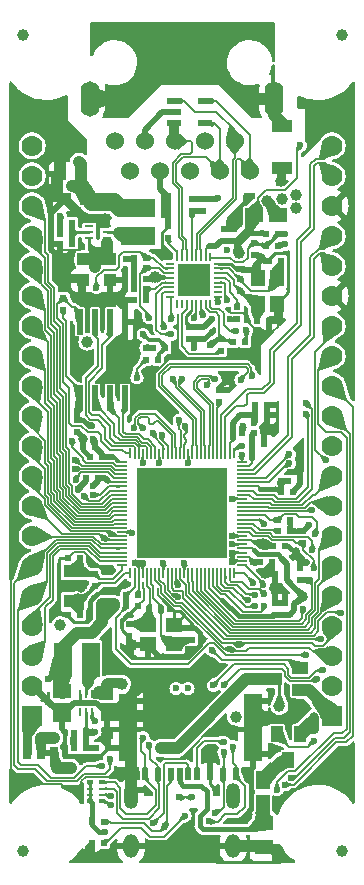
<source format=gbr>
%TF.GenerationSoftware,KiCad,Pcbnew,7.0.9-7.0.9~ubuntu22.04.1*%
%TF.CreationDate,2024-11-21T15:58:09+02:00*%
%TF.ProjectId,ESP32-P4-DevKit_Rev_B,45535033-322d-4503-942d-4465764b6974,B*%
%TF.SameCoordinates,PX80befc0PY7459280*%
%TF.FileFunction,Copper,L4,Bot*%
%TF.FilePolarity,Positive*%
%FSLAX46Y46*%
G04 Gerber Fmt 4.6, Leading zero omitted, Abs format (unit mm)*
G04 Created by KiCad (PCBNEW 7.0.9-7.0.9~ubuntu22.04.1) date 2024-11-21 15:58:09*
%MOMM*%
%LPD*%
G01*
G04 APERTURE LIST*
%TA.AperFunction,ComponentPad*%
%ADD10O,1.200000X2.200000*%
%TD*%
%TA.AperFunction,ComponentPad*%
%ADD11O,1.300000X2.000000*%
%TD*%
%TA.AperFunction,ComponentPad*%
%ADD12O,1.600000X2.999999*%
%TD*%
%TA.AperFunction,ComponentPad*%
%ADD13C,1.524000*%
%TD*%
%TA.AperFunction,SMDPad,CuDef*%
%ADD14R,0.500000X0.550000*%
%TD*%
%TA.AperFunction,SMDPad,CuDef*%
%ADD15R,0.550000X0.500000*%
%TD*%
%TA.AperFunction,SMDPad,CuDef*%
%ADD16R,0.500000X1.000000*%
%TD*%
%TA.AperFunction,SMDPad,CuDef*%
%ADD17R,1.500000X1.200000*%
%TD*%
%TA.AperFunction,SMDPad,CuDef*%
%ADD18R,1.500000X4.500000*%
%TD*%
%TA.AperFunction,SMDPad,CuDef*%
%ADD19R,1.400000X1.000000*%
%TD*%
%TA.AperFunction,SMDPad,CuDef*%
%ADD20R,1.016000X1.016000*%
%TD*%
%TA.AperFunction,SMDPad,CuDef*%
%ADD21C,1.000000*%
%TD*%
%TA.AperFunction,SMDPad,CuDef*%
%ADD22R,1.600000X3.000000*%
%TD*%
%TA.AperFunction,ComponentPad*%
%ADD23R,1.778000X1.778000*%
%TD*%
%TA.AperFunction,ComponentPad*%
%ADD24C,1.778000*%
%TD*%
%TA.AperFunction,SMDPad,CuDef*%
%ADD25R,1.524000X1.270000*%
%TD*%
%TA.AperFunction,SMDPad,CuDef*%
%ADD26R,1.200000X1.400000*%
%TD*%
%TA.AperFunction,SMDPad,CuDef*%
%ADD27R,1.400000X1.200000*%
%TD*%
%TA.AperFunction,SMDPad,CuDef*%
%ADD28R,1.800000X1.000000*%
%TD*%
%TA.AperFunction,SMDPad,CuDef*%
%ADD29R,0.850000X0.175000*%
%TD*%
%TA.AperFunction,SMDPad,CuDef*%
%ADD30R,0.900000X0.175000*%
%TD*%
%TA.AperFunction,SMDPad,CuDef*%
%ADD31R,0.175000X0.850000*%
%TD*%
%TA.AperFunction,SMDPad,CuDef*%
%ADD32R,0.175000X0.900000*%
%TD*%
%TA.AperFunction,ComponentPad*%
%ADD33C,1.600000*%
%TD*%
%TA.AperFunction,ComponentPad*%
%ADD34C,2.400000*%
%TD*%
%TA.AperFunction,SMDPad,CuDef*%
%ADD35R,7.600000X7.600000*%
%TD*%
%TA.AperFunction,SMDPad,CuDef*%
%ADD36R,3.000000X1.600000*%
%TD*%
%TA.AperFunction,SMDPad,CuDef*%
%ADD37R,0.600000X2.200000*%
%TD*%
%TA.AperFunction,ConnectorPad*%
%ADD38C,1.000000*%
%TD*%
%TA.AperFunction,SMDPad,CuDef*%
%ADD39R,0.250000X0.700000*%
%TD*%
%TA.AperFunction,SMDPad,CuDef*%
%ADD40R,1.270000X1.524000*%
%TD*%
%TA.AperFunction,SMDPad,CuDef*%
%ADD41R,0.800000X0.200000*%
%TD*%
%TA.AperFunction,SMDPad,CuDef*%
%ADD42R,0.200000X0.800000*%
%TD*%
%TA.AperFunction,ComponentPad*%
%ADD43C,0.600000*%
%TD*%
%TA.AperFunction,SMDPad,CuDef*%
%ADD44R,2.800000X2.800000*%
%TD*%
%TA.AperFunction,SMDPad,CuDef*%
%ADD45R,1.778000X1.016000*%
%TD*%
%TA.AperFunction,SMDPad,CuDef*%
%ADD46R,0.700000X0.250000*%
%TD*%
%TA.AperFunction,SMDPad,CuDef*%
%ADD47R,0.625000X0.325000*%
%TD*%
%TA.AperFunction,SMDPad,CuDef*%
%ADD48R,0.625000X0.250000*%
%TD*%
%TA.AperFunction,SMDPad,CuDef*%
%ADD49R,0.762000X1.016000*%
%TD*%
%TA.AperFunction,SMDPad,CuDef*%
%ADD50R,0.508000X0.508000*%
%TD*%
%TA.AperFunction,SMDPad,CuDef*%
%ADD51R,1.200000X0.550000*%
%TD*%
%TA.AperFunction,SMDPad,CuDef*%
%ADD52R,1.000000X1.400000*%
%TD*%
%TA.AperFunction,ViaPad*%
%ADD53C,0.600000*%
%TD*%
%TA.AperFunction,ViaPad*%
%ADD54C,0.800000*%
%TD*%
%TA.AperFunction,ViaPad*%
%ADD55C,1.000000*%
%TD*%
%TA.AperFunction,Conductor*%
%ADD56C,0.762000*%
%TD*%
%TA.AperFunction,Conductor*%
%ADD57C,0.127000*%
%TD*%
%TA.AperFunction,Conductor*%
%ADD58C,0.254000*%
%TD*%
%TA.AperFunction,Conductor*%
%ADD59C,0.508000*%
%TD*%
%TA.AperFunction,Conductor*%
%ADD60C,0.177800*%
%TD*%
%TA.AperFunction,Conductor*%
%ADD61C,1.016000*%
%TD*%
%TA.AperFunction,Conductor*%
%ADD62C,0.200000*%
%TD*%
%TA.AperFunction,Conductor*%
%ADD63C,0.406400*%
%TD*%
%TA.AperFunction,Conductor*%
%ADD64C,0.609600*%
%TD*%
%TA.AperFunction,Conductor*%
%ADD65C,0.304800*%
%TD*%
%TA.AperFunction,Conductor*%
%ADD66C,0.660400*%
%TD*%
%TA.AperFunction,Conductor*%
%ADD67C,1.524000*%
%TD*%
%TA.AperFunction,Conductor*%
%ADD68C,1.270000*%
%TD*%
%TA.AperFunction,Conductor*%
%ADD69C,0.457200*%
%TD*%
G04 APERTURE END LIST*
D10*
X19320000Y6030000D03*
X10680000Y6030000D03*
D11*
X19320000Y1850000D03*
X10680000Y1850000D03*
D12*
X22800000Y65100000D03*
X7200000Y65100000D03*
D13*
X20715000Y58960000D03*
X19445000Y61500000D03*
X18175000Y58960000D03*
X16905000Y61500000D03*
X15635000Y58960000D03*
X14365000Y61500000D03*
X13095000Y58960000D03*
X11825000Y61500000D03*
X10555000Y58960000D03*
X9285000Y61500000D03*
D14*
X23115000Y52658000D03*
X22099000Y52658000D03*
X22861000Y24845000D03*
X23877000Y24845000D03*
X7367000Y2112000D03*
X8383000Y2112000D03*
D15*
X18162000Y39450000D03*
X18162000Y40466000D03*
D16*
X11850000Y7900000D03*
X12950000Y7900000D03*
X14050000Y7900000D03*
X14800000Y7900000D03*
X16250000Y7900000D03*
X17350000Y7900000D03*
X18450000Y7900000D03*
X19550000Y7900000D03*
X15500000Y7900000D03*
D17*
X21000000Y9650000D03*
D18*
X21000000Y11700000D03*
D17*
X21000000Y14100000D03*
X10400000Y9650000D03*
D18*
X10400000Y11700000D03*
D17*
X10400000Y14100000D03*
D15*
X6097000Y36910000D03*
X6097000Y37926000D03*
D14*
X11304000Y22178000D03*
X10288000Y22178000D03*
D19*
X24984440Y16904960D03*
X24984440Y15002500D03*
X22774640Y15957540D03*
D20*
X6859000Y56595000D03*
X5081000Y56595000D03*
D15*
X19686000Y46435000D03*
X19686000Y47451000D03*
D14*
X22353000Y46308000D03*
X21337000Y46308000D03*
D21*
X23242000Y13669000D03*
D14*
X13590000Y44022000D03*
X12574000Y44022000D03*
D22*
X7297000Y17606000D03*
X4897000Y17606000D03*
D23*
X2300000Y12870000D03*
D24*
X2300000Y15410000D03*
X2300000Y17950000D03*
X2300000Y20490000D03*
X2300000Y23030000D03*
X2300000Y25570000D03*
X2300000Y28110000D03*
X2300000Y30650000D03*
X2300000Y33190000D03*
X2300000Y35730000D03*
X2300000Y38270000D03*
X2300000Y40810000D03*
X2300000Y43350000D03*
X2300000Y45890000D03*
X2300000Y48430000D03*
X2300000Y50970000D03*
X2300000Y53510000D03*
X2300000Y56050000D03*
X2300000Y58590000D03*
X2300000Y61130000D03*
D25*
X21972000Y3763000D03*
X21972000Y1731000D03*
D20*
X6605000Y51515000D03*
X6605000Y49737000D03*
X8637000Y14685000D03*
X8637000Y12907000D03*
D14*
X10923000Y51642000D03*
X11939000Y51642000D03*
D20*
X8891000Y51515000D03*
X8891000Y49737000D03*
D26*
X23026000Y49948000D03*
X21426000Y47748000D03*
X21426000Y49948000D03*
X23026000Y47748000D03*
D27*
X12109000Y20558000D03*
X14309000Y18958000D03*
X12109000Y18958000D03*
X14309000Y20558000D03*
D15*
X23750000Y21416000D03*
X23750000Y22432000D03*
D14*
X5335000Y21416000D03*
X6351000Y21416000D03*
D15*
X13844000Y53293000D03*
X13844000Y54309000D03*
X4954000Y47197000D03*
X4954000Y48213000D03*
D28*
X5843000Y22579000D03*
X5843000Y25079000D03*
D14*
X20321000Y44530000D03*
X19305000Y44530000D03*
D29*
X9925000Y25625000D03*
D30*
X9950000Y25975000D03*
X9950000Y26325000D03*
X9950000Y26675000D03*
X9950000Y27025000D03*
X9950000Y27375000D03*
X9950000Y27725000D03*
X9950000Y28075000D03*
X9950000Y28425000D03*
X9950000Y28775000D03*
X9950000Y29125000D03*
X9950000Y29475000D03*
X9950000Y29825000D03*
X9950000Y30175000D03*
X9950000Y30525000D03*
X9950000Y30875000D03*
X9950000Y31225000D03*
X9950000Y31575000D03*
X9950000Y31925000D03*
X9950000Y32275000D03*
X9950000Y32625000D03*
X9950000Y32975000D03*
X9950000Y33325000D03*
X9950000Y33675000D03*
X9950000Y34025000D03*
D29*
X9925000Y34375000D03*
D31*
X10625000Y35075000D03*
D32*
X10975000Y35050000D03*
X11325000Y35050000D03*
X11675000Y35050000D03*
X12025000Y35050000D03*
X12375000Y35050000D03*
X12725000Y35050000D03*
X13075000Y35050000D03*
X13425000Y35050000D03*
X13775000Y35050000D03*
X14125000Y35050000D03*
X14475000Y35050000D03*
X14825000Y35050000D03*
X15175000Y35050000D03*
X15525000Y35050000D03*
X15875000Y35050000D03*
X16225000Y35050000D03*
X16575000Y35050000D03*
X16925000Y35050000D03*
X17275000Y35050000D03*
X17625000Y35050000D03*
X17975000Y35050000D03*
X18325000Y35050000D03*
X18675000Y35050000D03*
X19025000Y35050000D03*
D31*
X19375000Y35075000D03*
D29*
X20075000Y34375000D03*
D30*
X20050000Y34025000D03*
X20050000Y33675000D03*
X20050000Y33325000D03*
X20050000Y32975000D03*
X20050000Y32625000D03*
X20050000Y32275000D03*
X20050000Y31925000D03*
X20050000Y31575000D03*
X20050000Y31225000D03*
X20050000Y30875000D03*
X20050000Y30525000D03*
X20050000Y30175000D03*
X20050000Y29825000D03*
X20050000Y29475000D03*
X20050000Y29125000D03*
X20050000Y28775000D03*
X20050000Y28425000D03*
X20050000Y28075000D03*
X20050000Y27725000D03*
X20050000Y27375000D03*
X20050000Y27025000D03*
X20050000Y26675000D03*
X20050000Y26325000D03*
X20050000Y25975000D03*
D29*
X20075000Y25625000D03*
D31*
X19375000Y24925000D03*
D32*
X19025000Y24950000D03*
X18675000Y24950000D03*
X18325000Y24950000D03*
X17975000Y24950000D03*
X17625000Y24950000D03*
X17275000Y24950000D03*
X16925000Y24950000D03*
X16575000Y24950000D03*
X16225000Y24950000D03*
X15875000Y24950000D03*
X15525000Y24950000D03*
X15175000Y24950000D03*
X14825000Y24950000D03*
X14475000Y24950000D03*
X14125000Y24950000D03*
X13775000Y24950000D03*
X13425000Y24950000D03*
X13075000Y24950000D03*
X12725000Y24950000D03*
X12375000Y24950000D03*
X12025000Y24950000D03*
X11675000Y24950000D03*
X11325000Y24950000D03*
X10975000Y24950000D03*
D31*
X10625000Y24925000D03*
D33*
X15000000Y27000000D03*
X12000000Y30000000D03*
D34*
X15000000Y30000000D03*
D35*
X15000000Y30000000D03*
D33*
X18000000Y30000000D03*
X15000000Y33000000D03*
D14*
X6859000Y10113000D03*
X5843000Y10113000D03*
D15*
X21083000Y52912000D03*
X21083000Y51896000D03*
D14*
X6859000Y32973000D03*
X7875000Y32973000D03*
D20*
X6478000Y58754000D03*
X4700000Y58754000D03*
D15*
X18543000Y53039000D03*
X18543000Y54055000D03*
D14*
X10923000Y50753000D03*
X11939000Y50753000D03*
X7748000Y10113000D03*
X8764000Y10113000D03*
X12955000Y43006000D03*
X11939000Y43006000D03*
X21972000Y35894000D03*
X20956000Y35894000D03*
D36*
X11304000Y53490000D03*
X11304000Y55890000D03*
D15*
X25274000Y27512000D03*
X25274000Y28528000D03*
D14*
X5716000Y52785000D03*
X4700000Y52785000D03*
D15*
X15622000Y45800000D03*
X15622000Y44784000D03*
D14*
X24385000Y31830000D03*
X23369000Y31830000D03*
D37*
X6345000Y46235000D03*
X7615000Y46235000D03*
X8885000Y46235000D03*
X10155000Y46235000D03*
X10155000Y39765000D03*
X8885000Y39765000D03*
X7615000Y39765000D03*
X6345000Y39765000D03*
D15*
X15876000Y20273000D03*
X15876000Y19257000D03*
D21*
X1500000Y70500000D03*
D25*
X23115000Y55250000D03*
X21083000Y55250000D03*
D38*
X28500000Y70500000D03*
D15*
X15876000Y55579000D03*
X15876000Y56595000D03*
D14*
X5716000Y54563000D03*
X4700000Y54563000D03*
X23750000Y27258000D03*
X22734000Y27258000D03*
D39*
X6359000Y14673000D03*
X6859000Y14673000D03*
X7359000Y14673000D03*
X7359000Y13173000D03*
X6859000Y13173000D03*
X6359000Y13173000D03*
D14*
X22099000Y53674000D03*
X23115000Y53674000D03*
D25*
X4827000Y14939000D03*
X4827000Y12907000D03*
D14*
X22353000Y51388000D03*
X23369000Y51388000D03*
X7621000Y35640000D03*
X6605000Y35640000D03*
D15*
X22861000Y21416000D03*
X22861000Y22432000D03*
X19432000Y53039000D03*
X19432000Y54055000D03*
D21*
X28500000Y1400000D03*
D14*
X5335000Y26242000D03*
X6351000Y26242000D03*
X10923000Y48086000D03*
X11939000Y48086000D03*
X7367000Y3890000D03*
X8383000Y3890000D03*
X21210000Y38307000D03*
X22226000Y38307000D03*
X11304000Y23067000D03*
X10288000Y23067000D03*
D40*
X21845000Y7446000D03*
X21845000Y5414000D03*
D41*
X18003000Y51137000D03*
X18003000Y50737000D03*
X18003000Y50337000D03*
X18003000Y49937000D03*
X18003000Y49537000D03*
X18003000Y49137000D03*
X18003000Y48737000D03*
X18003000Y48337000D03*
D42*
X17403000Y47737000D03*
X17003000Y47737000D03*
X16603000Y47737000D03*
X16203000Y47737000D03*
X15803000Y47737000D03*
X15403000Y47737000D03*
X15003000Y47737000D03*
X14603000Y47737000D03*
D41*
X14003000Y48337000D03*
X14003000Y48737000D03*
X14003000Y49137000D03*
X14003000Y49537000D03*
X14003000Y49937000D03*
X14003000Y50337000D03*
X14003000Y50737000D03*
X14003000Y51137000D03*
D42*
X14603000Y51737000D03*
X15003000Y51737000D03*
X15403000Y51737000D03*
X15803000Y51737000D03*
X16203000Y51737000D03*
X16603000Y51737000D03*
X17003000Y51737000D03*
X17403000Y51737000D03*
D43*
X16503000Y50837000D03*
X15503000Y50837000D03*
X17103000Y50237000D03*
X14903000Y50237000D03*
D33*
X16003000Y49737000D03*
D44*
X16003000Y49737000D03*
D43*
X17103000Y49237000D03*
X14903000Y49237000D03*
X16503000Y48637000D03*
X15503000Y48637000D03*
D45*
X23496000Y59262000D03*
X23496000Y62818000D03*
D15*
X16638000Y45800000D03*
X16638000Y44784000D03*
D38*
X1500000Y1400000D03*
D14*
X10923000Y48975000D03*
X11939000Y48975000D03*
X6859000Y11383000D03*
X5843000Y11383000D03*
X20067000Y36783000D03*
X21083000Y36783000D03*
D23*
X27700000Y12870000D03*
D24*
X27700000Y15410000D03*
X27700000Y17950000D03*
X27700000Y20490000D03*
X27700000Y23030000D03*
X27700000Y25570000D03*
X27700000Y28110000D03*
X27700000Y30650000D03*
X27700000Y33190000D03*
X27700000Y35730000D03*
X27700000Y38270000D03*
X27700000Y40810000D03*
X27700000Y43350000D03*
X27700000Y45890000D03*
X27700000Y48430000D03*
X27700000Y50970000D03*
X27700000Y53510000D03*
X27700000Y56050000D03*
X27700000Y58590000D03*
X27700000Y61130000D03*
D15*
X16765000Y55579000D03*
X16765000Y56595000D03*
D14*
X12193000Y21924000D03*
X13209000Y21924000D03*
X8256000Y34751000D03*
X7240000Y34751000D03*
D46*
X8625000Y54301000D03*
X8625000Y53801000D03*
X8625000Y53301000D03*
X7125000Y53301000D03*
X7125000Y53801000D03*
X7125000Y54301000D03*
D14*
X24131000Y28528000D03*
X23115000Y28528000D03*
D47*
X8260500Y7220000D03*
X7235500Y7220000D03*
D48*
X8260500Y6680000D03*
X7235500Y6680000D03*
X8260500Y6180000D03*
X7235500Y6180000D03*
D47*
X8260500Y5640000D03*
X7235500Y5640000D03*
D14*
X24131000Y29417000D03*
X23115000Y29417000D03*
X22607000Y25861000D03*
X21591000Y25861000D03*
D15*
X7621000Y23829000D03*
X7621000Y24845000D03*
D49*
X4192000Y9732000D03*
D50*
X3811000Y9732000D03*
X3430000Y9732000D03*
D49*
X3049000Y9732000D03*
X1906000Y9732000D03*
D15*
X10542000Y19638000D03*
X10542000Y20654000D03*
D14*
X25020000Y32719000D03*
X24004000Y32719000D03*
D21*
X12701000Y49991000D03*
D51*
X14322000Y63011000D03*
X14322000Y63961000D03*
X14322000Y64911000D03*
X16922000Y64911000D03*
X16922000Y63011000D03*
D14*
X10923000Y49864000D03*
X11939000Y49864000D03*
D15*
X18289000Y44784000D03*
X18289000Y43768000D03*
D14*
X21210000Y39196000D03*
X22226000Y39196000D03*
D52*
X23054040Y11347440D03*
X24956500Y11347440D03*
X24001460Y9137640D03*
D15*
X25020000Y25353000D03*
X25020000Y24337000D03*
D14*
X5716000Y53674000D03*
X4700000Y53674000D03*
D15*
X19940000Y48848000D03*
X19940000Y49864000D03*
D53*
X20638500Y56658500D03*
D54*
X22099000Y37418000D03*
D53*
X23242000Y747000D03*
X24131000Y33481000D03*
X12447000Y969000D03*
D55*
X7621000Y48086000D03*
D54*
X21718000Y51642000D03*
X6478000Y23702000D03*
D55*
X8510000Y54944000D03*
D53*
X890000Y42117000D03*
X6224000Y32084000D03*
X5716000Y49991000D03*
X890000Y54817000D03*
D54*
X9653000Y44657000D03*
D53*
X17527000Y969000D03*
D55*
X4446000Y57738000D03*
X18924000Y41355000D03*
D53*
X15495000Y18495000D03*
D55*
X21999500Y24972776D03*
X4700000Y59770000D03*
D53*
X890000Y34497000D03*
X890000Y62183000D03*
X11177000Y46181000D03*
D55*
X17273000Y9977500D03*
D53*
X14606000Y12653000D03*
X29084000Y59897000D03*
X13844000Y56849000D03*
D55*
X12066000Y26750000D03*
X23369000Y58119000D03*
D53*
X16003000Y44022000D03*
X1017000Y6843000D03*
D55*
X6478000Y48086000D03*
D54*
X6579600Y36325800D03*
D53*
X18035000Y56722000D03*
X890000Y26750000D03*
D54*
X6986000Y43260000D03*
D55*
X11304000Y15574000D03*
D53*
X25528000Y25861000D03*
D55*
X28830000Y6970000D03*
X10796000Y18876000D03*
D53*
X29084000Y52277000D03*
X22099000Y12272000D03*
X13463000Y12653000D03*
X8383000Y25099000D03*
D55*
X23115000Y46435000D03*
D53*
X22099000Y13034000D03*
D55*
X3684000Y62310000D03*
D53*
X28449000Y62564000D03*
X8256000Y10875000D03*
X29084000Y44784000D03*
X12320000Y12653000D03*
D54*
X12383500Y41456600D03*
D53*
X6986000Y1350000D03*
X15241000Y969000D03*
X15520400Y34243000D03*
X19228800Y27385000D03*
D55*
X15114000Y69549000D03*
X21464000Y70819000D03*
X11939000Y67136000D03*
X17908000Y70819000D03*
X17908000Y67136000D03*
X8637000Y70819000D03*
X11939000Y70819000D03*
D53*
X21083000Y37672000D03*
X10773498Y28375600D03*
X19228800Y26648400D03*
X11685000Y25762817D03*
D55*
X6279000Y59770000D03*
D53*
X13412200Y25759400D03*
D55*
X6732000Y57738000D03*
X19559000Y12780000D03*
X5716000Y57738000D03*
D53*
X4700000Y55198000D03*
X7494000Y32338000D03*
D55*
X4700000Y20527000D03*
D53*
X11685000Y45165000D03*
X10973800Y25835600D03*
X19228800Y31220400D03*
X19228800Y25911800D03*
D55*
X22226000Y56468000D03*
D53*
X25782000Y29036000D03*
D55*
X6986000Y44530000D03*
D53*
X5843000Y10748000D03*
X7468600Y36275000D03*
D55*
X8226017Y22305000D03*
D53*
X3638500Y15955000D03*
X21006800Y25861000D03*
D55*
X9272000Y22305000D03*
D53*
X15190200Y25759400D03*
X20194000Y37418000D03*
D55*
X19813000Y52023000D03*
D53*
X10288000Y51515000D03*
X25020000Y61167000D03*
X17527000Y46435000D03*
X19051000Y46435000D03*
X26798000Y19384000D03*
X23682286Y53674000D03*
X7621000Y12399000D03*
X21033642Y24115142D03*
X23750000Y52785000D03*
X25528000Y18037800D03*
X27179000Y34497000D03*
D55*
X24639000Y56976000D03*
X7621000Y50880000D03*
X5589000Y8462000D03*
X4446000Y8462000D03*
X23496000Y56595000D03*
X24639000Y55833000D03*
X7621000Y52023000D03*
D53*
X22768517Y7919483D03*
X8510000Y3001000D03*
X23369000Y32719000D03*
D55*
X21845000Y27397500D03*
D53*
X21946600Y29112200D03*
X19228800Y28121600D03*
X11685000Y34243000D03*
X7367000Y37418000D03*
D54*
X26163000Y11764000D03*
X25268500Y22940000D03*
X26163000Y12780000D03*
D53*
X18797000Y52277000D03*
X17509000Y18455721D03*
X6732000Y31449000D03*
X7494000Y31576000D03*
X23699200Y7039600D03*
X5970000Y33735000D03*
X5977193Y32846000D03*
X23038800Y6607800D03*
X5716000Y36148000D03*
X20448000Y45546000D03*
X5970000Y34553006D03*
X24238049Y7578679D03*
X20956000Y41609000D03*
X19990800Y41304200D03*
X17781000Y41355000D03*
X17146000Y40847000D03*
X14987000Y41355000D03*
X14225000Y41355000D03*
X13272500Y36592500D03*
X12544777Y36790970D03*
X11655908Y37214800D03*
X10897600Y37214800D03*
X15266400Y37367200D03*
X14758400Y37900600D03*
X25800000Y24322706D03*
X26163000Y10748000D03*
X20600400Y22635200D03*
X11685000Y11002000D03*
X12193000Y10367000D03*
X21210000Y22178000D03*
X13590000Y3509000D03*
X25274000Y21924000D03*
X21972000Y22178000D03*
X18543000Y10621000D03*
X9018000Y6049000D03*
X17781000Y4652000D03*
X18543000Y9777500D03*
X21972000Y23194000D03*
X17273000Y3918983D03*
X9018000Y5287000D03*
X21210000Y23067000D03*
X19305000Y10240000D03*
X13082000Y34243000D03*
D55*
X13209000Y10113000D03*
X14352000Y10136500D03*
D53*
X16765000Y46816000D03*
X21885750Y23956000D03*
X7621000Y11510000D03*
X24085500Y35005000D03*
X14098000Y45165000D03*
X24085500Y34243000D03*
X13463000Y45800000D03*
X14098000Y46435000D03*
X25528000Y38434000D03*
X12193000Y46562000D03*
X25528000Y39323000D03*
X18822400Y48035200D03*
X28460000Y21570000D03*
X17400000Y44276000D03*
X14620218Y23960016D03*
X14623803Y22958000D03*
X7748000Y49102000D03*
D55*
X4192000Y11002000D03*
X8764000Y15574000D03*
X9907000Y15574000D03*
X3049000Y11002000D03*
D53*
X16003000Y46562000D03*
X26290000Y28274000D03*
X18009600Y47882800D03*
X19559000Y45419000D03*
X26036000Y30301998D03*
X11177000Y41482000D03*
X11939000Y44022000D03*
X9018000Y28274000D03*
X15495000Y15193000D03*
X14479000Y15193000D03*
X8383000Y27893000D03*
X15241000Y4398000D03*
X20030313Y35730313D03*
X14750000Y5954000D03*
X15876000Y5954000D03*
X20041600Y34979600D03*
X12574766Y3763766D03*
X26417000Y15955000D03*
X18543000Y15447000D03*
X26036000Y26877000D03*
X26130500Y25353000D03*
X26925000Y16717000D03*
X17654000Y15447000D03*
X8256000Y8589000D03*
X8891000Y9178500D03*
X19051000Y18495000D03*
X19820400Y18868600D03*
D56*
X24956500Y11347440D02*
X25373060Y11764000D01*
X25373060Y11764000D02*
X26163000Y11764000D01*
D57*
X1017000Y6843000D02*
X1239000Y7065000D01*
X1239000Y7065000D02*
X4827000Y7065000D01*
X4827000Y7065000D02*
X4954000Y6938000D01*
X6351000Y6938000D02*
X6478000Y7065000D01*
X6859500Y7700000D02*
X9018000Y7700000D01*
X4954000Y6938000D02*
X6351000Y6938000D01*
X6478000Y7065000D02*
X6478000Y7318500D01*
X6478000Y7318500D02*
X6859500Y7700000D01*
D58*
X8217900Y54524900D02*
X7963900Y54524900D01*
X14383000Y20558000D02*
X15177500Y21352500D01*
D59*
X22099000Y12526000D02*
X22099000Y12780000D01*
X21426000Y51159500D02*
X21432250Y51165750D01*
X9526000Y47959000D02*
X9526000Y48086000D01*
D60*
X15749000Y9732000D02*
X15241000Y9224000D01*
D59*
X23115000Y46435000D02*
X22480000Y46435000D01*
X13095000Y57471000D02*
X13717000Y56849000D01*
D58*
X4573000Y23829000D02*
X4573000Y26115000D01*
D59*
X3938000Y52785000D02*
X4700000Y52785000D01*
X21718000Y51642000D02*
X21464000Y51896000D01*
D61*
X10400000Y12881600D02*
X12929600Y12881600D01*
D62*
X509000Y61802000D02*
X890000Y62183000D01*
D63*
X16511000Y18876000D02*
X16511000Y19892000D01*
D59*
X5474000Y13657000D02*
X4053000Y13657000D01*
X3938000Y55452000D02*
X3938000Y52785000D01*
X22353000Y51388000D02*
X21972000Y51388000D01*
X15876000Y56595000D02*
X16765000Y56595000D01*
D57*
X12955000Y23092400D02*
X12955000Y23702000D01*
D58*
X8625000Y54301000D02*
X8441800Y54301000D01*
D59*
X6605000Y49737000D02*
X6351000Y49991000D01*
X21000000Y11700000D02*
X21273000Y11700000D01*
D58*
X8217900Y54524900D02*
X7748000Y54994800D01*
D59*
X6859000Y32719000D02*
X6859000Y32973000D01*
X8015500Y13657100D02*
X7746400Y13926200D01*
D56*
X23115000Y47659000D02*
X23115000Y46435000D01*
D59*
X11050000Y14939000D02*
X10846800Y14939000D01*
X5081000Y56595000D02*
X3938000Y55452000D01*
D61*
X11304000Y15193000D02*
X11050000Y14939000D01*
D58*
X8129000Y54797000D02*
X8129000Y54994800D01*
D63*
X18860500Y41355000D02*
X18162000Y40656500D01*
D59*
X16003000Y44784000D02*
X16638000Y44784000D01*
D61*
X4446000Y56976000D02*
X4827000Y56595000D01*
D58*
X4573000Y26115000D02*
X4700000Y26242000D01*
D59*
X13095000Y58960000D02*
X13095000Y57471000D01*
X12027000Y18876000D02*
X12109000Y18958000D01*
D63*
X16638000Y44784000D02*
X16892000Y44784000D01*
D58*
X9907000Y20146000D02*
X10415000Y19638000D01*
X8002000Y9351000D02*
X7621000Y9351000D01*
X8764000Y10113000D02*
X8002000Y9351000D01*
X9399000Y23575000D02*
X10161000Y24337000D01*
X4700000Y26242000D02*
X5335000Y26242000D01*
X22353000Y51388000D02*
X22353000Y51515000D01*
D59*
X5846200Y13926200D02*
X5525500Y13605500D01*
D63*
X13844000Y56849000D02*
X13844000Y54309000D01*
D59*
X22099000Y12780000D02*
X21019000Y11700000D01*
X9937000Y10113000D02*
X8764000Y10113000D01*
D58*
X8764000Y54440000D02*
X8764000Y54690000D01*
X17988000Y508000D02*
X22687000Y508000D01*
D62*
X1017000Y6843000D02*
X509000Y7351000D01*
D60*
X14656800Y43818800D02*
X14656800Y46917600D01*
D59*
X7621000Y48086000D02*
X9526000Y48086000D01*
X24385000Y31830000D02*
X25020000Y32465000D01*
D58*
X5335000Y21416000D02*
X4954000Y21416000D01*
X7240000Y22482800D02*
X8332200Y23575000D01*
D57*
X24136449Y6176000D02*
X23750000Y6176000D01*
D59*
X10161000Y48086000D02*
X10155000Y48080000D01*
D58*
X20067000Y50626000D02*
X19635200Y50626000D01*
D59*
X4700000Y52023000D02*
X4700000Y52277000D01*
D58*
X17527000Y969000D02*
X17988000Y508000D01*
D63*
X6605000Y35640000D02*
X6605000Y35386000D01*
D57*
X5843000Y26750000D02*
X5335000Y26242000D01*
D59*
X22226000Y39196000D02*
X22226000Y38307000D01*
D57*
X8383000Y25099000D02*
X6732000Y26750000D01*
X11771000Y23616000D02*
X11685000Y23702000D01*
D61*
X10193000Y12907000D02*
X8637000Y12907000D01*
D60*
X23115000Y46435000D02*
X23115000Y45800000D01*
D59*
X10542000Y19130000D02*
X10796000Y18876000D01*
D60*
X20448000Y46333400D02*
X20448000Y46943000D01*
D59*
X22099000Y12780000D02*
X22099000Y13034000D01*
X10034000Y47451000D02*
X9526000Y47959000D01*
D58*
X19124200Y51137000D02*
X18003000Y51137000D01*
X4573000Y23829000D02*
X6351000Y23829000D01*
X14791600Y21738400D02*
X15177500Y21352500D01*
X22353000Y51515000D02*
X22861000Y52023000D01*
D59*
X10155000Y45159000D02*
X10155000Y46235000D01*
X25020000Y32465000D02*
X25020000Y32719000D01*
D58*
X7240000Y21162000D02*
X7240000Y22482800D01*
D61*
X21853000Y1850000D02*
X21972000Y1731000D01*
X10680000Y9594000D02*
X10400000Y9874000D01*
D60*
X15749000Y10056565D02*
X15749000Y9732000D01*
D61*
X10400000Y9874000D02*
X10400000Y12700000D01*
D58*
X8332200Y23575000D02*
X9399000Y23575000D01*
D59*
X21718000Y51451500D02*
X21432250Y51165750D01*
D60*
X21000000Y11700000D02*
X17392435Y11700000D01*
D61*
X4700000Y58754000D02*
X4446000Y58500000D01*
D59*
X19914600Y55452000D02*
X19863800Y55401200D01*
D56*
X23496000Y59262000D02*
X23369000Y59135000D01*
D57*
X28608000Y7192000D02*
X25152449Y7192000D01*
D58*
X14309000Y21738400D02*
X13285200Y22762200D01*
D59*
X25020000Y33481000D02*
X25020000Y32719000D01*
D64*
X4803000Y12907000D02*
X4053000Y13657000D01*
D58*
X15177500Y21352500D02*
X15876000Y20654000D01*
X19914600Y55934600D02*
X20638500Y56658500D01*
X13844000Y54309000D02*
X13819000Y54309000D01*
D59*
X15622000Y44784000D02*
X16003000Y44784000D01*
D56*
X23369000Y59135000D02*
X23369000Y58119000D01*
D59*
X21426000Y50410000D02*
X21426000Y49948000D01*
D60*
X23115000Y45800000D02*
X22734000Y45419000D01*
D59*
X22607000Y24845000D02*
X22861000Y24845000D01*
X4700000Y50499000D02*
X4700000Y52023000D01*
D65*
X11050000Y46054000D02*
X11050000Y44657000D01*
D61*
X4700000Y59770000D02*
X4700000Y58754000D01*
D59*
X18949400Y54715400D02*
X19305000Y55071000D01*
D63*
X18162000Y40656500D02*
X18162000Y40466000D01*
D59*
X22607000Y25861000D02*
X22607000Y24845000D01*
D56*
X5081000Y56595000D02*
X6681200Y54994800D01*
D59*
X17908000Y56595000D02*
X16765000Y56595000D01*
D57*
X20448000Y46943000D02*
X19178000Y46943000D01*
D59*
X22226000Y38307000D02*
X22226000Y37545000D01*
X5525500Y13605500D02*
X5474000Y13657000D01*
X14309000Y20558000D02*
X14594000Y20273000D01*
X13717000Y56849000D02*
X13844000Y56849000D01*
D63*
X7367000Y2112000D02*
X6986000Y1731000D01*
D57*
X19178000Y46943000D02*
X18924000Y47197000D01*
D63*
X12109000Y18958000D02*
X12109000Y18833000D01*
D59*
X8764000Y10113000D02*
X8764000Y10367000D01*
X4700000Y52023000D02*
X4242800Y52023000D01*
X10400000Y9650000D02*
X9937000Y10113000D01*
X21273000Y11700000D02*
X22099000Y12526000D01*
D56*
X8459200Y54994800D02*
X8510000Y54944000D01*
D59*
X21999500Y24972776D02*
X21999500Y25113138D01*
D58*
X14309000Y20558000D02*
X14309000Y21738400D01*
D65*
X7875000Y54867800D02*
X7875000Y54436000D01*
X11177000Y46181000D02*
X11050000Y46054000D01*
D59*
X21000000Y14100000D02*
X21000000Y13879000D01*
X21432250Y51165750D02*
X21210000Y50943500D01*
D58*
X6359000Y14673000D02*
X6359000Y13934200D01*
D59*
X10542000Y19638000D02*
X10542000Y19130000D01*
X5208000Y49991000D02*
X4700000Y50499000D01*
D61*
X4446000Y57738000D02*
X4446000Y56976000D01*
D58*
X8764000Y54690000D02*
X8510000Y54944000D01*
X11304000Y22178000D02*
X11177000Y22178000D01*
D59*
X8637000Y13035600D02*
X8015500Y13657100D01*
D65*
X7875000Y54436000D02*
X7875000Y53293000D01*
D59*
X22127276Y24845000D02*
X22607000Y24845000D01*
X6579600Y36427400D02*
X6579600Y36325800D01*
X18949400Y54080400D02*
X18949400Y54715400D01*
D61*
X4446000Y58500000D02*
X4446000Y57738000D01*
X10400000Y12700000D02*
X10193000Y12907000D01*
X10400000Y11700000D02*
X10400000Y12881600D01*
D59*
X6579600Y36325800D02*
X6605000Y36300400D01*
D58*
X8625000Y54301000D02*
X8764000Y54440000D01*
D65*
X7748000Y54994800D02*
X7875000Y54867800D01*
D58*
X4954000Y21416000D02*
X4573000Y21797000D01*
D59*
X21999500Y25113138D02*
X22607000Y25720638D01*
D63*
X16130000Y20273000D02*
X15876000Y20273000D01*
D59*
X8764000Y10367000D02*
X8256000Y10875000D01*
D63*
X16511000Y19892000D02*
X16130000Y20273000D01*
D60*
X12383500Y41456600D02*
X12383500Y41545500D01*
D58*
X6359000Y13934200D02*
X6351000Y13926200D01*
X17350000Y7115000D02*
X17781000Y6684000D01*
D59*
X22861000Y22432000D02*
X23750000Y22432000D01*
D61*
X19320000Y1850000D02*
X21853000Y1850000D01*
D60*
X6224000Y52277000D02*
X6478000Y52531000D01*
D58*
X19914600Y55452000D02*
X19914600Y55934600D01*
X8441800Y54301000D02*
X8217900Y54524900D01*
X5335000Y21416000D02*
X5335000Y21289000D01*
X13285200Y53775200D02*
X13285200Y52327800D01*
X6859000Y20781000D02*
X7240000Y21162000D01*
D57*
X28830000Y6970000D02*
X28608000Y7192000D01*
D58*
X15876000Y20654000D02*
X15876000Y20273000D01*
D57*
X11304000Y22203000D02*
X11771000Y22670000D01*
D59*
X10155000Y48080000D02*
X10155000Y47451000D01*
X19863800Y54486800D02*
X19432000Y54055000D01*
X8637000Y12907000D02*
X8637000Y13035600D01*
D58*
X22861000Y52023000D02*
X23877000Y52023000D01*
D59*
X14322000Y63961000D02*
X13336000Y63961000D01*
X14594000Y20273000D02*
X15876000Y20273000D01*
X21464000Y51896000D02*
X21083000Y51896000D01*
D63*
X23750000Y27258000D02*
X24004000Y27258000D01*
D59*
X25020000Y25353000D02*
X25020000Y25734000D01*
X6351000Y13926200D02*
X5846200Y13926200D01*
D57*
X11771000Y22670000D02*
X11771000Y23616000D01*
D59*
X4242800Y52023000D02*
X3938000Y52327800D01*
X21019000Y11700000D02*
X21000000Y11700000D01*
D58*
X8129000Y54994800D02*
X8459200Y54994800D01*
D59*
X9653000Y44657000D02*
X10155000Y45159000D01*
D56*
X7748000Y54994800D02*
X8459200Y54994800D01*
D58*
X24004000Y48726000D02*
X23026000Y47748000D01*
D57*
X11685000Y23702000D02*
X11685000Y24210000D01*
D59*
X19863800Y55401200D02*
X19863800Y54486800D01*
X13336000Y63961000D02*
X11825000Y62450000D01*
D63*
X15495000Y17860000D02*
X16511000Y18876000D01*
D58*
X22687000Y508000D02*
X22941000Y762000D01*
D63*
X6605000Y35386000D02*
X7240000Y34751000D01*
D60*
X22734000Y45419000D02*
X21362400Y45419000D01*
D59*
X18924000Y54055000D02*
X19432000Y54055000D01*
X6351000Y49991000D02*
X5208000Y49991000D01*
D64*
X25528000Y25861000D02*
X25147000Y25861000D01*
D59*
X7746400Y13926200D02*
X6351000Y13926200D01*
X18035000Y56722000D02*
X17908000Y56595000D01*
D58*
X11177000Y22178000D02*
X9907000Y20908000D01*
D59*
X17350000Y9900500D02*
X17350000Y7900000D01*
X10923000Y48086000D02*
X10161000Y48086000D01*
D61*
X10680000Y6030000D02*
X10680000Y9594000D01*
D60*
X21362400Y45419000D02*
X20448000Y46333400D01*
X20448000Y46943000D02*
X20448000Y47197000D01*
D56*
X23026000Y47748000D02*
X23115000Y47659000D01*
D60*
X4700000Y52277000D02*
X6224000Y52277000D01*
D59*
X18924000Y54055000D02*
X18949400Y54080400D01*
D58*
X23877000Y52023000D02*
X24004000Y51896000D01*
D63*
X24004000Y27258000D02*
X24639000Y26623000D01*
D58*
X14309000Y20558000D02*
X14383000Y20558000D01*
D61*
X4827000Y56595000D02*
X5081000Y56595000D01*
D58*
X9907000Y20908000D02*
X9907000Y20146000D01*
D60*
X12383500Y41545500D02*
X14656800Y43818800D01*
D59*
X6478000Y49610000D02*
X6605000Y49737000D01*
D63*
X16892000Y44784000D02*
X17654000Y45546000D01*
D59*
X21999500Y24972776D02*
X22127276Y24845000D01*
X21972000Y51388000D02*
X21718000Y51642000D01*
X11207000Y6557000D02*
X11939000Y6557000D01*
X3938000Y52327800D02*
X3938000Y52785000D01*
D58*
X13819000Y54309000D02*
X13285200Y53775200D01*
D59*
X25020000Y25734000D02*
X25147000Y25861000D01*
D56*
X22941000Y1270000D02*
X22941000Y762000D01*
D59*
X10155000Y47451000D02*
X10155000Y46235000D01*
X11825000Y62450000D02*
X11825000Y61500000D01*
X10796000Y18876000D02*
X12027000Y18876000D01*
D58*
X10415000Y19638000D02*
X10542000Y19638000D01*
D57*
X25152449Y7192000D02*
X24136449Y6176000D01*
D64*
X4053000Y13657000D02*
X2300000Y15410000D01*
D59*
X4827000Y12907000D02*
X4803000Y12907000D01*
X22226000Y37545000D02*
X22099000Y37418000D01*
X21972000Y37291000D02*
X21972000Y35894000D01*
X18543000Y54055000D02*
X18924000Y54055000D01*
D58*
X5843000Y20781000D02*
X6859000Y20781000D01*
D62*
X509000Y7351000D02*
X509000Y61802000D01*
D58*
X14309000Y21738400D02*
X14791600Y21738400D01*
D59*
X21210000Y50626000D02*
X21426000Y50410000D01*
D58*
X6351000Y23829000D02*
X6478000Y23702000D01*
D56*
X22480000Y1731000D02*
X22941000Y1270000D01*
X22941000Y762000D02*
X23242000Y762000D01*
D59*
X7621000Y48086000D02*
X6478000Y48086000D01*
X10680000Y6030000D02*
X11207000Y6557000D01*
X9526000Y48086000D02*
X10161000Y48086000D01*
X22480000Y46435000D02*
X22353000Y46308000D01*
D58*
X17350000Y7900000D02*
X17350000Y7115000D01*
D59*
X6097000Y36910000D02*
X6579600Y36427400D01*
X12109000Y18833000D02*
X13082000Y17860000D01*
X22099000Y12272000D02*
X22099000Y12526000D01*
D58*
X19635200Y50626000D02*
X19124200Y51137000D01*
D61*
X11304000Y15574000D02*
X11304000Y15193000D01*
D56*
X21972000Y1731000D02*
X22480000Y1731000D01*
X6681200Y54994800D02*
X7748000Y54994800D01*
D58*
X24004000Y51896000D02*
X24004000Y48726000D01*
D57*
X11304000Y22178000D02*
X11304000Y22203000D01*
D58*
X5335000Y21289000D02*
X5843000Y20781000D01*
D59*
X21000000Y13879000D02*
X22099000Y12780000D01*
D58*
X4573000Y21797000D02*
X4573000Y23829000D01*
D63*
X6986000Y1731000D02*
X6986000Y1350000D01*
D58*
X13285200Y52327800D02*
X13463000Y52150000D01*
D59*
X10155000Y47451000D02*
X10034000Y47451000D01*
D63*
X13082000Y17860000D02*
X15495000Y17860000D01*
D59*
X24639000Y26369000D02*
X24639000Y26623000D01*
X21210000Y50943500D02*
X21210000Y50626000D01*
X6224000Y32084000D02*
X6859000Y32719000D01*
X25147000Y25861000D02*
X24639000Y26369000D01*
D60*
X17392435Y11700000D02*
X15749000Y10056565D01*
D59*
X5525500Y13605500D02*
X4827000Y12907000D01*
D63*
X18924000Y41355000D02*
X18860500Y41355000D01*
D59*
X21718000Y51642000D02*
X21718000Y51451500D01*
X9564900Y13657100D02*
X8015500Y13657100D01*
X21426000Y49948000D02*
X21426000Y51159500D01*
D60*
X15241000Y9224000D02*
X13209000Y9224000D01*
D59*
X16003000Y44022000D02*
X16003000Y44784000D01*
X4700000Y52277000D02*
X4700000Y52785000D01*
D57*
X13285200Y22762200D02*
X12955000Y23092400D01*
D58*
X22099000Y37418000D02*
X21972000Y37291000D01*
D57*
X6732000Y26750000D02*
X5843000Y26750000D01*
D58*
X8010000Y54301000D02*
X7875000Y54436000D01*
D59*
X24131000Y33481000D02*
X25020000Y33481000D01*
D58*
X8625000Y54301000D02*
X8010000Y54301000D01*
X8625000Y54301000D02*
X8129000Y54797000D01*
D59*
X22607000Y25720638D02*
X22607000Y25861000D01*
X20067000Y50626000D02*
X21210000Y50626000D01*
D58*
X7963900Y54524900D02*
X7875000Y54436000D01*
D59*
X10846800Y14939000D02*
X9564900Y13657100D01*
X6605000Y36300400D02*
X6605000Y35640000D01*
X6478000Y48086000D02*
X6478000Y49610000D01*
X17273000Y9977500D02*
X17350000Y9900500D01*
D63*
X15114000Y6938000D02*
X14800000Y7252000D01*
X17120600Y5007600D02*
X17120600Y6455400D01*
X16638000Y6938000D02*
X15114000Y6938000D01*
X14800000Y7252000D02*
X14800000Y7900000D01*
X16765000Y3255000D02*
X16511000Y3509000D01*
X16511000Y4398000D02*
X17120600Y5007600D01*
X21972000Y3763000D02*
X21591000Y3763000D01*
X21083000Y3255000D02*
X16765000Y3255000D01*
X21591000Y3763000D02*
X21083000Y3255000D01*
X17120600Y6455400D02*
X16638000Y6938000D01*
D56*
X21845000Y5414000D02*
X21845000Y3890000D01*
X21845000Y3890000D02*
X21972000Y3763000D01*
D63*
X16511000Y3509000D02*
X16511000Y4398000D01*
D62*
X20050000Y27375000D02*
X19238800Y27375000D01*
X15525000Y35050000D02*
X15525000Y34247600D01*
X19238800Y27375000D02*
X19228800Y27385000D01*
X15525000Y34247600D02*
X15520400Y34243000D01*
D61*
X20071000Y65100000D02*
X22800000Y65100000D01*
X7200000Y65100000D02*
X9903000Y65100000D01*
X22800000Y65100000D02*
X22800000Y63768000D01*
X11939000Y67136000D02*
X18035000Y67136000D01*
X18035000Y67136000D02*
X20071000Y65100000D01*
X23496000Y63072000D02*
X23496000Y62818000D01*
X9903000Y65100000D02*
X11939000Y67136000D01*
X22800000Y63768000D02*
X23496000Y63072000D01*
D57*
X9297400Y24083000D02*
X10139400Y24925000D01*
X10139400Y24925000D02*
X10625000Y24925000D01*
D58*
X6371000Y22579000D02*
X7621000Y23829000D01*
D57*
X7621000Y23829000D02*
X7875000Y24083000D01*
D59*
X6351000Y21416000D02*
X6351000Y22071000D01*
X6351000Y22071000D02*
X5843000Y22579000D01*
D57*
X7875000Y24083000D02*
X9297400Y24083000D01*
D58*
X5843000Y22579000D02*
X6371000Y22579000D01*
D59*
X7875000Y32719000D02*
X7875000Y32973000D01*
D62*
X19255400Y26675000D02*
X19228800Y26648400D01*
D63*
X25274000Y28528000D02*
X25782000Y29036000D01*
D66*
X23115000Y55452000D02*
X22226000Y56341000D01*
D61*
X6478000Y57992000D02*
X6478000Y58754000D01*
D65*
X12193000Y44657000D02*
X11685000Y45165000D01*
X13590000Y44022000D02*
X13590000Y43958500D01*
D57*
X19305000Y36275000D02*
X19025000Y35995000D01*
X10724098Y28425000D02*
X9950000Y28425000D01*
D60*
X9950000Y32625000D02*
X8858000Y32625000D01*
D59*
X19940000Y38307000D02*
X21210000Y38307000D01*
D61*
X6478000Y58754000D02*
X6478000Y59571000D01*
D57*
X10773498Y28375600D02*
X10724098Y28425000D01*
X11325000Y25484400D02*
X10973800Y25835600D01*
D59*
X4700000Y55198000D02*
X4700000Y53674000D01*
D67*
X9272000Y56341000D02*
X7367000Y56341000D01*
D66*
X22226000Y56341000D02*
X22226000Y56468000D01*
X23115000Y55250000D02*
X23115000Y55452000D01*
D59*
X8580000Y55890000D02*
X6732000Y57738000D01*
X19305000Y36275000D02*
X19305000Y37672000D01*
D62*
X20050000Y26675000D02*
X19255400Y26675000D01*
D59*
X11685000Y25762817D02*
X11666817Y25781000D01*
X8510000Y32973000D02*
X8764000Y32719000D01*
D60*
X11325000Y24950000D02*
X11325000Y23088000D01*
D56*
X1906000Y9732000D02*
X1906000Y12476000D01*
D62*
X11325000Y24950000D02*
X11325000Y25484400D01*
D65*
X13590000Y43958500D02*
X13082000Y43450500D01*
D59*
X21083000Y37672000D02*
X21210000Y37799000D01*
D61*
X6732000Y56722000D02*
X6732000Y57738000D01*
X5716000Y57738000D02*
X6732000Y57738000D01*
D65*
X13082000Y44657000D02*
X12193000Y44657000D01*
D62*
X20050000Y25975000D02*
X19292000Y25975000D01*
X20050000Y31225000D02*
X19233400Y31225000D01*
D59*
X19305000Y37672000D02*
X19940000Y38307000D01*
D65*
X13082000Y43450500D02*
X13082000Y43133000D01*
D61*
X6859000Y56595000D02*
X6732000Y56722000D01*
D60*
X8858000Y32625000D02*
X8764000Y32719000D01*
D61*
X6732000Y57738000D02*
X6478000Y57992000D01*
D59*
X21210000Y37799000D02*
X21210000Y38307000D01*
X4700000Y53674000D02*
X4700000Y54563000D01*
D62*
X19292000Y25975000D02*
X19228800Y25911800D01*
D59*
X7875000Y32973000D02*
X8510000Y32973000D01*
D61*
X6478000Y59571000D02*
X6279000Y59770000D01*
D62*
X11675000Y25752817D02*
X11675000Y24950000D01*
D67*
X9723000Y55890000D02*
X9272000Y56341000D01*
D56*
X1906000Y12476000D02*
X2300000Y12870000D01*
D57*
X11325000Y23088000D02*
X11304000Y23067000D01*
D59*
X11028400Y25781000D02*
X10973800Y25835600D01*
D57*
X11685000Y25762817D02*
X11675000Y25752817D01*
D59*
X5716000Y57738000D02*
X6859000Y56595000D01*
D63*
X24131000Y28528000D02*
X25274000Y28528000D01*
D57*
X19025000Y35995000D02*
X19025000Y35050000D01*
X13425000Y25746600D02*
X13412200Y25759400D01*
X13425000Y24950000D02*
X13425000Y25746600D01*
D63*
X24131000Y29417000D02*
X24131000Y28528000D01*
D59*
X11666817Y25781000D02*
X11028400Y25781000D01*
X7494000Y32338000D02*
X7875000Y32719000D01*
D65*
X13590000Y44022000D02*
X13590000Y44149000D01*
X13590000Y44149000D02*
X13082000Y44657000D01*
D67*
X11304000Y55890000D02*
X9723000Y55890000D01*
D63*
X19228800Y26648400D02*
X19228800Y25911800D01*
D62*
X19233400Y31225000D02*
X19228800Y31220400D01*
D65*
X13082000Y43133000D02*
X12955000Y43006000D01*
D61*
X2300000Y12870000D02*
X2084500Y12870000D01*
D59*
X21210000Y39196000D02*
X21210000Y38307000D01*
D57*
X8002000Y24464000D02*
X9145000Y24464000D01*
X9145000Y24464000D02*
X9925000Y25244000D01*
D59*
X5843000Y25079000D02*
X6077000Y24845000D01*
D57*
X9925000Y25244000D02*
X9925000Y25625000D01*
D59*
X6077000Y24845000D02*
X7621000Y24845000D01*
D57*
X7621000Y24845000D02*
X8002000Y24464000D01*
D59*
X6351000Y25587000D02*
X6351000Y26242000D01*
X5843000Y25079000D02*
X6351000Y25587000D01*
X7621000Y36122600D02*
X7621000Y35640000D01*
D68*
X4827000Y17536000D02*
X4700000Y17409000D01*
D60*
X9521000Y34375000D02*
X9145000Y34751000D01*
D61*
X8226017Y22305000D02*
X8256000Y22275017D01*
D63*
X4897000Y17133000D02*
X4897000Y17606000D01*
D59*
X20194000Y37418000D02*
X20067000Y37291000D01*
D61*
X6097000Y19892000D02*
X4897000Y18692000D01*
X7367000Y19892000D02*
X6097000Y19892000D01*
D62*
X21006800Y26009700D02*
X20691500Y26325000D01*
X21006800Y25861000D02*
X21006800Y26009700D01*
D68*
X4700000Y15066000D02*
X4827000Y14939000D01*
D60*
X9925000Y34375000D02*
X9521000Y34375000D01*
D63*
X3719000Y15955000D02*
X4897000Y17133000D01*
D61*
X8256000Y20781000D02*
X7367000Y19892000D01*
D57*
X15175000Y24950000D02*
X15175000Y25744200D01*
D59*
X20067000Y37291000D02*
X20067000Y36783000D01*
D68*
X4700000Y17409000D02*
X4700000Y15066000D01*
D59*
X8256000Y35005000D02*
X8256000Y34751000D01*
D60*
X9762300Y34375000D02*
X9246600Y34890700D01*
D68*
X4897000Y17606000D02*
X4827000Y17536000D01*
D59*
X8256000Y34751000D02*
X9145000Y34751000D01*
D60*
X9925000Y34375000D02*
X9762300Y34375000D01*
D61*
X8256000Y22275017D02*
X8256000Y21162000D01*
X8226017Y22305000D02*
X9272000Y22305000D01*
X9272000Y22178000D02*
X8256000Y21162000D01*
D62*
X20691500Y26325000D02*
X20050000Y26325000D01*
D61*
X8256000Y21162000D02*
X8256000Y20781000D01*
D59*
X5843000Y11383000D02*
X5843000Y10748000D01*
D63*
X3638500Y15955000D02*
X3719000Y15955000D01*
D59*
X7621000Y35640000D02*
X8256000Y35005000D01*
D61*
X9272000Y22305000D02*
X9272000Y22178000D01*
D59*
X21591000Y25861000D02*
X21006800Y25861000D01*
X7468600Y36275000D02*
X7621000Y36122600D01*
D61*
X4897000Y18692000D02*
X4897000Y17606000D01*
D57*
X15175000Y25744200D02*
X15190200Y25759400D01*
D59*
X5843000Y10113000D02*
X5843000Y10748000D01*
D62*
X20956000Y34624000D02*
X20956000Y34289500D01*
D59*
X20956000Y35894000D02*
X20956000Y34624000D01*
D62*
X20691500Y34025000D02*
X20050000Y34025000D01*
X20956000Y34289500D02*
X20691500Y34025000D01*
D59*
X20956000Y36656000D02*
X20956000Y35894000D01*
X21083000Y36783000D02*
X20956000Y36656000D01*
D62*
X15803000Y55125000D02*
X15876000Y55198000D01*
D59*
X15876000Y55579000D02*
X15876000Y55198000D01*
D62*
X15803000Y51737000D02*
X15803000Y55125000D01*
D59*
X15876000Y55579000D02*
X16765000Y55579000D01*
D56*
X20702000Y54869000D02*
X21083000Y55250000D01*
D59*
X16638000Y45800000D02*
X16892000Y45800000D01*
X19432000Y53039000D02*
X18543000Y53039000D01*
D56*
X19686000Y52952000D02*
X20702000Y53968000D01*
D57*
X25020000Y61167000D02*
X24766000Y60913000D01*
X24766000Y60913000D02*
X24766000Y58373000D01*
D59*
X19813000Y52023000D02*
X19686000Y52150000D01*
D57*
X22099000Y57357000D02*
X21464000Y56722000D01*
D62*
X15803000Y47124000D02*
X15781525Y47124000D01*
D57*
X10796000Y51515000D02*
X10923000Y51642000D01*
D59*
X10288000Y51515000D02*
X10796000Y51515000D01*
X10923000Y50753000D02*
X10923000Y51642000D01*
D56*
X20702000Y53968000D02*
X20702000Y54869000D01*
D59*
X10923000Y49864000D02*
X10923000Y50753000D01*
D62*
X17003000Y51737000D02*
X17003000Y52388000D01*
X15803000Y47737000D02*
X15803000Y47124000D01*
D59*
X16892000Y45800000D02*
X17527000Y46435000D01*
D57*
X23750000Y57357000D02*
X22099000Y57357000D01*
D59*
X17908000Y52658000D02*
X17273000Y52658000D01*
D57*
X19051000Y46435000D02*
X19686000Y46435000D01*
D59*
X19686000Y52150000D02*
X19686000Y52952000D01*
D57*
X24766000Y58373000D02*
X23750000Y57357000D01*
D59*
X18543000Y53039000D02*
X18289000Y53039000D01*
D58*
X15368000Y46725138D02*
X15368000Y46054000D01*
D63*
X22099000Y53674000D02*
X22022800Y53750200D01*
D57*
X21464000Y56722000D02*
X21464000Y55631000D01*
X21464000Y55631000D02*
X21083000Y55250000D01*
D58*
X15766862Y47124000D02*
X15368000Y46725138D01*
D59*
X18289000Y53039000D02*
X17908000Y52658000D01*
D58*
X15368000Y46054000D02*
X15622000Y45800000D01*
D63*
X20919800Y53750200D02*
X20702000Y53968000D01*
D59*
X15622000Y45800000D02*
X16638000Y45800000D01*
D62*
X17003000Y52388000D02*
X17273000Y52658000D01*
X15781525Y47124000D02*
X15766862Y47124000D01*
D63*
X22022800Y53750200D02*
X20919800Y53750200D01*
D59*
X10923000Y48975000D02*
X10923000Y49864000D01*
D58*
X23115000Y53674000D02*
X22099000Y52658000D01*
D57*
X19479187Y51261000D02*
X20194000Y51261000D01*
X17498000Y51642000D02*
X19098187Y51642000D01*
X20549600Y52378600D02*
X21083000Y52912000D01*
D58*
X21972000Y52785000D02*
X21210000Y52785000D01*
D57*
X15114000Y23321000D02*
X14975000Y23460000D01*
X26798000Y19384000D02*
X26671000Y19384000D01*
X15114000Y22813000D02*
X15114000Y23321000D01*
D58*
X22099000Y52658000D02*
X21972000Y52785000D01*
D63*
X23115000Y53674000D02*
X23682286Y53674000D01*
D57*
X20194000Y51261000D02*
X20549600Y51616600D01*
X17403000Y51737000D02*
X17498000Y51642000D01*
X14125000Y23675000D02*
X14125000Y24950000D01*
X26645600Y19358600D02*
X18568400Y19358600D01*
X14975000Y23460000D02*
X14340000Y23460000D01*
X26671000Y19384000D02*
X26645600Y19358600D01*
X14340000Y23460000D02*
X14125000Y23675000D01*
D58*
X21210000Y52785000D02*
X21083000Y52912000D01*
D57*
X20549600Y51616600D02*
X20549600Y52378600D01*
X19098187Y51642000D02*
X19479187Y51261000D01*
X18568400Y19358600D02*
X15114000Y22813000D01*
D58*
X7359000Y13173000D02*
X7359000Y12661000D01*
X7359000Y12661000D02*
X7621000Y12399000D01*
D57*
X21033642Y24115142D02*
X20223784Y24925000D01*
X20223784Y24925000D02*
X19375000Y24925000D01*
D58*
X7125000Y53801000D02*
X5843000Y53801000D01*
X5843000Y53801000D02*
X5716000Y53674000D01*
D59*
X5716000Y53674000D02*
X5716000Y52785000D01*
X5716000Y53674000D02*
X5716000Y54563000D01*
D57*
X10288000Y22051000D02*
X10288000Y22178000D01*
X25477200Y17987000D02*
X18682700Y17987000D01*
X27306000Y45496000D02*
X27700000Y45890000D01*
X17666700Y19003000D02*
X17273000Y19003000D01*
X25528000Y18037800D02*
X25477200Y17987000D01*
X26290000Y35386000D02*
X26290000Y43641000D01*
X17273000Y19003000D02*
X15495000Y17225000D01*
X10669000Y17225000D02*
X9399000Y18495000D01*
X26290000Y43641000D02*
X27306000Y44657000D01*
X10975000Y24950000D02*
X10975000Y23754000D01*
D59*
X10288000Y22178000D02*
X10288000Y23067000D01*
D57*
X18682700Y17987000D02*
X17666700Y19003000D01*
X27306000Y44657000D02*
X27306000Y45496000D01*
X15495000Y17225000D02*
X10669000Y17225000D01*
X10975000Y23754000D02*
X10288000Y23067000D01*
X27179000Y34497000D02*
X26290000Y35386000D01*
D63*
X23115000Y52658000D02*
X23242000Y52785000D01*
X23242000Y52785000D02*
X23750000Y52785000D01*
D57*
X9399000Y21162000D02*
X10288000Y22051000D01*
X9399000Y18495000D02*
X9399000Y21162000D01*
D58*
X8625000Y52924000D02*
X8637000Y52912000D01*
D61*
X4446000Y8462000D02*
X5589000Y8462000D01*
X7621000Y50880000D02*
X7621000Y52023000D01*
X27700000Y12870000D02*
X27700000Y13021000D01*
X7621000Y52023000D02*
X8637000Y52023000D01*
D56*
X4192000Y8716000D02*
X4192000Y9732000D01*
D61*
X6605000Y51515000D02*
X8891000Y51515000D01*
D58*
X7125000Y52646000D02*
X7621000Y52150000D01*
X8625000Y53301000D02*
X8625000Y52924000D01*
D61*
X27700000Y13021000D02*
X25718500Y15002500D01*
D59*
X7621000Y51388000D02*
X7621000Y52023000D01*
D61*
X8637000Y52023000D02*
X8637000Y52912000D01*
D56*
X4446000Y8462000D02*
X4192000Y8716000D01*
D61*
X25718500Y15002500D02*
X24984440Y15002500D01*
D58*
X7125000Y53301000D02*
X7125000Y52646000D01*
X7621000Y52150000D02*
X7621000Y52023000D01*
D59*
X22768517Y7919483D02*
X22768517Y7861517D01*
D63*
X7367000Y3636000D02*
X7367000Y3890000D01*
D56*
X21845000Y7446000D02*
X21845000Y7700000D01*
D63*
X8002000Y3001000D02*
X7367000Y3636000D01*
D59*
X22768517Y7861517D02*
X22353000Y7446000D01*
D58*
X7235500Y5640000D02*
X7235500Y6180000D01*
D56*
X23282640Y9137640D02*
X24001460Y9137640D01*
D63*
X8510000Y3001000D02*
X8002000Y3001000D01*
D58*
X7235500Y6180000D02*
X7235500Y6680000D01*
D56*
X21845000Y7700000D02*
X23282640Y9137640D01*
D59*
X22353000Y7446000D02*
X21845000Y7446000D01*
D63*
X7367000Y5508500D02*
X7235500Y5640000D01*
D59*
X23986674Y9137640D02*
X22768517Y7919483D01*
D58*
X7235500Y6680000D02*
X7235500Y7220000D01*
D63*
X7367000Y3890000D02*
X7367000Y5508500D01*
D59*
X24001460Y9137640D02*
X23986674Y9137640D01*
D63*
X23369000Y31830000D02*
X23115000Y32084000D01*
D62*
X20050000Y27725000D02*
X20844600Y27725000D01*
D59*
X24004000Y32719000D02*
X23369000Y32719000D01*
D62*
X21057600Y27512000D02*
X21840858Y27512000D01*
D63*
X23115000Y32084000D02*
X21591000Y32084000D01*
D59*
X23369000Y32719000D02*
X23369000Y31830000D01*
D62*
X20050000Y29475000D02*
X21583800Y29475000D01*
D59*
X21840858Y27512000D02*
X22094858Y27258000D01*
D62*
X21400000Y32275000D02*
X21591000Y32084000D01*
X21057600Y27512000D02*
X20844600Y27725000D01*
D59*
X22094858Y27258000D02*
X22734000Y27258000D01*
D62*
X20050000Y32275000D02*
X21400000Y32275000D01*
X21583800Y29475000D02*
X21946600Y29112200D01*
X19275400Y28075000D02*
X19228800Y28121600D01*
D59*
X6345000Y38809000D02*
X6097000Y38561000D01*
D63*
X7367000Y37418000D02*
X7123500Y37418000D01*
D57*
X5208000Y41609000D02*
X5208000Y46308000D01*
D63*
X6615500Y37926000D02*
X6097000Y37926000D01*
D57*
X4954000Y46562000D02*
X4954000Y47197000D01*
D60*
X11675000Y35050000D02*
X11675000Y34253000D01*
D63*
X7123500Y37418000D02*
X6615500Y37926000D01*
D62*
X20050000Y28075000D02*
X19275400Y28075000D01*
D57*
X6345000Y39765000D02*
X6345000Y40472000D01*
D60*
X11675000Y34253000D02*
X11685000Y34243000D01*
D57*
X5208000Y46308000D02*
X4954000Y46562000D01*
D59*
X6097000Y38561000D02*
X6097000Y37926000D01*
D57*
X6345000Y40472000D02*
X5208000Y41609000D01*
D59*
X6345000Y39765000D02*
X6345000Y38809000D01*
D57*
X12025000Y23870000D02*
X12025000Y24950000D01*
X12320000Y23575000D02*
X12025000Y23870000D01*
X12193000Y21924000D02*
X12320000Y22051000D01*
D59*
X12109000Y20558000D02*
X12193000Y20642000D01*
D57*
X12320000Y22051000D02*
X12320000Y23575000D01*
D59*
X12013000Y20654000D02*
X10542000Y20654000D01*
X12109000Y20558000D02*
X12013000Y20654000D01*
X12193000Y20642000D02*
X12193000Y21924000D01*
D57*
X13463000Y19384000D02*
X13209000Y19638000D01*
X12574000Y22813000D02*
X12574000Y23829000D01*
D59*
X14608000Y19257000D02*
X15876000Y19257000D01*
X14309000Y18958000D02*
X13889000Y18958000D01*
D57*
X12375000Y24028000D02*
X12375000Y24950000D01*
X12574000Y23829000D02*
X12375000Y24028000D01*
X13209000Y21924000D02*
X13209000Y22178000D01*
X13209000Y19638000D02*
X13209000Y21924000D01*
D59*
X14309000Y18958000D02*
X14608000Y19257000D01*
D57*
X13209000Y22178000D02*
X12574000Y22813000D01*
D59*
X13889000Y18958000D02*
X13463000Y19384000D01*
D63*
X22721300Y21276300D02*
X22861000Y21416000D01*
D57*
X17275000Y23700000D02*
X17275000Y24950000D01*
D59*
X23877000Y25734000D02*
X23877000Y24845000D01*
D69*
X21438600Y26521400D02*
X23089600Y26521400D01*
X23089600Y26521400D02*
X23369000Y26242000D01*
D56*
X24956500Y11573500D02*
X26163000Y12780000D01*
D59*
X24512000Y21788500D02*
X24139500Y21416000D01*
X23877000Y24845000D02*
X23877000Y24331500D01*
D57*
X18416000Y22686000D02*
X18289000Y22686000D01*
D63*
X19825700Y21276300D02*
X22721300Y21276300D01*
D56*
X24956500Y11347440D02*
X24956500Y11573500D01*
D59*
X23750000Y21416000D02*
X24139500Y21416000D01*
D62*
X21083000Y26877000D02*
X20935000Y27025000D01*
D63*
X18416000Y22686000D02*
X19825700Y21276300D01*
D59*
X23369000Y26242000D02*
X23877000Y25734000D01*
D56*
X26163000Y12780000D02*
X26163000Y11764000D01*
D59*
X23750000Y21416000D02*
X22861000Y21416000D01*
D57*
X18289000Y22686000D02*
X17275000Y23700000D01*
D59*
X23877000Y24331500D02*
X25268500Y22940000D01*
X25268500Y22940000D02*
X25147000Y22940000D01*
D62*
X20935000Y27025000D02*
X20050000Y27025000D01*
D59*
X24512000Y22305000D02*
X24512000Y21788500D01*
D69*
X21083000Y26877000D02*
X21438600Y26521400D01*
D59*
X25147000Y22940000D02*
X24512000Y22305000D01*
D57*
X24191960Y17606000D02*
X18358721Y17606000D01*
X18358721Y17606000D02*
X17509000Y18455721D01*
X24984440Y16904960D02*
X24893000Y16904960D01*
X24893000Y16904960D02*
X24191960Y17606000D01*
X8859000Y31925000D02*
X9950000Y31925000D01*
X8002000Y31068000D02*
X8859000Y31925000D01*
X7113000Y31068000D02*
X8002000Y31068000D01*
X6732000Y31449000D02*
X7113000Y31068000D01*
X7494000Y31576000D02*
X8090900Y31576000D01*
X8090900Y31576000D02*
X8789900Y32275000D01*
X8789900Y32275000D02*
X9950000Y32275000D01*
X8891000Y33735000D02*
X9301000Y33325000D01*
X29465000Y11179800D02*
X29465000Y39045000D01*
X29465000Y39045000D02*
X27700000Y40810000D01*
X9301000Y33325000D02*
X9950000Y33325000D01*
X28906200Y10621000D02*
X29465000Y11179800D01*
X5970000Y33735000D02*
X8891000Y33735000D01*
X24486600Y7039600D02*
X28068000Y10621000D01*
X28068000Y10621000D02*
X28906200Y10621000D01*
X23699200Y7039600D02*
X24486600Y7039600D01*
X24602020Y8157200D02*
X27827820Y11383000D01*
X27179000Y36910000D02*
X26544000Y37545000D01*
X6469500Y33481000D02*
X8766000Y33481000D01*
X27827820Y11383000D02*
X28576000Y11383000D01*
X8766000Y33481000D02*
X9272000Y32975000D01*
X28449000Y36910000D02*
X27179000Y36910000D01*
X28957000Y11764000D02*
X28957000Y36402000D01*
X5977193Y32846000D02*
X5977193Y32988693D01*
X26544000Y37545000D02*
X26544000Y42194000D01*
X26544000Y42194000D02*
X27700000Y43350000D01*
X28957000Y36402000D02*
X28449000Y36910000D01*
X23953200Y8157200D02*
X24602020Y8157200D01*
X5977193Y32988693D02*
X6469500Y33481000D01*
X23038800Y7242800D02*
X23953200Y8157200D01*
X28576000Y11383000D02*
X28957000Y11764000D01*
X9272000Y32975000D02*
X9950000Y32975000D01*
X23038800Y6607800D02*
X23038800Y7242800D01*
X8383000Y30560000D02*
X6441118Y30560000D01*
X5462000Y31539118D02*
X5462000Y32185260D01*
X4954000Y39831000D02*
X4446000Y40339000D01*
X4446000Y45546000D02*
X3938000Y46054000D01*
X6441118Y30560000D02*
X5462000Y31539118D01*
X3430000Y49461210D02*
X3430000Y51642000D01*
X4446000Y40339000D02*
X4446000Y45546000D01*
X4954000Y35436800D02*
X4954000Y39831000D01*
X3938000Y48953210D02*
X3430000Y49461210D01*
X3430000Y51642000D02*
X2300000Y52772000D01*
X5208000Y32439260D02*
X5208000Y35182800D01*
X5462000Y32185260D02*
X5208000Y32439260D01*
X9048000Y31225000D02*
X8383000Y30560000D01*
X9950000Y31225000D02*
X9048000Y31225000D01*
X5208000Y35182800D02*
X4954000Y35436800D01*
X2300000Y52772000D02*
X2300000Y53510000D01*
X3938000Y46054000D02*
X3938000Y48953210D01*
X3430000Y54920000D02*
X2300000Y56050000D01*
X5462000Y35386000D02*
X5208000Y35640000D01*
X4700000Y45800000D02*
X4192000Y46308000D01*
X3684000Y51896000D02*
X3430000Y52150000D01*
X5208000Y35640000D02*
X5208000Y40085000D01*
X4192000Y49058420D02*
X3684000Y49566420D01*
X9950000Y31575000D02*
X8953500Y31575000D01*
X5462000Y32566260D02*
X5462000Y35386000D01*
X4700000Y40593000D02*
X4700000Y45800000D01*
X5208000Y40085000D02*
X4700000Y40593000D01*
X5716000Y31644328D02*
X5716000Y32312260D01*
X3430000Y52150000D02*
X3430000Y54920000D01*
X3684000Y49566420D02*
X3684000Y51896000D01*
X5716000Y32312260D02*
X5462000Y32566260D01*
X8192500Y30814000D02*
X6546328Y30814000D01*
X4192000Y46308000D02*
X4192000Y49058420D01*
X8953500Y31575000D02*
X8192500Y30814000D01*
X6546328Y30814000D02*
X5716000Y31644328D01*
X4700000Y39577000D02*
X4192000Y40085000D01*
X3684000Y48848000D02*
X2300000Y50232000D01*
X5208000Y32080050D02*
X4954000Y32334050D01*
X9079000Y30875000D02*
X8510000Y30306000D01*
X9950000Y30875000D02*
X9079000Y30875000D01*
X4192000Y45292000D02*
X3684000Y45800000D01*
X3684000Y45800000D02*
X3684000Y48848000D01*
X8510000Y30306000D02*
X6335908Y30306000D01*
X5208000Y31433908D02*
X5208000Y32080050D01*
X4700000Y35259000D02*
X4700000Y39577000D01*
X4954000Y35005000D02*
X4700000Y35259000D01*
X4192000Y40085000D02*
X4192000Y45292000D01*
X4954000Y32334050D02*
X4954000Y35005000D01*
X2300000Y50232000D02*
X2300000Y50970000D01*
X6335908Y30306000D02*
X5208000Y31433908D01*
X3430000Y45546000D02*
X3430000Y47300000D01*
X4700000Y32211000D02*
X4700000Y34827200D01*
X4446000Y39323000D02*
X3938000Y39831000D01*
X4700000Y34827200D02*
X4446000Y35081200D01*
X9950000Y30525000D02*
X9110000Y30525000D01*
X3938000Y45038000D02*
X3430000Y45546000D01*
X3938000Y39831000D02*
X3938000Y45038000D01*
X3430000Y47300000D02*
X2300000Y48430000D01*
X9110000Y30525000D02*
X8637000Y30052000D01*
X4446000Y35081200D02*
X4446000Y39323000D01*
X6230698Y30052000D02*
X4954000Y31328698D01*
X8637000Y30052000D02*
X6230698Y30052000D01*
X4954000Y31957000D02*
X4700000Y32211000D01*
X4954000Y31328698D02*
X4954000Y31957000D01*
X8912790Y29544000D02*
X6020278Y29544000D01*
X4192000Y34408100D02*
X3938000Y34662100D01*
X3938000Y34662100D02*
X3938000Y38815000D01*
X4192000Y31957000D02*
X4192000Y34408100D01*
X4446000Y31703000D02*
X4192000Y31957000D01*
X9950000Y29825000D02*
X9193790Y29825000D01*
X4446000Y31118278D02*
X4446000Y31703000D01*
X9193790Y29825000D02*
X8912790Y29544000D01*
X3938000Y38815000D02*
X3430000Y39323000D01*
X3430000Y39323000D02*
X3430000Y42220000D01*
X6020278Y29544000D02*
X4446000Y31118278D01*
X3430000Y42220000D02*
X2300000Y43350000D01*
X4446000Y32084000D02*
X4700000Y31830000D01*
X4446000Y34624000D02*
X4446000Y32084000D01*
X9173685Y30175000D02*
X9950000Y30175000D01*
X3684000Y39577000D02*
X4192000Y39069000D01*
X2300000Y45890000D02*
X3684000Y44506000D01*
X4700000Y31830000D02*
X4700000Y31223488D01*
X4192000Y39069000D02*
X4192000Y34878000D01*
X4700000Y31223488D02*
X6125488Y29798000D01*
X3684000Y44506000D02*
X3684000Y39577000D01*
X6125488Y29798000D02*
X8796685Y29798000D01*
X8796685Y29798000D02*
X9173685Y30175000D01*
X4192000Y34878000D02*
X4446000Y34624000D01*
X2390000Y28020000D02*
X7494000Y28020000D01*
X8139000Y27375000D02*
X9950000Y27375000D01*
X7494000Y28020000D02*
X8139000Y27375000D01*
X2300000Y28110000D02*
X2390000Y28020000D01*
X3430000Y31576000D02*
X3684000Y31322000D01*
X9279000Y28775000D02*
X9950000Y28775000D01*
X5704648Y28782000D02*
X9272000Y28782000D01*
X2300000Y34853000D02*
X3430000Y33723000D01*
X2300000Y35730000D02*
X2300000Y34853000D01*
X3430000Y33723000D02*
X3430000Y31576000D01*
X3684000Y31322000D02*
X3684000Y30802648D01*
X3684000Y30802648D02*
X5704648Y28782000D01*
X9272000Y28782000D02*
X9279000Y28775000D01*
X26290000Y21063927D02*
X26290000Y20273000D01*
X25883600Y19866600D02*
X19051000Y19866600D01*
X19051000Y19866600D02*
X15622000Y23295600D01*
X15622000Y24108400D02*
X15525000Y24205400D01*
X27700000Y23030000D02*
X27700000Y22953000D01*
X15622000Y23295600D02*
X15622000Y24108400D01*
X26290000Y20273000D02*
X25883600Y19866600D01*
X26798000Y22051000D02*
X26798000Y21571927D01*
X27700000Y22953000D02*
X26798000Y22051000D01*
X15525000Y24205400D02*
X15525000Y24950000D01*
X26798000Y21571927D02*
X26290000Y21063927D01*
X19286820Y20374600D02*
X25375600Y20374600D01*
X16225000Y23436420D02*
X19286820Y20374600D01*
X25782000Y20781000D02*
X25782000Y21289000D01*
X25375600Y20374600D02*
X25782000Y20781000D01*
X16225000Y24950000D02*
X16225000Y23436420D01*
X26620500Y27030500D02*
X27700000Y28110000D01*
X26290000Y21797000D02*
X26290000Y24083000D01*
X26620500Y24413500D02*
X26620500Y27030500D01*
X25782000Y21289000D02*
X26290000Y21797000D01*
X26290000Y24083000D02*
X26620500Y24413500D01*
X15901400Y23386305D02*
X19167105Y20120600D01*
X15875000Y24287200D02*
X15901400Y24260800D01*
X26544000Y21688032D02*
X26544000Y23860750D01*
X15901400Y24260800D02*
X15901400Y23386305D01*
X19167105Y20120600D02*
X25629600Y20120600D01*
X26036000Y21180032D02*
X26544000Y21688032D01*
X26544000Y23860750D02*
X27700000Y25016750D01*
X15875000Y24950000D02*
X15875000Y24287200D01*
X26036000Y20527000D02*
X26036000Y21180032D01*
X25629600Y20120600D02*
X26036000Y20527000D01*
X27700000Y25016750D02*
X27700000Y25570000D01*
X3811000Y26496000D02*
X3811000Y22876500D01*
X4573000Y27258000D02*
X3811000Y26496000D01*
X3811000Y22876500D02*
X2922000Y21987500D01*
X2922000Y21987500D02*
X2922000Y21112000D01*
X8046000Y26325000D02*
X7113000Y27258000D01*
X7113000Y27258000D02*
X4573000Y27258000D01*
X2922000Y21112000D02*
X2300000Y20490000D01*
X9950000Y26325000D02*
X8046000Y26325000D01*
X25909000Y30941000D02*
X27409000Y30941000D01*
X25401000Y30433000D02*
X25909000Y30941000D01*
X20050000Y30525000D02*
X22261000Y30525000D01*
X27409000Y30941000D02*
X27700000Y30650000D01*
X22261000Y30525000D02*
X22353000Y30433000D01*
X22353000Y30433000D02*
X25401000Y30433000D01*
X21044800Y29125000D02*
X20050000Y29125000D01*
X23115000Y28528000D02*
X23038800Y28604200D01*
X21565600Y28604200D02*
X21044800Y29125000D01*
X23038800Y28604200D02*
X21565600Y28604200D01*
X22413552Y30875000D02*
X22601552Y30687000D01*
X26290000Y31576000D02*
X27700000Y32986000D01*
X22601552Y30687000D02*
X25157895Y30687000D01*
X20050000Y30875000D02*
X22413552Y30875000D01*
X25157895Y30687000D02*
X26046895Y31576000D01*
X27700000Y32986000D02*
X27700000Y33190000D01*
X26046895Y31576000D02*
X26290000Y31576000D01*
X6859000Y34243000D02*
X9163500Y34243000D01*
X6605000Y34715000D02*
X6605000Y34497000D01*
X5716000Y35604000D02*
X6605000Y34715000D01*
X9381500Y34025000D02*
X9950000Y34025000D01*
X5716000Y36148000D02*
X5716000Y35604000D01*
X9163500Y34243000D02*
X9381500Y34025000D01*
X6605000Y34497000D02*
X6859000Y34243000D01*
D58*
X20448000Y44657000D02*
X20448000Y45546000D01*
X20321000Y44530000D02*
X20448000Y44657000D01*
D57*
X24517679Y7578679D02*
X27941000Y11002000D01*
X28734750Y11002000D02*
X29211000Y11478250D01*
X6534006Y33989000D02*
X9018000Y33989000D01*
X29211000Y11478250D02*
X29211000Y36759000D01*
X5970000Y34553006D02*
X6534006Y33989000D01*
X9332000Y33675000D02*
X9950000Y33675000D01*
X27941000Y11002000D02*
X28734750Y11002000D01*
X9018000Y33989000D02*
X9332000Y33675000D01*
X24238049Y7578679D02*
X24517679Y7578679D01*
X29211000Y36759000D02*
X27700000Y38270000D01*
D60*
X25058100Y52970612D02*
X26201100Y54113612D01*
X18675000Y35050000D02*
X18675000Y35725001D01*
X19538488Y39069000D02*
X20244800Y39069000D01*
X18665100Y38195612D02*
X19538488Y39069000D01*
X22772100Y43699612D02*
X25058100Y45985612D01*
X20473400Y39297600D02*
X20473400Y40003912D01*
X20643388Y40173900D02*
X21933277Y40173900D01*
X20244800Y39069000D02*
X20473400Y39297600D01*
X26448388Y59694900D02*
X27127100Y59694900D01*
X21933277Y40173900D02*
X22772100Y41012723D01*
X22772100Y41012723D02*
X22772100Y43699612D01*
X27127100Y59694900D02*
X27700000Y59122000D01*
X26201100Y54113612D02*
X26201100Y59447612D01*
X25058100Y45985612D02*
X25058100Y52970612D01*
X18675000Y35725001D02*
X18665100Y35734901D01*
X20473400Y40003912D02*
X20643388Y40173900D01*
X18665100Y35734901D02*
X18665100Y38195612D01*
X26201100Y59447612D02*
X26448388Y59694900D01*
X27700000Y59122000D02*
X27700000Y58590000D01*
D57*
X15923000Y37900790D02*
X15923000Y35773001D01*
X15875000Y35725001D02*
X15875000Y35050000D01*
X15923000Y35773001D02*
X15875000Y35725001D01*
X13082000Y40741790D02*
X15923000Y37900790D01*
X13082000Y41788604D02*
X13082000Y40741790D01*
X20956000Y41609000D02*
X20829000Y41736000D01*
X13918394Y42625000D02*
X13082000Y41788604D01*
X20829000Y41736000D02*
X20829000Y42347405D01*
X20829000Y42347405D02*
X20551405Y42625000D01*
X20551405Y42625000D02*
X13918394Y42625000D01*
X13336000Y40847000D02*
X16177000Y38006000D01*
X13336000Y41683394D02*
X13336000Y40847000D01*
X20575000Y41990000D02*
X20575000Y42242195D01*
X19990800Y41304200D02*
X19990800Y41405800D01*
X20575000Y42242195D02*
X20446195Y42371000D01*
X14023606Y42371000D02*
X13336000Y41683394D01*
X16225000Y35725001D02*
X16225000Y35050000D01*
X20446195Y42371000D02*
X14023606Y42371000D01*
X16177000Y35773001D02*
X16225000Y35725001D01*
X16177000Y38006000D02*
X16177000Y35773001D01*
X19990800Y41405800D02*
X20575000Y41990000D01*
X17275000Y35050000D02*
X17275000Y35725001D01*
X17565100Y41355000D02*
X17781000Y41355000D01*
X17323000Y39167790D02*
X16003000Y40487790D01*
X16458394Y41609000D02*
X17311100Y41609000D01*
X16003000Y40487790D02*
X16003000Y41153606D01*
X17311100Y41609000D02*
X17565100Y41355000D01*
X17323000Y35773001D02*
X17323000Y39167790D01*
X16003000Y41153606D02*
X16458394Y41609000D01*
X17275000Y35725001D02*
X17323000Y35773001D01*
X17290500Y40991500D02*
X17146000Y40847000D01*
X16257000Y41048394D02*
X16563606Y41355000D01*
X17625000Y35050000D02*
X17625000Y35725001D01*
X17205890Y41355000D02*
X17290500Y41270390D01*
X16257000Y40593000D02*
X16257000Y41048394D01*
X16563606Y41355000D02*
X17205890Y41355000D01*
X17625000Y35725001D02*
X17577000Y35773001D01*
X17577000Y35773001D02*
X17577000Y39273000D01*
X17290500Y41270390D02*
X17290500Y40991500D01*
X17577000Y39273000D02*
X16257000Y40593000D01*
X16877000Y38665803D02*
X14733001Y40809802D01*
X16925000Y35050000D02*
X16925000Y35725001D01*
X14733001Y40809802D02*
X14733001Y41101001D01*
X16925000Y35725001D02*
X16877000Y35773001D01*
X14733001Y41101001D02*
X14987000Y41355000D01*
X16877000Y35773001D02*
X16877000Y38665803D01*
X14479000Y41101000D02*
X14225000Y41355000D01*
X16623000Y38560593D02*
X14479000Y40704593D01*
X14479000Y40704593D02*
X14479000Y41101000D01*
X16575000Y35725001D02*
X16623000Y35773001D01*
X16575000Y35050000D02*
X16575000Y35725001D01*
X16623000Y35773001D02*
X16623000Y38560593D01*
X13272500Y36240510D02*
X13775000Y35738010D01*
X13775000Y35738010D02*
X13775000Y35050000D01*
X13272500Y36592500D02*
X13272500Y36240510D01*
X13425000Y35050000D02*
X13425000Y35728800D01*
X12544777Y36609023D02*
X12544777Y36790970D01*
X13425000Y35728800D02*
X12544777Y36609023D01*
X12497800Y37545000D02*
X12777200Y37824400D01*
X12040600Y38180000D02*
X12167600Y38053000D01*
X12777200Y37824400D02*
X12953194Y37824400D01*
X11634200Y37214800D02*
X11304000Y37545000D01*
X11304000Y37947790D02*
X11536210Y38180000D01*
X12953194Y37824400D02*
X14173000Y36604594D01*
X12294600Y37545000D02*
X12497800Y37545000D01*
X14173000Y35640000D02*
X14125000Y35592000D01*
X14173000Y36604594D02*
X14173000Y35640000D01*
X14125000Y35592000D02*
X14125000Y35050000D01*
X11304000Y37545000D02*
X11304000Y37947790D01*
X12167600Y38053000D02*
X12167600Y37672000D01*
X11655908Y37214800D02*
X11634200Y37214800D01*
X11536210Y38180000D02*
X12040600Y38180000D01*
X12167600Y37672000D02*
X12294600Y37545000D01*
X12702806Y38434000D02*
X11431000Y38434000D01*
X14427000Y36709806D02*
X12702806Y38434000D01*
X14475000Y35050000D02*
X14475000Y35592000D01*
X11431000Y38434000D02*
X11050000Y38053000D01*
X14475000Y35592000D02*
X14427000Y35640000D01*
X14427000Y35640000D02*
X14427000Y36709806D01*
X11050000Y37595800D02*
X10897600Y37443400D01*
X11050000Y38053000D02*
X11050000Y37595800D01*
X10897600Y37443400D02*
X10897600Y37214800D01*
X15368000Y36040050D02*
X15368000Y36198800D01*
X15418800Y36884600D02*
X15418800Y37214800D01*
X15175000Y35592000D02*
X15127000Y35640000D01*
X15127000Y36592800D02*
X15418800Y36884600D01*
X15418800Y37214800D02*
X15266400Y37367200D01*
X15368000Y36198800D02*
X15127000Y36439800D01*
X15127000Y35640000D02*
X15127000Y35799050D01*
X15127000Y35799050D02*
X15368000Y36040050D01*
X15127000Y36439800D02*
X15127000Y36592800D01*
X15175000Y35050000D02*
X15175000Y35592000D01*
X14873000Y37024000D02*
X14758400Y37138600D01*
X14825000Y35050000D02*
X14825000Y35592000D01*
X14758400Y37138600D02*
X14758400Y37900600D01*
X14825000Y35592000D02*
X14873000Y35640000D01*
X14873000Y35640000D02*
X14873000Y37024000D01*
X19940000Y49864000D02*
X19838400Y49864000D01*
X20829000Y48848000D02*
X22353000Y48848000D01*
D59*
X23026000Y49521000D02*
X22607000Y49102000D01*
D57*
X19940000Y49737000D02*
X20829000Y48848000D01*
X19838400Y49864000D02*
X18965400Y50737000D01*
X22353000Y48848000D02*
X22607000Y49102000D01*
X18965400Y50737000D02*
X18003000Y50737000D01*
X19940000Y49864000D02*
X19940000Y49737000D01*
D59*
X23369000Y50291000D02*
X23369000Y51388000D01*
X23026000Y49948000D02*
X23369000Y50291000D01*
X23026000Y49948000D02*
X23026000Y49521000D01*
D57*
X16575000Y23445630D02*
X16575000Y24950000D01*
X26163000Y10748000D02*
X25655000Y10240000D01*
X26036000Y24086706D02*
X26036000Y21920242D01*
X25121600Y20628600D02*
X19392030Y20628600D01*
X25655000Y10240000D02*
X24080200Y10240000D01*
X26036000Y21920242D02*
X25528000Y21412242D01*
D59*
X25785706Y24337000D02*
X25020000Y24337000D01*
D57*
X19392030Y20628600D02*
X16575000Y23445630D01*
X25800000Y24322706D02*
X26036000Y24086706D01*
X24080200Y10240000D02*
X23054040Y11266160D01*
D59*
X25800000Y24322706D02*
X25785706Y24337000D01*
D57*
X23054040Y11266160D02*
X23054040Y11347440D01*
X25528000Y21412242D02*
X25528000Y21035000D01*
X25528000Y21035000D02*
X25121600Y20628600D01*
D59*
X21337000Y47659000D02*
X21337000Y46308000D01*
D57*
X18003000Y50337000D02*
X18832000Y50337000D01*
D58*
X20834000Y48340000D02*
X20448000Y48340000D01*
D57*
X19432000Y49356000D02*
X19940000Y48848000D01*
X19432000Y49737000D02*
X19432000Y49356000D01*
X18832000Y50337000D02*
X19432000Y49737000D01*
D58*
X21426000Y47748000D02*
X20834000Y48340000D01*
X20448000Y48340000D02*
X19940000Y48848000D01*
D59*
X21426000Y47748000D02*
X21337000Y47659000D01*
D57*
X16530000Y53587790D02*
X16530000Y52410001D01*
X16603000Y52337001D02*
X16603000Y51737000D01*
X19686000Y59973200D02*
X19559000Y59846200D01*
X20715000Y59198200D02*
X19940000Y59973200D01*
X19559000Y59846200D02*
X19559000Y56616790D01*
X20715000Y58960000D02*
X20715000Y59198200D01*
X20715000Y58960000D02*
X20715000Y62043000D01*
X16530000Y52410001D02*
X16603000Y52337001D01*
X20715000Y62043000D02*
X17847000Y64911000D01*
X17847000Y64911000D02*
X16922000Y64911000D01*
X19940000Y59973200D02*
X19686000Y59973200D01*
X19559000Y56616790D02*
X16530000Y53587790D01*
X19445000Y62424000D02*
X17908000Y63961000D01*
X19305000Y59951410D02*
X19305000Y56722000D01*
X19305000Y56722000D02*
X16276000Y53693000D01*
X16203000Y52337001D02*
X16203000Y51737000D01*
X16276000Y52410001D02*
X16203000Y52337001D01*
X16130000Y63961000D02*
X15180000Y64911000D01*
X19445000Y61500000D02*
X19445000Y62424000D01*
X15180000Y64911000D02*
X14322000Y64911000D01*
X16276000Y53693000D02*
X16276000Y52410001D01*
X19445000Y61500000D02*
X19445000Y60091410D01*
X17908000Y63961000D02*
X16130000Y63961000D01*
X19445000Y60091410D02*
X19305000Y59951410D01*
X20600400Y22635200D02*
X20371800Y22635200D01*
X9780000Y6747500D02*
X9307500Y7220000D01*
X11850000Y7900000D02*
X11850000Y9567000D01*
X12828000Y5287000D02*
X12066000Y4525000D01*
X12828000Y6557000D02*
X12828000Y5287000D01*
X11850000Y7900000D02*
X11850000Y7535000D01*
X10288000Y4525000D02*
X9780000Y5033000D01*
X9780000Y5033000D02*
X9780000Y6747500D01*
X11850000Y7535000D02*
X12828000Y6557000D01*
X18325000Y24047000D02*
X18325000Y24950000D01*
X19305000Y23702000D02*
X18670000Y23702000D01*
X9307500Y7220000D02*
X8260500Y7220000D01*
X12066000Y4525000D02*
X10288000Y4525000D01*
X18670000Y23702000D02*
X18325000Y24047000D01*
X11558000Y9859000D02*
X11558000Y10875000D01*
X11558000Y10875000D02*
X11685000Y11002000D01*
X11850000Y9567000D02*
X11558000Y9859000D01*
X20371800Y22635200D02*
X19305000Y23702000D01*
X9526000Y4652000D02*
X9526000Y6430000D01*
X19000200Y23448000D02*
X20397200Y22051000D01*
X21083000Y22051000D02*
X21210000Y22178000D01*
X12950000Y7197000D02*
X13082000Y7065000D01*
X10034000Y4144000D02*
X9526000Y4652000D01*
X13082000Y7065000D02*
X13082000Y5033000D01*
X13082000Y5033000D02*
X12193000Y4144000D01*
X17975000Y23889000D02*
X18416000Y23448000D01*
X12193000Y4144000D02*
X10034000Y4144000D01*
X12950000Y8594000D02*
X12950000Y7900000D01*
X9526000Y6430000D02*
X9276000Y6680000D01*
X20397200Y22051000D02*
X21083000Y22051000D01*
X12320000Y10240000D02*
X12320000Y9224000D01*
X18416000Y23448000D02*
X19000200Y23448000D01*
X9276000Y6680000D02*
X8260500Y6680000D01*
X12950000Y7900000D02*
X12950000Y7197000D01*
X12320000Y9224000D02*
X12950000Y8594000D01*
X17975000Y24950000D02*
X17975000Y23889000D01*
X12193000Y10367000D02*
X12320000Y10240000D01*
X11812000Y3763000D02*
X9018000Y3763000D01*
X16925000Y23531105D02*
X16925000Y24950000D01*
X13209000Y3128000D02*
X12447000Y3128000D01*
X13717000Y3636000D02*
X13717000Y6938000D01*
X8891000Y3890000D02*
X8383000Y3890000D01*
X19573505Y20882600D02*
X16925000Y23531105D01*
X24867600Y20882600D02*
X19573505Y20882600D01*
X9018000Y3763000D02*
X8891000Y3890000D01*
X25147000Y21797000D02*
X25147000Y21162000D01*
X14050000Y7271000D02*
X14050000Y7900000D01*
X13590000Y3509000D02*
X13209000Y3128000D01*
X12447000Y3128000D02*
X11812000Y3763000D01*
X25147000Y21162000D02*
X24867600Y20882600D01*
X13717000Y6938000D02*
X14050000Y7271000D01*
X13590000Y3509000D02*
X13717000Y3636000D01*
X25274000Y21924000D02*
X25147000Y21797000D01*
X14479000Y59590394D02*
X14479000Y58044606D01*
X17715000Y63011000D02*
X16922000Y63011000D01*
X15403000Y52337001D02*
X15403000Y51737000D01*
X18175000Y62551000D02*
X17715000Y63011000D01*
X14987000Y57536606D02*
X14987000Y53509803D01*
X14479000Y58044606D02*
X14987000Y57536606D01*
X16984000Y60151000D02*
X15039606Y60151000D01*
X14987000Y53509803D02*
X15330000Y53166803D01*
X15330000Y53166803D02*
X15330000Y52410001D01*
X18175000Y58960000D02*
X18175000Y62551000D01*
X15039606Y60151000D02*
X14479000Y59590394D01*
X18175000Y58960000D02*
X16984000Y60151000D01*
X15330000Y52410001D02*
X15403000Y52337001D01*
X18543000Y10621000D02*
X18416000Y10748000D01*
X21718000Y21670000D02*
X21972000Y21924000D01*
X18416000Y10748000D02*
X16892000Y10748000D01*
X16250000Y10106000D02*
X16250000Y7900000D01*
X21972000Y21924000D02*
X21972000Y22178000D01*
X16892000Y10748000D02*
X16250000Y10106000D01*
X18670000Y23194000D02*
X20194000Y21670000D01*
X18289000Y23194000D02*
X18670000Y23194000D01*
X17625000Y23858000D02*
X18289000Y23194000D01*
X17625000Y24950000D02*
X17625000Y23858000D01*
X20194000Y21670000D02*
X21718000Y21670000D01*
X21954078Y23194000D02*
X21573078Y23575000D01*
X20702000Y23575000D02*
X20067000Y24210000D01*
X18035000Y4652000D02*
X17781000Y4652000D01*
X18450000Y7900000D02*
X18517600Y7832400D01*
X8887000Y6180000D02*
X9018000Y6049000D01*
X19025000Y24363000D02*
X19025000Y24950000D01*
X18543000Y9777500D02*
X18543000Y8589000D01*
X21972000Y23194000D02*
X21954078Y23194000D01*
X21573078Y23575000D02*
X20702000Y23575000D01*
X18543000Y8589000D02*
X18450000Y8496000D01*
X8260500Y6180000D02*
X8887000Y6180000D01*
X19178000Y24210000D02*
X19025000Y24363000D01*
X18517600Y5134600D02*
X18035000Y4652000D01*
X18450000Y8496000D02*
X18450000Y7900000D01*
X20067000Y24210000D02*
X19178000Y24210000D01*
X18517600Y7832400D02*
X18517600Y5134600D01*
X19550000Y8598000D02*
X19550000Y7900000D01*
X20448000Y23194000D02*
X19686000Y23956000D01*
X17273000Y3918983D02*
X17301983Y3890000D01*
X18924000Y23956000D02*
X18675000Y24205000D01*
X8840200Y5287000D02*
X9018000Y5287000D01*
X18670000Y4525000D02*
X19686000Y4525000D01*
X18035000Y3890000D02*
X18670000Y4525000D01*
X17301983Y3890000D02*
X18035000Y3890000D01*
X21210000Y23067000D02*
X21083000Y23194000D01*
X19305000Y8843000D02*
X19550000Y8598000D01*
X19686000Y23956000D02*
X18924000Y23956000D01*
X20321000Y6938000D02*
X19550000Y7709000D01*
X19550000Y7709000D02*
X19550000Y7900000D01*
X8487200Y5640000D02*
X8840200Y5287000D01*
X21083000Y23194000D02*
X20448000Y23194000D01*
X19686000Y4525000D02*
X20321000Y5160000D01*
X20321000Y5160000D02*
X20321000Y6938000D01*
X19305000Y10240000D02*
X19305000Y8843000D01*
X8260500Y5640000D02*
X8487200Y5640000D01*
X18675000Y24205000D02*
X18675000Y24950000D01*
D62*
X13075000Y34250000D02*
X13082000Y34243000D01*
D60*
X13075000Y35050000D02*
X13075000Y34250000D01*
D61*
X13232500Y10136500D02*
X13209000Y10113000D01*
X14629500Y10136500D02*
X14352000Y10136500D01*
X14352000Y10136500D02*
X13232500Y10136500D01*
X20448000Y15955000D02*
X14629500Y10136500D01*
X21718000Y15955000D02*
X21720540Y15957540D01*
X21718000Y15955000D02*
X20448000Y15955000D01*
X21720540Y15957540D02*
X22774640Y15957540D01*
D58*
X23242000Y13669000D02*
X23242000Y15490180D01*
X23242000Y15490180D02*
X22774640Y15957540D01*
X18162000Y39145200D02*
X18162000Y39450000D01*
D57*
X17975000Y35050000D02*
X17975000Y38958200D01*
X17975000Y38958200D02*
X18162000Y39145200D01*
X15076000Y52410001D02*
X15076000Y53061593D01*
X15003000Y52337001D02*
X15076000Y52410001D01*
X15003000Y51737000D02*
X15003000Y52337001D01*
X15876000Y61344800D02*
X15720800Y61500000D01*
X14733000Y57431394D02*
X14225000Y57939394D01*
D59*
X14322000Y63011000D02*
X14322000Y61543000D01*
D57*
X14733000Y53404593D02*
X14733000Y57431394D01*
X15698200Y60405000D02*
X15876000Y60582800D01*
X15876000Y60582800D02*
X15876000Y61344800D01*
X14225000Y59695606D02*
X14934394Y60405000D01*
X15720800Y61500000D02*
X14365000Y61500000D01*
X14225000Y57939394D02*
X14225000Y59695606D01*
X15076000Y53061593D02*
X14733000Y53404593D01*
D59*
X14322000Y61543000D02*
X14365000Y61500000D01*
D57*
X14934394Y60405000D02*
X15698200Y60405000D01*
X16765000Y47070000D02*
X16765000Y46816000D01*
X16603000Y47232000D02*
X16765000Y47070000D01*
X16603000Y47737000D02*
X16603000Y47232000D01*
D58*
X6859000Y15599400D02*
X7011400Y15751800D01*
X6859000Y14673000D02*
X6859000Y15156000D01*
X6859000Y14673000D02*
X6859000Y15599400D01*
X6859000Y15156000D02*
X7353200Y15650200D01*
D61*
X7011400Y17320400D02*
X7011400Y15751800D01*
X7297000Y17606000D02*
X7011400Y17320400D01*
D60*
X14603000Y51737000D02*
X14603000Y52153000D01*
X13844000Y52912000D02*
X13844000Y53293000D01*
X14603000Y52153000D02*
X13844000Y52912000D01*
D58*
X6859000Y13173000D02*
X6859000Y11764000D01*
D59*
X7494000Y11383000D02*
X6859000Y11383000D01*
X6859000Y11383000D02*
X6859000Y11764000D01*
D57*
X21885750Y24062625D02*
X20323375Y25625000D01*
D59*
X6859000Y10113000D02*
X7748000Y10113000D01*
D57*
X20323375Y25625000D02*
X20075000Y25625000D01*
D59*
X7621000Y11510000D02*
X7494000Y11383000D01*
D57*
X21885750Y23956000D02*
X21885750Y24062625D01*
D59*
X6859000Y11383000D02*
X6859000Y10113000D01*
D57*
X2300000Y39945000D02*
X2300000Y40810000D01*
X9950000Y29475000D02*
X9213895Y29475000D01*
X9213895Y29475000D02*
X9028895Y29290000D01*
X3684000Y34458900D02*
X3684000Y38561000D01*
X9028895Y29290000D02*
X5915068Y29290000D01*
X3938000Y31830000D02*
X3938000Y34204900D01*
X4192000Y31576000D02*
X3938000Y31830000D01*
X4192000Y31013068D02*
X4192000Y31576000D01*
X3684000Y38561000D02*
X2300000Y39945000D01*
X5915068Y29290000D02*
X4192000Y31013068D01*
X3938000Y34204900D02*
X3684000Y34458900D01*
X9272000Y29125000D02*
X9183000Y29036000D01*
X2300000Y37278000D02*
X2300000Y38270000D01*
X3684000Y31703000D02*
X3684000Y33972105D01*
X3430000Y36148000D02*
X2300000Y37278000D01*
X3684000Y33972105D02*
X3430000Y34226105D01*
X3938000Y30907858D02*
X3938000Y31449000D01*
X3430000Y34226105D02*
X3430000Y36148000D01*
X3938000Y31449000D02*
X3684000Y31703000D01*
X5809858Y29036000D02*
X3938000Y30907858D01*
X9183000Y29036000D02*
X5809858Y29036000D01*
X9950000Y29125000D02*
X9272000Y29125000D01*
D58*
X9602200Y53801000D02*
X9627600Y53775600D01*
D61*
X11304000Y53490000D02*
X11018400Y53775600D01*
X11018400Y53775600D02*
X9627600Y53775600D01*
D58*
X8625000Y53801000D02*
X9602200Y53801000D01*
D61*
X9913200Y53490000D02*
X9627600Y53775600D01*
X11304000Y53490000D02*
X9913200Y53490000D01*
D57*
X6998700Y36859200D02*
X7894050Y36859200D01*
X6345000Y47076000D02*
X5970000Y47451000D01*
X5462000Y37672000D02*
X5716000Y37418000D01*
X8891000Y35386000D02*
X9907000Y35386000D01*
X5462000Y40593000D02*
X5462000Y37672000D01*
X5716000Y37418000D02*
X6439900Y37418000D01*
X4954000Y41101000D02*
X5462000Y40593000D01*
X10218000Y35075000D02*
X10625000Y35075000D01*
X5716000Y47451000D02*
X4954000Y48213000D01*
X8129000Y36624250D02*
X8129000Y36148000D01*
X6345000Y46235000D02*
X6345000Y47076000D01*
X4446000Y47705000D02*
X4446000Y46562000D01*
X7894050Y36859200D02*
X8129000Y36624250D01*
X4954000Y48213000D02*
X4446000Y47705000D01*
X4954000Y46054000D02*
X4954000Y41101000D01*
X5970000Y47451000D02*
X5716000Y47451000D01*
X9907000Y35386000D02*
X10218000Y35075000D01*
X8129000Y36148000D02*
X8891000Y35386000D01*
X6439900Y37418000D02*
X6998700Y36859200D01*
X4446000Y46562000D02*
X4954000Y46054000D01*
X9094500Y35690500D02*
X10872500Y35690500D01*
X7875000Y44784000D02*
X7875000Y42498000D01*
X7615000Y45044000D02*
X7875000Y44784000D01*
X8510000Y36275000D02*
X9094500Y35690500D01*
X6859000Y41482000D02*
X6859000Y38307000D01*
X7843250Y37926000D02*
X8510000Y37259250D01*
X10872500Y35690500D02*
X10975000Y35588000D01*
X8510000Y37259250D02*
X8510000Y36275000D01*
X6859000Y38307000D02*
X7240000Y37926000D01*
X10975000Y35588000D02*
X10975000Y35050000D01*
X7875000Y42498000D02*
X6859000Y41482000D01*
X7240000Y37926000D02*
X7843250Y37926000D01*
X7615000Y46235000D02*
X7615000Y45044000D01*
X8256000Y44276000D02*
X8885000Y44905000D01*
X7113000Y41122790D02*
X8256000Y42265790D01*
X8885000Y44905000D02*
X8885000Y46235000D01*
X9348500Y35944500D02*
X8891000Y36402000D01*
X7113000Y38561000D02*
X7113000Y41122790D01*
X11325000Y35050000D02*
X11325000Y35597210D01*
X8002000Y38307000D02*
X7367000Y38307000D01*
X10977710Y35944500D02*
X9348500Y35944500D01*
X8891000Y37418000D02*
X8002000Y38307000D01*
X7367000Y38307000D02*
X7113000Y38561000D01*
X8891000Y36402000D02*
X8891000Y37418000D01*
X8256000Y42265790D02*
X8256000Y44276000D01*
X11325000Y35597210D02*
X10977710Y35944500D01*
X7748000Y38815000D02*
X8054000Y38815000D01*
X7615000Y38948000D02*
X7748000Y38815000D01*
X9272000Y37597000D02*
X9272000Y36656000D01*
X11877610Y35741420D02*
X12025000Y35594030D01*
X7615000Y39765000D02*
X7615000Y38948000D01*
X8054000Y38815000D02*
X9272000Y37597000D01*
X11540000Y35741420D02*
X11877610Y35741420D01*
X9272000Y36656000D02*
X9729500Y36198500D01*
X11082920Y36198500D02*
X11540000Y35741420D01*
X12025000Y35594030D02*
X12025000Y35050000D01*
X9729500Y36198500D02*
X11082920Y36198500D01*
X11188130Y36452500D02*
X9981695Y36452500D01*
X9653000Y38053000D02*
X9145000Y38561000D01*
X12375000Y35610400D02*
X11989980Y35995420D01*
X11989980Y35995420D02*
X11645210Y35995420D01*
D63*
X8885000Y38821000D02*
X9145000Y38561000D01*
D57*
X11645210Y35995420D02*
X11188130Y36452500D01*
X9981695Y36452500D02*
X9653000Y36781195D01*
X12375000Y35050000D02*
X12375000Y35610400D01*
X9653000Y36781195D02*
X9653000Y38053000D01*
D63*
X8885000Y39765000D02*
X8885000Y38821000D01*
D57*
X11380500Y36706500D02*
X11812000Y36275000D01*
X10034000Y36884600D02*
X10212100Y36706500D01*
X10034000Y39644000D02*
X10034000Y36884600D01*
X12725000Y35641400D02*
X12725000Y35050000D01*
X12091400Y36275000D02*
X12725000Y35641400D01*
X10155000Y39765000D02*
X10034000Y39644000D01*
X11812000Y36275000D02*
X12091400Y36275000D01*
X10212100Y36706500D02*
X11380500Y36706500D01*
X15622000Y43514000D02*
X14987000Y44149000D01*
X18035000Y43514000D02*
X15622000Y43514000D01*
X15403000Y47308200D02*
X15403000Y47737000D01*
X14987000Y44149000D02*
X14987000Y46892200D01*
X18289000Y43768000D02*
X18035000Y43514000D01*
X14987000Y46892200D02*
X15403000Y47308200D01*
X24085500Y35005000D02*
X24085500Y34959500D01*
X14098000Y45165000D02*
X13209000Y45165000D01*
X12828000Y48594000D02*
X13371000Y49137000D01*
X13209000Y45165000D02*
X12828000Y45546000D01*
X12828000Y45546000D02*
X12828000Y48594000D01*
X24085500Y34959500D02*
X22101000Y32975000D01*
X22101000Y32975000D02*
X20050000Y32975000D01*
X13371000Y49137000D02*
X14003000Y49137000D01*
X24004000Y34243000D02*
X22386000Y32625000D01*
X24085500Y34243000D02*
X24004000Y34243000D01*
X13476000Y48737000D02*
X14003000Y48737000D01*
X22386000Y32625000D02*
X20050000Y32625000D01*
X13336000Y45927000D02*
X13336000Y48597000D01*
X13463000Y45800000D02*
X13336000Y45927000D01*
X13336000Y48597000D02*
X13476000Y48737000D01*
X25655000Y32211000D02*
X24639000Y31195000D01*
X25528000Y38434000D02*
X25655000Y38307000D01*
X21337000Y31576000D02*
X20988000Y31925000D01*
X23129514Y31195000D02*
X22748514Y31576000D01*
X14098000Y48242000D02*
X14003000Y48337000D01*
X14098000Y46435000D02*
X14098000Y48242000D01*
X22748514Y31576000D02*
X21337000Y31576000D01*
X24639000Y31195000D02*
X23129514Y31195000D01*
X20988000Y31925000D02*
X20050000Y31925000D01*
X25655000Y38307000D02*
X25655000Y32211000D01*
X11939000Y50753000D02*
X13050250Y50753000D01*
X21083000Y31195000D02*
X20703000Y31575000D01*
X24893000Y30941000D02*
X22861000Y30941000D01*
X11431000Y50245000D02*
X11431000Y47578000D01*
X12193000Y46816000D02*
X12193000Y46562000D01*
X22861000Y30941000D02*
X22607000Y31195000D01*
X20703000Y31575000D02*
X20050000Y31575000D01*
X26036000Y32084000D02*
X24893000Y30941000D01*
X11939000Y50753000D02*
X11431000Y50245000D01*
X26036000Y38815000D02*
X26036000Y32084000D01*
X11431000Y47578000D02*
X12193000Y46816000D01*
X13466250Y50337000D02*
X14003000Y50337000D01*
X25528000Y39323000D02*
X26036000Y38815000D01*
X22607000Y31195000D02*
X21083000Y31195000D01*
X13050250Y50753000D02*
X13466250Y50337000D01*
X27306000Y21670000D02*
X26544000Y20908000D01*
X18670000Y49381400D02*
X18670000Y48187600D01*
X14825000Y24473600D02*
X14825000Y24950000D01*
X18822400Y19612600D02*
X15368000Y23067000D01*
X18514400Y49537000D02*
X18670000Y49381400D01*
X28460000Y21570000D02*
X28360000Y21670000D01*
X26544000Y20019000D02*
X26137600Y19612600D01*
X18670000Y48187600D02*
X18822400Y48035200D01*
X18003000Y49537000D02*
X18514400Y49537000D01*
X26137600Y19612600D02*
X18822400Y19612600D01*
X26544000Y20908000D02*
X26544000Y20019000D01*
X15368000Y23067000D02*
X15368000Y23930600D01*
X28360000Y21670000D02*
X27306000Y21670000D01*
X15368000Y23930600D02*
X14825000Y24473600D01*
D58*
X19178000Y44657000D02*
X18416000Y44657000D01*
D57*
X14475000Y24105234D02*
X14475000Y24950000D01*
D63*
X17476200Y44276000D02*
X17984200Y44784000D01*
D58*
X19305000Y44530000D02*
X19178000Y44657000D01*
D57*
X17003000Y47347000D02*
X17003000Y47737000D01*
D58*
X18416000Y44657000D02*
X18289000Y44784000D01*
D57*
X17330800Y47019200D02*
X17003000Y47347000D01*
X18162000Y44911000D02*
X18162000Y46689000D01*
X17831800Y47019200D02*
X17330800Y47019200D01*
X14620218Y23960016D02*
X14475000Y24105234D01*
X18289000Y44784000D02*
X18162000Y44911000D01*
D63*
X17400000Y44276000D02*
X17476200Y44276000D01*
X17984200Y44784000D02*
X18289000Y44784000D01*
D57*
X18162000Y46689000D02*
X17831800Y47019200D01*
X13775000Y23538790D02*
X13775000Y24950000D01*
X7748000Y49991000D02*
X7748000Y49102000D01*
X13479000Y50737000D02*
X14003000Y50737000D01*
X9653000Y50880000D02*
X9399000Y50626000D01*
X11939000Y51642000D02*
X11431000Y52150000D01*
X14355790Y22958000D02*
X13775000Y23538790D01*
X11431000Y52150000D02*
X10034000Y52150000D01*
X11939000Y51642000D02*
X12574000Y51642000D01*
X8383000Y50626000D02*
X7748000Y49991000D01*
X14623803Y22958000D02*
X14355790Y22958000D01*
X9653000Y51769000D02*
X9653000Y50880000D01*
X10034000Y52150000D02*
X9653000Y51769000D01*
X12574000Y51642000D02*
X13479000Y50737000D01*
X9399000Y50626000D02*
X8383000Y50626000D01*
X19051000Y49559200D02*
X19051000Y48721000D01*
X18673200Y49937000D02*
X19051000Y49559200D01*
X19686000Y48086000D02*
X19686000Y47451000D01*
X18003000Y49937000D02*
X18673200Y49937000D01*
X19051000Y48721000D02*
X19686000Y48086000D01*
X12701000Y48975000D02*
X11939000Y48975000D01*
X14003000Y49537000D02*
X13263000Y49537000D01*
X13263000Y49537000D02*
X12701000Y48975000D01*
D59*
X11939000Y48975000D02*
X11939000Y48086000D01*
D57*
X12701000Y49991000D02*
X12755000Y49937000D01*
X12574000Y49864000D02*
X12701000Y49991000D01*
X11939000Y49864000D02*
X12574000Y49864000D01*
X12755000Y49937000D02*
X14003000Y49937000D01*
D56*
X9907000Y15574000D02*
X9780000Y15701000D01*
D61*
X3049000Y11002000D02*
X4192000Y11002000D01*
D56*
X8891000Y15701000D02*
X8764000Y15574000D01*
D61*
X8484600Y14837400D02*
X7951200Y14837400D01*
D58*
X7359000Y14591400D02*
X7494000Y14456400D01*
D61*
X8637000Y14685000D02*
X8484600Y14837400D01*
X8637000Y14685000D02*
X8637000Y15447000D01*
D56*
X9780000Y15701000D02*
X8891000Y15701000D01*
D61*
X8637000Y15447000D02*
X8764000Y15574000D01*
D58*
X7494000Y14456400D02*
X8408400Y14456400D01*
D56*
X3049000Y11002000D02*
X3049000Y9732000D01*
D58*
X7359000Y14673000D02*
X7359000Y14591400D01*
X8408400Y14456400D02*
X8637000Y14685000D01*
D57*
X16003000Y46562000D02*
X16003000Y46689000D01*
X16003000Y46689000D02*
X16203000Y46889000D01*
X16203000Y46889000D02*
X16203000Y47737000D01*
X26290000Y28274000D02*
X26417000Y28401000D01*
X20050000Y29825000D02*
X22008500Y29825000D01*
X26417000Y28401000D02*
X26417000Y29290000D01*
X23619000Y29921000D02*
X23115000Y29417000D01*
X26036000Y29671000D02*
X24893000Y29671000D01*
X22008500Y29825000D02*
X22416500Y29417000D01*
X24893000Y29671000D02*
X24643000Y29921000D01*
X26417000Y29290000D02*
X26036000Y29671000D01*
X18003000Y47889400D02*
X18009600Y47882800D01*
X24643000Y29921000D02*
X23619000Y29921000D01*
D62*
X18003000Y48337000D02*
X18003000Y47889400D01*
D57*
X22416500Y29417000D02*
X23115000Y29417000D01*
X17527000Y47324000D02*
X17403000Y47448000D01*
X17403000Y47448000D02*
X17403000Y47737000D01*
X19559000Y45419000D02*
X19051000Y45419000D01*
X26036000Y30301998D02*
X25909002Y30175000D01*
X25909002Y30175000D02*
X20050000Y30175000D01*
X18162000Y47324000D02*
X17527000Y47324000D01*
X19051000Y45419000D02*
X18543000Y45927000D01*
X18543000Y46943000D02*
X18162000Y47324000D01*
X18543000Y45927000D02*
X18543000Y46943000D01*
D60*
X11939000Y43006000D02*
X11177000Y42244000D01*
X11177000Y42244000D02*
X11177000Y41482000D01*
D63*
X12574000Y44022000D02*
X11939000Y44022000D01*
D57*
X8764000Y28528000D02*
X5599438Y28528000D01*
X9950000Y28075000D02*
X9217000Y28075000D01*
X9018000Y28274000D02*
X8764000Y28528000D01*
X5599438Y28528000D02*
X3430000Y30697438D01*
X3430000Y30697438D02*
X3430000Y31195000D01*
X9217000Y28075000D02*
X9018000Y28274000D01*
X3430000Y31195000D02*
X2300000Y32325000D01*
X2300000Y32325000D02*
X2300000Y33190000D01*
X8002000Y28274000D02*
X4827000Y28274000D01*
X8383000Y27893000D02*
X8002000Y28274000D01*
X2451000Y30650000D02*
X2300000Y30650000D01*
D62*
X8383000Y27893000D02*
X8551000Y27725000D01*
D57*
X4827000Y28274000D02*
X2451000Y30650000D01*
D62*
X8551000Y27725000D02*
X9950000Y27725000D01*
D60*
X24296100Y43064612D02*
X26201100Y44969612D01*
X20725001Y33325000D02*
X20734901Y33334900D01*
X20734901Y33334900D02*
X21170388Y33334900D01*
X27000100Y52074900D02*
X27700000Y51375000D01*
X27700000Y51375000D02*
X27700000Y50970000D01*
X24296100Y36460612D02*
X24296100Y43064612D01*
X26702388Y52074900D02*
X27000100Y52074900D01*
X21170388Y33334900D02*
X24296100Y36460612D01*
X20050000Y33325000D02*
X20725001Y33325000D01*
X26201100Y51573612D02*
X26702388Y52074900D01*
X26201100Y44969612D02*
X26201100Y51573612D01*
X25870900Y51710388D02*
X26565612Y52405100D01*
X20050000Y33675000D02*
X20725001Y33675000D01*
X21033612Y33665100D02*
X23965900Y36597388D01*
X27053100Y52405100D02*
X27700000Y53052000D01*
X20725001Y33675000D02*
X20734901Y33665100D01*
X25870900Y45106388D02*
X25870900Y51710388D01*
X23965900Y36597388D02*
X23965900Y43201388D01*
X27700000Y53052000D02*
X27700000Y53510000D01*
X23965900Y43201388D02*
X25870900Y45106388D01*
X20734901Y33665100D02*
X21033612Y33665100D01*
X26565612Y52405100D02*
X27053100Y52405100D01*
D57*
X11558000Y3382000D02*
X9843500Y3382000D01*
X8573500Y2112000D02*
X8383000Y2112000D01*
X12320000Y2620000D02*
X11558000Y3382000D01*
X13463000Y2620000D02*
X12320000Y2620000D01*
X15241000Y4398000D02*
X13463000Y2620000D01*
X9843500Y3382000D02*
X8573500Y2112000D01*
D60*
X19801713Y35730313D02*
X20030313Y35730313D01*
X19375000Y35075000D02*
X19375000Y35303600D01*
X19375000Y35303600D02*
X19801713Y35730313D01*
X20041600Y34979600D02*
X20075000Y34946200D01*
X20075000Y34946200D02*
X20075000Y34375000D01*
D57*
X14750000Y5954000D02*
X15876000Y5954000D01*
X4700000Y27004000D02*
X4065000Y26369000D01*
X3430000Y19080000D02*
X2300000Y17950000D01*
X4065000Y22686000D02*
X3430000Y22051000D01*
X3430000Y22051000D02*
X3430000Y19080000D01*
X4065000Y26369000D02*
X4065000Y22686000D01*
X8015000Y25975000D02*
X6986000Y27004000D01*
X9950000Y25975000D02*
X8015000Y25975000D01*
X6986000Y27004000D02*
X4700000Y27004000D01*
X13463000Y4652000D02*
X13463000Y8716000D01*
X15500000Y8711000D02*
X15500000Y7900000D01*
X13463000Y8716000D02*
X13590000Y8843000D01*
X13590000Y8843000D02*
X15368000Y8843000D01*
X12574766Y3763766D02*
X13463000Y4652000D01*
X15368000Y8843000D02*
X15500000Y8711000D01*
D60*
X21796501Y40504100D02*
X22441900Y41149499D01*
X18325000Y35050000D02*
X18325000Y35725001D01*
X18334900Y35734901D02*
X18334900Y38332388D01*
X18325000Y35725001D02*
X18334900Y35734901D01*
X27002300Y60025100D02*
X27700000Y60722800D01*
X26311612Y60025100D02*
X27002300Y60025100D01*
X22441900Y43836388D02*
X24727900Y46122388D01*
X18334900Y38332388D02*
X20506612Y40504100D01*
X27700000Y60722800D02*
X27700000Y61130000D01*
X20506612Y40504100D02*
X21796501Y40504100D01*
X25870900Y54250388D02*
X25870900Y59584388D01*
X22441900Y41149499D02*
X22441900Y43836388D01*
X25870900Y59584388D02*
X26311612Y60025100D01*
X24727900Y46122388D02*
X24727900Y53107388D01*
X24727900Y53107388D02*
X25870900Y54250388D01*
D57*
X19940000Y16844000D02*
X18543000Y15447000D01*
X23496000Y16844000D02*
X19940000Y16844000D01*
X21260800Y28350200D02*
X20836000Y28775000D01*
X26290000Y15828000D02*
X24131000Y15828000D01*
X23750000Y16209000D02*
X23750000Y16590000D01*
X22734000Y28020000D02*
X22403800Y28350200D01*
X23750000Y16590000D02*
X23496000Y16844000D01*
X26036000Y26877000D02*
X26036000Y27639000D01*
X26417000Y15955000D02*
X26290000Y15828000D01*
X24131000Y15828000D02*
X23750000Y16209000D01*
X26036000Y27639000D02*
X25655000Y28020000D01*
X25655000Y28020000D02*
X22734000Y28020000D01*
X20836000Y28775000D02*
X20050000Y28775000D01*
X22403800Y28350200D02*
X21260800Y28350200D01*
X24004000Y16844000D02*
X23623000Y17225000D01*
X22607000Y27766000D02*
X24385000Y27766000D01*
X19432000Y17225000D02*
X17654000Y15447000D01*
X23623000Y17225000D02*
X19432000Y17225000D01*
X25782000Y16082000D02*
X24236210Y16082000D01*
X26130500Y26020500D02*
X26130500Y25353000D01*
X24385000Y27766000D02*
X24639000Y27512000D01*
X24236210Y16082000D02*
X24004000Y16314210D01*
X20678000Y28425000D02*
X21006800Y28096200D01*
X24639000Y27512000D02*
X25274000Y27512000D01*
X20050000Y28425000D02*
X20678000Y28425000D01*
X25274000Y27512000D02*
X25274000Y26877000D01*
X21006800Y28096200D02*
X22276800Y28096200D01*
X26417000Y16717000D02*
X25782000Y16082000D01*
X26130500Y25320500D02*
X26130500Y25353000D01*
X26925000Y16717000D02*
X26417000Y16717000D01*
X22276800Y28096200D02*
X22607000Y27766000D01*
X25274000Y26877000D02*
X26130500Y26020500D01*
X24004000Y16314210D02*
X24004000Y16844000D01*
X1144000Y8970000D02*
X1398000Y8716000D01*
X6859000Y8589000D02*
X8256000Y8589000D01*
X1398000Y8716000D02*
X2795000Y8716000D01*
X8077000Y26675000D02*
X7240000Y27512000D01*
X3938000Y7573000D02*
X5843000Y7573000D01*
X4446000Y27512000D02*
X3557000Y26623000D01*
X1144000Y21874000D02*
X1144000Y8970000D01*
X9950000Y26675000D02*
X8077000Y26675000D01*
X3557000Y24287000D02*
X2300000Y23030000D01*
X7240000Y27512000D02*
X4446000Y27512000D01*
X2795000Y8716000D02*
X3938000Y7573000D01*
X5843000Y7573000D02*
X6859000Y8589000D01*
X3557000Y26623000D02*
X3557000Y24287000D01*
X2300000Y23030000D02*
X1144000Y21874000D01*
X799500Y24069500D02*
X799500Y8679500D01*
X4319000Y27766000D02*
X2300000Y25747000D01*
X799500Y8679500D02*
X1144000Y8335000D01*
X1144000Y8335000D02*
X2541000Y8335000D01*
X2300000Y25747000D02*
X2300000Y25570000D01*
X8108000Y27025000D02*
X7367000Y27766000D01*
X9950000Y27025000D02*
X8108000Y27025000D01*
X8891000Y8335000D02*
X8891000Y9178500D01*
X3557000Y7319000D02*
X6097000Y7319000D01*
X7367000Y27766000D02*
X4319000Y27766000D01*
X2541000Y8335000D02*
X3557000Y7319000D01*
X8510000Y7954000D02*
X8891000Y8335000D01*
X2300000Y25570000D02*
X799500Y24069500D01*
X6097000Y7319000D02*
X6732000Y7954000D01*
X6732000Y7954000D02*
X8510000Y7954000D01*
X13234400Y23867100D02*
X12725000Y24376500D01*
X12725000Y24376500D02*
X12725000Y24950000D01*
X27409000Y18241000D02*
X27700000Y17950000D01*
X20702000Y18622000D02*
X25782000Y18622000D01*
X26163000Y18241000D02*
X27409000Y18241000D01*
X19051000Y18495000D02*
X19178000Y18368000D01*
X14860000Y22178000D02*
X14326600Y22178000D01*
X25782000Y18622000D02*
X26163000Y18241000D01*
X19051000Y18495000D02*
X18543000Y18495000D01*
X14326600Y22178000D02*
X13234400Y23270200D01*
X19178000Y18368000D02*
X20448000Y18368000D01*
X18543000Y18495000D02*
X14860000Y22178000D01*
X13234400Y23270200D02*
X13234400Y23867100D01*
X20448000Y18368000D02*
X20702000Y18622000D01*
X19820400Y18868600D02*
X19686000Y19003000D01*
X13513800Y23956000D02*
X13075000Y24394800D01*
X14987000Y22432000D02*
X14454866Y22432000D01*
X19686000Y19003000D02*
X18416000Y19003000D01*
X26290000Y18749000D02*
X26925000Y18749000D01*
X26036000Y19003000D02*
X26290000Y18749000D01*
X13075000Y24394800D02*
X13075000Y24950000D01*
X19820400Y18868600D02*
X19954800Y19003000D01*
X26925000Y18749000D02*
X27700000Y19524000D01*
X19954800Y19003000D02*
X26036000Y19003000D01*
X14454866Y22432000D02*
X13513800Y23373066D01*
X18416000Y19003000D02*
X14987000Y22432000D01*
X27700000Y19524000D02*
X27700000Y20490000D01*
X13513800Y23373066D02*
X13513800Y23956000D01*
%TA.AperFunction,Conductor*%
G36*
X22803121Y71598498D02*
G01*
X22849614Y71544842D01*
X22861000Y71492500D01*
X22861000Y68356807D01*
X22840998Y68288686D01*
X22787342Y68242193D01*
X22717068Y68232089D01*
X22652488Y68261583D01*
X22614104Y68321309D01*
X22609756Y68343026D01*
X22607306Y68365288D01*
X22592830Y68496853D01*
X22522317Y68766571D01*
X22413283Y69023148D01*
X22268054Y69261115D01*
X22089724Y69475401D01*
X22089720Y69475404D01*
X22089719Y69475406D01*
X21882104Y69661429D01*
X21882094Y69661438D01*
X21649590Y69815261D01*
X21513539Y69879039D01*
X21397167Y69933592D01*
X21317530Y69957552D01*
X21130204Y70013910D01*
X21130199Y70013911D01*
X21130195Y70013912D01*
X20854394Y70054501D01*
X20854391Y70054501D01*
X20645401Y70054501D01*
X20645399Y70054501D01*
X20436962Y70039246D01*
X20164843Y69978628D01*
X20164841Y69978627D01*
X19904457Y69879039D01*
X19904454Y69879037D01*
X19661358Y69742606D01*
X19661349Y69742600D01*
X19440689Y69572212D01*
X19440688Y69572211D01*
X19247196Y69371518D01*
X19247191Y69371512D01*
X19084985Y69144790D01*
X19084978Y69144779D01*
X18957511Y68896853D01*
X18957510Y68896851D01*
X18867499Y68633006D01*
X18867496Y68632994D01*
X18816860Y68358852D01*
X18806679Y68080258D01*
X18837170Y67803147D01*
X18837171Y67803142D01*
X18907683Y67533427D01*
X19016716Y67276853D01*
X19031063Y67253345D01*
X19161946Y67038885D01*
X19340276Y66824599D01*
X19340278Y66824597D01*
X19340280Y66824595D01*
X19448325Y66727787D01*
X19547906Y66638562D01*
X19780410Y66484739D01*
X20032834Y66366408D01*
X20299796Y66286090D01*
X20363657Y66276692D01*
X20575605Y66245499D01*
X20575609Y66245499D01*
X20784601Y66245499D01*
X20888819Y66253127D01*
X20993039Y66260755D01*
X21265153Y66321371D01*
X21400748Y66373233D01*
X21471519Y66378885D01*
X21534112Y66345378D01*
X21568653Y66283351D01*
X21567466Y66222935D01*
X21514859Y66026602D01*
X21500000Y65856761D01*
X21500000Y65350000D01*
X22500000Y65350000D01*
X22500000Y64850000D01*
X21500000Y64850000D01*
X21500000Y64343239D01*
X21514859Y64173399D01*
X21573732Y63953678D01*
X21573734Y63953673D01*
X21669866Y63747518D01*
X21737259Y63651271D01*
X21759947Y63583997D01*
X21742662Y63515137D01*
X21690892Y63466552D01*
X21634046Y63453000D01*
X21008190Y63453000D01*
X20940069Y63473002D01*
X20919095Y63489905D01*
X18162000Y66247000D01*
X13209000Y66247000D01*
X13208998Y66247000D01*
X10451905Y63489905D01*
X10389593Y63455879D01*
X10362810Y63453000D01*
X8365954Y63453000D01*
X8297833Y63473002D01*
X8251340Y63526658D01*
X8241236Y63596932D01*
X8262741Y63651271D01*
X8330133Y63747518D01*
X8426265Y63953673D01*
X8426267Y63953678D01*
X8485140Y64173399D01*
X8500000Y64343239D01*
X8500000Y64850000D01*
X7500000Y64850000D01*
X7500000Y65350000D01*
X8500000Y65350000D01*
X8500000Y65856761D01*
X8485140Y66026602D01*
X8434162Y66216859D01*
X8435852Y66287836D01*
X8475646Y66346631D01*
X8540911Y66374579D01*
X8598344Y66367468D01*
X8598425Y66367735D01*
X8599993Y66367264D01*
X8600891Y66367152D01*
X8602829Y66366411D01*
X8602834Y66366408D01*
X8869796Y66286090D01*
X8933657Y66276692D01*
X9145605Y66245499D01*
X9145609Y66245499D01*
X9354601Y66245499D01*
X9458819Y66253127D01*
X9563039Y66260755D01*
X9835153Y66321371D01*
X10095540Y66420961D01*
X10338653Y66557402D01*
X10559309Y66727787D01*
X10752805Y66928484D01*
X10915017Y67155215D01*
X10925072Y67174771D01*
X11042488Y67403148D01*
X11042489Y67403150D01*
X11132500Y67666995D01*
X11132502Y67667000D01*
X11183139Y67941145D01*
X11193321Y68219742D01*
X11162830Y68496853D01*
X11092317Y68766571D01*
X10983283Y69023148D01*
X10838054Y69261115D01*
X10659724Y69475401D01*
X10659720Y69475404D01*
X10659719Y69475406D01*
X10452104Y69661429D01*
X10452094Y69661438D01*
X10219590Y69815261D01*
X10083539Y69879039D01*
X9967167Y69933592D01*
X9887530Y69957552D01*
X9700204Y70013910D01*
X9700199Y70013911D01*
X9700195Y70013912D01*
X9424394Y70054501D01*
X9424391Y70054501D01*
X9215401Y70054501D01*
X9215399Y70054501D01*
X9006962Y70039246D01*
X8734843Y69978628D01*
X8734841Y69978627D01*
X8474457Y69879039D01*
X8474454Y69879037D01*
X8231358Y69742606D01*
X8231349Y69742600D01*
X8010689Y69572212D01*
X8010688Y69572211D01*
X7817196Y69371518D01*
X7817191Y69371512D01*
X7654985Y69144790D01*
X7654978Y69144779D01*
X7527511Y68896853D01*
X7527510Y68896851D01*
X7485251Y68772977D01*
X7444326Y68714963D01*
X7378532Y68688285D01*
X7308760Y68701412D01*
X7257161Y68750177D01*
X7240000Y68813660D01*
X7240000Y71492500D01*
X7260002Y71560621D01*
X7313658Y71607114D01*
X7366000Y71618500D01*
X22735000Y71618500D01*
X22803121Y71598498D01*
G37*
%TD.AperFunction*%
%TA.AperFunction,Conductor*%
G36*
X22775286Y68026587D02*
G01*
X22833436Y67985855D01*
X22860333Y67920150D01*
X22861000Y67907201D01*
X22861000Y66094552D01*
X22828160Y66103895D01*
X22716479Y66093546D01*
X22616078Y66043552D01*
X22550000Y65971070D01*
X22550000Y67078872D01*
X22549998Y67078873D01*
X22541450Y67076582D01*
X22470474Y67078272D01*
X22411678Y67118067D01*
X22383731Y67183331D01*
X22395505Y67253345D01*
X22396758Y67255854D01*
X22472488Y67403148D01*
X22472489Y67403150D01*
X22472490Y67403152D01*
X22562500Y67666995D01*
X22562502Y67667000D01*
X22611096Y67930089D01*
X22643138Y67993441D01*
X22704346Y68029415D01*
X22775286Y68026587D01*
G37*
%TD.AperFunction*%
%TA.AperFunction,Conductor*%
G36*
X9453709Y2438325D02*
G01*
X9510545Y2395778D01*
X9535356Y2329258D01*
X9535140Y2308645D01*
X9530000Y2253166D01*
X9530000Y2100000D01*
X10280000Y2100000D01*
X10280000Y1600000D01*
X9530000Y1600000D01*
X9530000Y1446837D01*
X9544738Y1287782D01*
X9603061Y1082798D01*
X9603063Y1082793D01*
X9698060Y892011D01*
X9826500Y721930D01*
X9959576Y600615D01*
X9996442Y539940D01*
X9994653Y468966D01*
X9954777Y410226D01*
X9889473Y382370D01*
X9874690Y381500D01*
X5549220Y381500D01*
X5481099Y401502D01*
X5434606Y455158D01*
X5424502Y525432D01*
X5453996Y590012D01*
X5479565Y612497D01*
X5590547Y686119D01*
X5877801Y924272D01*
X6138114Y1191609D01*
X6368535Y1485101D01*
X6449798Y1614978D01*
X6502885Y1662115D01*
X6573031Y1673070D01*
X6637964Y1644361D01*
X6667778Y1601975D01*
X6669328Y1602821D01*
X6673646Y1594912D01*
X6759810Y1479811D01*
X6874910Y1393648D01*
X7009628Y1343401D01*
X7069159Y1337001D01*
X7069176Y1337000D01*
X7117000Y1337000D01*
X7117000Y2236000D01*
X7137002Y2304121D01*
X7190658Y2350614D01*
X7243000Y2362000D01*
X7491000Y2362000D01*
X7559121Y2341998D01*
X7605614Y2288342D01*
X7617000Y2236000D01*
X7617000Y1337000D01*
X7664824Y1337000D01*
X7664840Y1337001D01*
X7724371Y1343401D01*
X7859089Y1393648D01*
X7974187Y1479811D01*
X8013261Y1532008D01*
X8070096Y1574556D01*
X8114125Y1582501D01*
X8658066Y1582501D01*
X8658069Y1582502D01*
X8658073Y1582502D01*
X8707326Y1592299D01*
X8732301Y1597266D01*
X8816484Y1653516D01*
X8872734Y1737699D01*
X8887500Y1811933D01*
X8887499Y1841918D01*
X8907499Y1910037D01*
X8907968Y1910761D01*
X9063393Y2148402D01*
X9079741Y2168523D01*
X9320584Y2409366D01*
X9382894Y2443390D01*
X9453709Y2438325D01*
G37*
%TD.AperFunction*%
%TA.AperFunction,Conductor*%
G36*
X16262644Y5012998D02*
G01*
X16309137Y4959342D01*
X16319241Y4889068D01*
X16289747Y4824488D01*
X16283618Y4817904D01*
X16208041Y4742328D01*
X16202771Y4737619D01*
X16171692Y4712832D01*
X16171689Y4712829D01*
X16137647Y4662896D01*
X16101768Y4614283D01*
X16097726Y4606636D01*
X16093969Y4598835D01*
X16076156Y4541087D01*
X16056199Y4484053D01*
X16054586Y4475528D01*
X16053300Y4466991D01*
X16053300Y4466987D01*
X16053300Y4406564D01*
X16051127Y4348485D01*
X16051040Y4346173D01*
X16052097Y4336793D01*
X16051253Y4336698D01*
X16053300Y4321153D01*
X16053300Y3538253D01*
X16052904Y3531193D01*
X16048453Y3491692D01*
X16059688Y3432314D01*
X16068695Y3372561D01*
X16071245Y3364295D01*
X16074104Y3356125D01*
X16074105Y3356124D01*
X16102339Y3302701D01*
X16128558Y3248257D01*
X16133430Y3241111D01*
X16138573Y3234143D01*
X16138576Y3234138D01*
X16181307Y3191408D01*
X16222405Y3147114D01*
X16222406Y3147113D01*
X16229789Y3141226D01*
X16229257Y3140560D01*
X16241699Y3131016D01*
X16420679Y2952036D01*
X16425381Y2946774D01*
X16450168Y2915692D01*
X16500105Y2881646D01*
X16548715Y2845770D01*
X16548717Y2845769D01*
X16556385Y2841717D01*
X16564165Y2837971D01*
X16564168Y2837969D01*
X16593041Y2829063D01*
X16621913Y2820157D01*
X16668976Y2803689D01*
X16678947Y2800200D01*
X16678949Y2800200D01*
X16687483Y2798586D01*
X16696010Y2797300D01*
X16756451Y2797300D01*
X16816824Y2795041D01*
X16816824Y2795042D01*
X16816825Y2795041D01*
X16826209Y2796098D01*
X16826304Y2795254D01*
X16841844Y2797300D01*
X18129242Y2797300D01*
X18197363Y2777298D01*
X18243856Y2723642D01*
X18253960Y2653368D01*
X18244456Y2622913D01*
X18245167Y2622637D01*
X18243061Y2617203D01*
X18184738Y2412219D01*
X18170000Y2253164D01*
X18170000Y2100000D01*
X18920000Y2100000D01*
X18920000Y1600000D01*
X18170000Y1600000D01*
X18170000Y1446837D01*
X18184738Y1287782D01*
X18243061Y1082798D01*
X18243063Y1082793D01*
X18338060Y892011D01*
X18466500Y721930D01*
X18599576Y600615D01*
X18636442Y539940D01*
X18634653Y468966D01*
X18594777Y410226D01*
X18529473Y382370D01*
X18514690Y381500D01*
X11485310Y381500D01*
X11417189Y401502D01*
X11370696Y455158D01*
X11360592Y525432D01*
X11390086Y590012D01*
X11400424Y600615D01*
X11533499Y721930D01*
X11661939Y892011D01*
X11756936Y1082793D01*
X11756938Y1082798D01*
X11815261Y1287782D01*
X11830000Y1446837D01*
X11830000Y1600000D01*
X11080000Y1600000D01*
X11080000Y2100000D01*
X11830000Y2100000D01*
X11830000Y2253173D01*
X11820621Y2354380D01*
X11834251Y2424056D01*
X11883388Y2475302D01*
X11952430Y2491847D01*
X12019456Y2468439D01*
X12035178Y2455102D01*
X12083379Y2406901D01*
X12087083Y2402858D01*
X12108891Y2376869D01*
X12112440Y2372640D01*
X12146594Y2352921D01*
X12151219Y2349975D01*
X12168982Y2337537D01*
X12183536Y2327346D01*
X12189988Y2324338D01*
X12202850Y2319011D01*
X12209556Y2316570D01*
X12209560Y2316568D01*
X12248412Y2309718D01*
X12253748Y2308535D01*
X12291857Y2298323D01*
X12316881Y2300513D01*
X12331153Y2301760D01*
X12336645Y2302000D01*
X13446358Y2302000D01*
X13451850Y2301760D01*
X13468255Y2300326D01*
X13491143Y2298323D01*
X13529262Y2308539D01*
X13534583Y2309718D01*
X13573440Y2316568D01*
X13573441Y2316569D01*
X13573443Y2316569D01*
X13580163Y2319016D01*
X13592973Y2324321D01*
X13599460Y2327347D01*
X13599466Y2327348D01*
X13631781Y2349976D01*
X13636410Y2352923D01*
X13670558Y2372638D01*
X13670562Y2372642D01*
X13695917Y2402861D01*
X13699610Y2406892D01*
X14976205Y3683487D01*
X15019663Y3711836D01*
X15439970Y3875139D01*
X15441472Y3875742D01*
X15443445Y3876542D01*
X15453833Y3883436D01*
X15475273Y3894853D01*
X15520643Y3913645D01*
X15636474Y4002526D01*
X15725355Y4118357D01*
X15781228Y4253246D01*
X15800285Y4398000D01*
X15799398Y4404734D01*
X15784812Y4515532D01*
X15781228Y4542754D01*
X15725355Y4677642D01*
X15636474Y4793474D01*
X15636472Y4793476D01*
X15636471Y4793477D01*
X15618798Y4807038D01*
X15576930Y4864376D01*
X15572709Y4935247D01*
X15607474Y4997150D01*
X15670186Y5030431D01*
X15695502Y5033000D01*
X16194523Y5033000D01*
X16262644Y5012998D01*
G37*
%TD.AperFunction*%
%TA.AperFunction,Conductor*%
G36*
X20674947Y1398711D02*
G01*
X20707656Y1335698D01*
X20710000Y1311506D01*
X20710000Y1048160D01*
X20716400Y988629D01*
X20766647Y853911D01*
X20852810Y738811D01*
X20967910Y652648D01*
X21040547Y625556D01*
X21097383Y583009D01*
X21122194Y516489D01*
X21107103Y447115D01*
X21056901Y396913D01*
X20996515Y381500D01*
X20125310Y381500D01*
X20057189Y401502D01*
X20010696Y455158D01*
X20000592Y525432D01*
X20030086Y590012D01*
X20040424Y600615D01*
X20173499Y721930D01*
X20301939Y892011D01*
X20396936Y1082793D01*
X20396938Y1082798D01*
X20455261Y1287782D01*
X20458537Y1323132D01*
X20484740Y1389116D01*
X20542456Y1430460D01*
X20613363Y1434037D01*
X20674947Y1398711D01*
G37*
%TD.AperFunction*%
%TA.AperFunction,Conductor*%
G36*
X23333629Y1960998D02*
G01*
X23375727Y1916054D01*
X23528293Y1640626D01*
X23742479Y1335698D01*
X23742772Y1335282D01*
X23742777Y1335276D01*
X23988482Y1054474D01*
X23988484Y1054472D01*
X24262655Y801371D01*
X24522068Y608642D01*
X24564821Y551961D01*
X24570143Y481164D01*
X24536344Y418729D01*
X24474156Y384478D01*
X24446926Y381500D01*
X22947485Y381500D01*
X22879364Y401502D01*
X22832871Y455158D01*
X22822767Y525432D01*
X22852261Y590012D01*
X22903453Y625556D01*
X22976089Y652648D01*
X23091189Y738811D01*
X23177352Y853911D01*
X23227599Y988629D01*
X23233999Y1048160D01*
X23234000Y1048177D01*
X23234000Y1481000D01*
X21848000Y1481000D01*
X21779879Y1501002D01*
X21733386Y1554658D01*
X21722000Y1607000D01*
X21722000Y1855000D01*
X21742002Y1923121D01*
X21795658Y1969614D01*
X21848000Y1981000D01*
X23265508Y1981000D01*
X23333629Y1960998D01*
G37*
%TD.AperFunction*%
%TA.AperFunction,Conductor*%
G36*
X20634851Y2795992D02*
G01*
X20639933Y2795254D01*
X20653427Y2793294D01*
X20653428Y2793295D01*
X20653429Y2793294D01*
X20659609Y2793009D01*
X20659493Y2790512D01*
X20717876Y2776632D01*
X20767105Y2725474D01*
X20780860Y2655823D01*
X20769003Y2616829D01*
X20769797Y2616533D01*
X20716400Y2473372D01*
X20710000Y2413841D01*
X20710000Y2388495D01*
X20689998Y2320374D01*
X20636342Y2273881D01*
X20566068Y2263777D01*
X20501488Y2293271D01*
X20463104Y2352997D01*
X20458538Y2376869D01*
X20455262Y2412214D01*
X20396938Y2617203D01*
X20394833Y2622637D01*
X20396517Y2623290D01*
X20385507Y2685017D01*
X20412806Y2750555D01*
X20471204Y2790931D01*
X20510758Y2797300D01*
X20616742Y2797300D01*
X20634851Y2795992D01*
G37*
%TD.AperFunction*%
%TA.AperFunction,Conductor*%
G36*
X22451453Y10561894D02*
G01*
X22451801Y10562413D01*
X22455007Y10560271D01*
X22458512Y10558670D01*
X22461331Y10556045D01*
X22462116Y10555521D01*
X22462118Y10555518D01*
X22504292Y10527338D01*
X22541482Y10519940D01*
X22735316Y10519940D01*
X22803437Y10499938D01*
X22834651Y10471454D01*
X22848270Y10454002D01*
X22848271Y10454000D01*
X22855054Y10448148D01*
X22855059Y10448145D01*
X22922391Y10409998D01*
X22943148Y10398238D01*
X23513194Y10209888D01*
X23571600Y10169524D01*
X23598912Y10103991D01*
X23586459Y10034095D01*
X23538194Y9982028D01*
X23494700Y9967710D01*
X23494972Y9966347D01*
X23488904Y9965140D01*
X23488902Y9965140D01*
X23475978Y9962570D01*
X23451714Y9957743D01*
X23451712Y9957743D01*
X23451712Y9957742D01*
X23420158Y9936658D01*
X23409538Y9929562D01*
X23381356Y9887385D01*
X23378806Y9874560D01*
X23345899Y9811650D01*
X23284205Y9776517D01*
X23255227Y9773140D01*
X23242654Y9773140D01*
X23235669Y9772258D01*
X23229758Y9771793D01*
X23182438Y9770306D01*
X23182430Y9770304D01*
X23162883Y9764626D01*
X23143533Y9760619D01*
X23123344Y9758068D01*
X23123343Y9758068D01*
X23079321Y9740640D01*
X23073707Y9738718D01*
X23028251Y9725511D01*
X23028244Y9725508D01*
X23010723Y9715147D01*
X22992983Y9706456D01*
X22974051Y9698960D01*
X22935752Y9671134D01*
X22930792Y9667876D01*
X22890040Y9643773D01*
X22875650Y9629384D01*
X22860626Y9616552D01*
X22844154Y9604584D01*
X22813970Y9568098D01*
X22809974Y9563707D01*
X22646729Y9400462D01*
X22642876Y9396917D01*
X22642551Y9396643D01*
X22640740Y9394615D01*
X22638306Y9392040D01*
X22465095Y9218830D01*
X22402783Y9184804D01*
X22331968Y9189869D01*
X22275132Y9232416D01*
X22250321Y9298936D01*
X22250000Y9307925D01*
X22250000Y9400000D01*
X21250000Y9400000D01*
X21250000Y8549999D01*
X21253506Y8546493D01*
X21287532Y8484181D01*
X21282467Y8413366D01*
X21239920Y8356530D01*
X21188992Y8333819D01*
X21160254Y8328103D01*
X21160252Y8328103D01*
X21160252Y8328102D01*
X21118078Y8299922D01*
X21093674Y8263398D01*
X21089897Y8257746D01*
X21083296Y8224560D01*
X21082500Y8220558D01*
X21082500Y6671442D01*
X21089898Y6634252D01*
X21118078Y6592078D01*
X21154003Y6568074D01*
X21199530Y6513598D01*
X21210000Y6463310D01*
X21210000Y6396691D01*
X21189998Y6328570D01*
X21154004Y6291927D01*
X21118079Y6267923D01*
X21089897Y6225746D01*
X21082500Y6188559D01*
X21082500Y4950039D01*
X21062498Y4881918D01*
X21053349Y4869440D01*
X21019900Y4829248D01*
X21014994Y4823352D01*
X20993134Y4792844D01*
X20991377Y4789974D01*
X20991375Y4789970D01*
X20974177Y4756701D01*
X20953216Y4657647D01*
X20953107Y4648686D01*
X20953107Y4648681D01*
X20971523Y4549820D01*
X20971233Y4502165D01*
X20955500Y4423073D01*
X20955500Y4299730D01*
X20935498Y4231609D01*
X20926101Y4218834D01*
X20540025Y3757804D01*
X20480955Y3718419D01*
X20443424Y3712700D01*
X18611610Y3712700D01*
X18543489Y3732702D01*
X18496996Y3786358D01*
X18486892Y3856632D01*
X18516386Y3921212D01*
X18522515Y3927795D01*
X18764815Y4170095D01*
X18827127Y4204121D01*
X18853910Y4207000D01*
X19669358Y4207000D01*
X19674850Y4206760D01*
X19691255Y4205326D01*
X19714143Y4203323D01*
X19752262Y4213539D01*
X19757583Y4214718D01*
X19796440Y4221568D01*
X19796441Y4221569D01*
X19796443Y4221569D01*
X19803163Y4224016D01*
X19815973Y4229321D01*
X19822460Y4232347D01*
X19822466Y4232348D01*
X19854781Y4254976D01*
X19859410Y4257923D01*
X19893558Y4277638D01*
X19918916Y4307859D01*
X19922610Y4311892D01*
X20534108Y4923390D01*
X20538141Y4927084D01*
X20547088Y4934591D01*
X20568360Y4952440D01*
X20568360Y4952441D01*
X20568362Y4952442D01*
X20588077Y4986590D01*
X20591024Y4991219D01*
X20613652Y5023534D01*
X20613653Y5023540D01*
X20616679Y5030027D01*
X20621984Y5042837D01*
X20624431Y5049557D01*
X20624432Y5049560D01*
X20631282Y5088417D01*
X20632461Y5093738D01*
X20642677Y5131857D01*
X20639767Y5165122D01*
X20639240Y5171153D01*
X20639000Y5176645D01*
X20639000Y6921356D01*
X20639240Y6926848D01*
X20640479Y6941028D01*
X20642677Y6966143D01*
X20632465Y7004252D01*
X20631282Y7009588D01*
X20624432Y7048440D01*
X20624430Y7048444D01*
X20621989Y7055150D01*
X20616662Y7068012D01*
X20613654Y7074464D01*
X20602641Y7090192D01*
X20591025Y7106781D01*
X20588079Y7111406D01*
X20573537Y7136593D01*
X20568360Y7145560D01*
X20568335Y7145581D01*
X20538142Y7170917D01*
X20534099Y7174621D01*
X20272217Y7436503D01*
X20242046Y7484958D01*
X20241363Y7486962D01*
X20049291Y8050633D01*
X20001154Y8135268D01*
X19999209Y8138688D01*
X19982917Y8207790D01*
X19993787Y8252590D01*
X20006049Y8279900D01*
X20009366Y8287286D01*
X20009366Y8287285D01*
X20022511Y8323562D01*
X20022779Y8324522D01*
X20023448Y8326907D01*
X20031055Y8364638D01*
X20027114Y8419567D01*
X20042190Y8488943D01*
X20092380Y8539157D01*
X20161751Y8554264D01*
X20166261Y8553861D01*
X20202164Y8550001D01*
X20202176Y8550000D01*
X20750000Y8550000D01*
X20750000Y9774000D01*
X20770002Y9842121D01*
X20823658Y9888614D01*
X20876000Y9900000D01*
X22250000Y9900000D01*
X22250000Y10463446D01*
X22270002Y10531567D01*
X22323658Y10578060D01*
X22393932Y10588164D01*
X22451453Y10561894D01*
G37*
%TD.AperFunction*%
%TA.AperFunction,Conductor*%
G36*
X29536533Y10697446D02*
G01*
X29593368Y10654899D01*
X29618179Y10588378D01*
X29618500Y10579390D01*
X29618500Y5548984D01*
X29598498Y5480863D01*
X29544842Y5434370D01*
X29474568Y5424266D01*
X29409988Y5453760D01*
X29389394Y5476560D01*
X29350988Y5531237D01*
X29257232Y5664713D01*
X29257227Y5664719D01*
X29257222Y5664725D01*
X29011517Y5945527D01*
X29011515Y5945529D01*
X28737344Y6198630D01*
X28563000Y6328157D01*
X28437827Y6421153D01*
X28437827Y6421154D01*
X28269813Y6520155D01*
X28116345Y6610585D01*
X27776554Y6764770D01*
X27422298Y6881964D01*
X27422297Y6881965D01*
X27422288Y6881967D01*
X27057585Y6960841D01*
X26686581Y7000501D01*
X26686569Y7000501D01*
X26406787Y7000501D01*
X26406781Y7000501D01*
X26127403Y6985612D01*
X26127385Y6985610D01*
X25759000Y6926257D01*
X25399012Y6828084D01*
X25399009Y6828083D01*
X25051514Y6692209D01*
X25051504Y6692205D01*
X25051497Y6692202D01*
X25051493Y6692201D01*
X25051493Y6692200D01*
X24783289Y6552834D01*
X24734530Y6543275D01*
X24713698Y6515893D01*
X24708631Y6512350D01*
X24409464Y6313890D01*
X24409445Y6313876D01*
X24122202Y6075732D01*
X23861883Y5808388D01*
X23631464Y5514900D01*
X23433543Y5198575D01*
X23270370Y4863014D01*
X23270369Y4863013D01*
X23165389Y4571907D01*
X23123464Y4514611D01*
X23057218Y4489077D01*
X22987683Y4503412D01*
X22942096Y4544650D01*
X22917484Y4581485D01*
X22833302Y4637734D01*
X22821618Y4640058D01*
X22758708Y4672965D01*
X22725876Y4726243D01*
X22724313Y4731272D01*
X22723932Y4732768D01*
X22723344Y4734391D01*
X22716616Y4746772D01*
X22675001Y4823357D01*
X22636651Y4869437D01*
X22608450Y4934591D01*
X22607500Y4950037D01*
X22607500Y5997692D01*
X22627502Y6065813D01*
X22681158Y6112306D01*
X22751432Y6122410D01*
X22781708Y6114104D01*
X22894046Y6067572D01*
X23038800Y6048515D01*
X23183554Y6067572D01*
X23318443Y6123445D01*
X23434274Y6212326D01*
X23523155Y6328157D01*
X23555027Y6405105D01*
X23599572Y6460382D01*
X23666935Y6482804D01*
X23687881Y6481806D01*
X23699200Y6480315D01*
X23843954Y6499372D01*
X23893027Y6519700D01*
X23913933Y6526295D01*
X23929502Y6529751D01*
X24071036Y6592078D01*
X24340894Y6710914D01*
X24391674Y6721600D01*
X24469958Y6721600D01*
X24475450Y6721360D01*
X24491855Y6719926D01*
X24514743Y6717923D01*
X24552862Y6728139D01*
X24558183Y6729318D01*
X24597040Y6736168D01*
X24597040Y6736169D01*
X24607901Y6738083D01*
X24608175Y6736527D01*
X24627761Y6737775D01*
X24637949Y6755551D01*
X24653246Y6768082D01*
X24653397Y6768187D01*
X24655625Y6769735D01*
X24660097Y6772574D01*
X24694158Y6792239D01*
X24694157Y6792239D01*
X24694160Y6792240D01*
X24719517Y6822461D01*
X24723210Y6826492D01*
X28162814Y10266095D01*
X28225126Y10300121D01*
X28251909Y10303000D01*
X28889558Y10303000D01*
X28895050Y10302760D01*
X28911455Y10301326D01*
X28934343Y10299323D01*
X28972462Y10309539D01*
X28977783Y10310718D01*
X29016640Y10317568D01*
X29016641Y10317569D01*
X29016643Y10317569D01*
X29023363Y10320016D01*
X29036173Y10325321D01*
X29042660Y10328347D01*
X29042666Y10328348D01*
X29074981Y10350976D01*
X29079610Y10353923D01*
X29113758Y10373639D01*
X29113757Y10373639D01*
X29113760Y10373640D01*
X29139112Y10403855D01*
X29142815Y10407897D01*
X29403406Y10668487D01*
X29465717Y10702511D01*
X29536533Y10697446D01*
G37*
%TD.AperFunction*%
%TA.AperFunction,Conductor*%
G36*
X6586532Y7254648D02*
G01*
X6643368Y7212101D01*
X6668179Y7145581D01*
X6668500Y7136593D01*
X6668500Y7032438D01*
X6668501Y7032432D01*
X6683737Y6955827D01*
X6683736Y6906668D01*
X6668500Y6830073D01*
X6668500Y6529937D01*
X6668501Y6529927D01*
X6683488Y6454581D01*
X6683488Y6405420D01*
X6668500Y6330073D01*
X6668500Y6029937D01*
X6668501Y6029932D01*
X6683737Y5953327D01*
X6683736Y5904168D01*
X6668500Y5827573D01*
X6668500Y5477800D01*
X6648498Y5409679D01*
X6594842Y5363186D01*
X6524568Y5353082D01*
X6459988Y5382576D01*
X6439394Y5405377D01*
X6312949Y5585391D01*
X6257232Y5664713D01*
X6257227Y5664719D01*
X6257222Y5664725D01*
X6011517Y5945527D01*
X6011515Y5945529D01*
X5737344Y6198630D01*
X5563000Y6328157D01*
X5437827Y6421153D01*
X5437827Y6421154D01*
X5269813Y6520155D01*
X5116345Y6610585D01*
X4786490Y6760262D01*
X4732724Y6806623D01*
X4712557Y6874695D01*
X4732395Y6942864D01*
X4785938Y6989487D01*
X4838557Y7001000D01*
X6080358Y7001000D01*
X6085850Y7000760D01*
X6102255Y6999326D01*
X6125143Y6997323D01*
X6163262Y7007539D01*
X6168583Y7008718D01*
X6207440Y7015568D01*
X6207441Y7015569D01*
X6207443Y7015569D01*
X6214163Y7018016D01*
X6226973Y7023321D01*
X6233460Y7026347D01*
X6233466Y7026348D01*
X6265781Y7048976D01*
X6270410Y7051923D01*
X6304558Y7071638D01*
X6306930Y7074464D01*
X6329917Y7101861D01*
X6333610Y7105892D01*
X6453407Y7225689D01*
X6515717Y7259713D01*
X6586532Y7254648D01*
G37*
%TD.AperFunction*%
%TA.AperFunction,Conductor*%
G36*
X590012Y8438814D02*
G01*
X596595Y8432685D01*
X907379Y8121901D01*
X911083Y8117858D01*
X936438Y8087642D01*
X936440Y8087640D01*
X970594Y8067921D01*
X975219Y8064975D01*
X992982Y8052537D01*
X1007536Y8042346D01*
X1013988Y8039338D01*
X1026850Y8034011D01*
X1033556Y8031570D01*
X1033560Y8031568D01*
X1072412Y8024718D01*
X1077748Y8023535D01*
X1115857Y8013323D01*
X1140881Y8015513D01*
X1155153Y8016760D01*
X1160645Y8017000D01*
X2357090Y8017000D01*
X2425211Y7996998D01*
X2446185Y7980095D01*
X3224945Y7201335D01*
X3258971Y7139023D01*
X3253906Y7068208D01*
X3211359Y7011372D01*
X3144839Y6986561D01*
X3142557Y6986419D01*
X3127403Y6985612D01*
X3127385Y6985610D01*
X2759000Y6926257D01*
X2399012Y6828084D01*
X2399009Y6828083D01*
X2051514Y6692209D01*
X2051507Y6692207D01*
X2051497Y6692202D01*
X2051488Y6692198D01*
X2051485Y6692196D01*
X1720399Y6520155D01*
X1720396Y6520153D01*
X1409452Y6313881D01*
X1409445Y6313876D01*
X1122202Y6075732D01*
X861883Y5808388D01*
X631464Y5514899D01*
X631461Y5514895D01*
X614314Y5487489D01*
X561225Y5440351D01*
X491078Y5429398D01*
X426145Y5458108D01*
X387042Y5517365D01*
X381500Y5554323D01*
X381500Y8343590D01*
X401502Y8411711D01*
X455158Y8458204D01*
X525432Y8468308D01*
X590012Y8438814D01*
G37*
%TD.AperFunction*%
%TA.AperFunction,Conductor*%
G36*
X11903062Y7009150D02*
G01*
X11923707Y6997244D01*
X11962466Y6969701D01*
X11962120Y6969215D01*
X11980119Y6955161D01*
X12473095Y6462185D01*
X12507121Y6399873D01*
X12510000Y6373090D01*
X12510000Y6158592D01*
X12489998Y6090471D01*
X12436342Y6043978D01*
X12366068Y6033874D01*
X12333811Y6043019D01*
X12332991Y6043375D01*
X12186220Y6084499D01*
X12186215Y6084500D01*
X12186214Y6084500D01*
X12072073Y6084500D01*
X12072062Y6084500D01*
X11958998Y6068959D01*
X11958986Y6068956D01*
X11956191Y6067741D01*
X11953419Y6067396D01*
X11950696Y6066632D01*
X11950581Y6067042D01*
X11885741Y6058952D01*
X11821722Y6089647D01*
X11784462Y6150080D01*
X11780000Y6183313D01*
X11780000Y6582403D01*
X11779999Y6582424D01*
X11765036Y6739113D01*
X11765034Y6739125D01*
X11729824Y6859037D01*
X11729824Y6930034D01*
X11768207Y6989760D01*
X11832788Y7019253D01*
X11903062Y7009150D01*
G37*
%TD.AperFunction*%
%TA.AperFunction,Conductor*%
G36*
X18162695Y7077161D02*
G01*
X18196720Y7014848D01*
X18199600Y6988065D01*
X18199600Y6185265D01*
X18179598Y6117144D01*
X18125942Y6070651D01*
X18055668Y6060547D01*
X18039606Y6063937D01*
X17966216Y6084500D01*
X17966214Y6084500D01*
X17852073Y6084500D01*
X17852062Y6084500D01*
X17738992Y6068958D01*
X17738287Y6068760D01*
X17737615Y6068769D01*
X17730454Y6067784D01*
X17730306Y6068860D01*
X17667296Y6069646D01*
X17608054Y6108772D01*
X17579369Y6173716D01*
X17578300Y6190090D01*
X17578300Y6426148D01*
X17578696Y6433208D01*
X17583147Y6472707D01*
X17571911Y6532087D01*
X17562906Y6591833D01*
X17562905Y6591836D01*
X17560360Y6600086D01*
X17557495Y6608272D01*
X17557495Y6608276D01*
X17529260Y6661700D01*
X17503041Y6716144D01*
X17503040Y6716145D01*
X17501507Y6719329D01*
X17489970Y6789383D01*
X17518139Y6854552D01*
X17577070Y6894146D01*
X17615028Y6900000D01*
X17647824Y6900000D01*
X17647840Y6900001D01*
X17707371Y6906401D01*
X17842089Y6956648D01*
X17957188Y7042811D01*
X17972732Y7063574D01*
X18029567Y7106121D01*
X18100383Y7111186D01*
X18162695Y7077161D01*
G37*
%TD.AperFunction*%
%TA.AperFunction,Conductor*%
G36*
X10592121Y9879998D02*
G01*
X10638614Y9826342D01*
X10650000Y9774000D01*
X10650000Y8550000D01*
X11197824Y8550000D01*
X11197825Y8550001D01*
X11208517Y8551150D01*
X11278386Y8538547D01*
X11330350Y8490170D01*
X11347911Y8421380D01*
X11346990Y8410022D01*
X11343727Y8384290D01*
X11344355Y8375355D01*
X11371019Y8277691D01*
X11371019Y8277690D01*
X11371020Y8277688D01*
X11459243Y8100889D01*
X11472500Y8044632D01*
X11472500Y7560860D01*
X11452498Y7492739D01*
X11398842Y7446246D01*
X11328568Y7436142D01*
X11283501Y7451740D01*
X11139032Y7535148D01*
X10940515Y7603856D01*
X10940511Y7603857D01*
X10930000Y7605369D01*
X10930000Y6795686D01*
X10918045Y6807641D01*
X10805148Y6865165D01*
X10680000Y6884986D01*
X10554852Y6865165D01*
X10441955Y6807641D01*
X10430000Y6795686D01*
X10430000Y7601259D01*
X10429999Y7601260D01*
X10318590Y7574231D01*
X10318586Y7574229D01*
X10127497Y7486962D01*
X9956376Y7365107D01*
X9877385Y7282264D01*
X9815900Y7246767D01*
X9744984Y7250145D01*
X9697100Y7280120D01*
X9622189Y7355031D01*
X9544113Y7433107D01*
X9540409Y7437150D01*
X9515059Y7467361D01*
X9484580Y7484958D01*
X9480901Y7487082D01*
X9476275Y7490030D01*
X9443968Y7512651D01*
X9437529Y7515653D01*
X9424624Y7520999D01*
X9417937Y7523433D01*
X9379102Y7530281D01*
X9373735Y7531471D01*
X9335644Y7541677D01*
X9335643Y7541677D01*
X9296350Y7538240D01*
X9290858Y7538000D01*
X8851890Y7538000D01*
X8786311Y7556411D01*
X8785147Y7557120D01*
X8783836Y7557919D01*
X8736080Y7610454D01*
X8724307Y7680467D01*
X8752255Y7745731D01*
X8760310Y7754592D01*
X9104109Y8098391D01*
X9108141Y8102084D01*
X9138360Y8127440D01*
X9158088Y8161612D01*
X9161014Y8166206D01*
X9183651Y8198534D01*
X9183652Y8198537D01*
X9186683Y8205037D01*
X9191985Y8217838D01*
X9194432Y8224560D01*
X9200283Y8257748D01*
X9201282Y8263413D01*
X9202470Y8268769D01*
X9204617Y8276781D01*
X9212677Y8306857D01*
X9209897Y8338636D01*
X9209240Y8346150D01*
X9209000Y8351642D01*
X9209000Y8486026D01*
X9219685Y8536804D01*
X9220453Y8538547D01*
X9225676Y8550409D01*
X9271434Y8604690D01*
X9339276Y8625617D01*
X9401378Y8610215D01*
X9407910Y8606648D01*
X9542628Y8556401D01*
X9602159Y8550001D01*
X9602176Y8550000D01*
X10150000Y8550000D01*
X10150000Y9774000D01*
X10170002Y9842121D01*
X10223658Y9888614D01*
X10276000Y9900000D01*
X10524000Y9900000D01*
X10592121Y9879998D01*
G37*
%TD.AperFunction*%
%TA.AperFunction,Conductor*%
G36*
X17904097Y10409998D02*
G01*
X17912993Y10403721D01*
X18072019Y10280901D01*
X18113707Y10223432D01*
X18117706Y10152548D01*
X18094966Y10104477D01*
X18058646Y10057144D01*
X18058645Y10057142D01*
X18045315Y10024960D01*
X18002771Y9922253D01*
X17983715Y9777501D01*
X17983715Y9777500D01*
X18002772Y9632746D01*
X18023097Y9583674D01*
X18029690Y9562775D01*
X18033148Y9547201D01*
X18033149Y9547200D01*
X18039397Y9533011D01*
X18209634Y9146432D01*
X18214314Y9135806D01*
X18225000Y9085025D01*
X18225000Y8779535D01*
X18204998Y8711414D01*
X18188231Y8690576D01*
X18187577Y8689920D01*
X18125317Y8655800D01*
X18054494Y8660756D01*
X17997593Y8703216D01*
X17997478Y8703369D01*
X17957187Y8757191D01*
X17842089Y8843353D01*
X17707371Y8893600D01*
X17647840Y8900000D01*
X17600000Y8900000D01*
X17600000Y7776000D01*
X17579998Y7707879D01*
X17526342Y7661386D01*
X17474000Y7650000D01*
X17226000Y7650000D01*
X17157879Y7670002D01*
X17111386Y7723658D01*
X17100000Y7776000D01*
X17100000Y8900000D01*
X17052159Y8900000D01*
X16992628Y8893600D01*
X16857910Y8843353D01*
X16769509Y8777176D01*
X16702989Y8752365D01*
X16633614Y8767457D01*
X16583412Y8817659D01*
X16568000Y8878044D01*
X16568000Y9922090D01*
X16588002Y9990211D01*
X16604905Y10011185D01*
X16986815Y10393095D01*
X17049127Y10427121D01*
X17075910Y10430000D01*
X17835976Y10430000D01*
X17904097Y10409998D01*
G37*
%TD.AperFunction*%
%TA.AperFunction,Conductor*%
G36*
X5019121Y13136998D02*
G01*
X5065614Y13083342D01*
X5077000Y13031000D01*
X5077000Y11772000D01*
X5212500Y11772000D01*
X5280621Y11751998D01*
X5327114Y11698342D01*
X5338500Y11646000D01*
X5338500Y11456204D01*
X5337218Y11438276D01*
X5334500Y11419370D01*
X5334500Y11392443D01*
X5330476Y11363135D01*
X5330507Y11363129D01*
X5330366Y11362334D01*
X5329839Y11358490D01*
X5329431Y11357034D01*
X5329430Y11357031D01*
X5292437Y10874500D01*
X5285210Y10780228D01*
X5284857Y10775630D01*
X5284633Y10770005D01*
X5284318Y10755464D01*
X5283795Y10748607D01*
X5283715Y10748000D01*
X5283715Y10747999D01*
X5284466Y10742292D01*
X5284585Y10721822D01*
X5285355Y10721805D01*
X5285221Y10715608D01*
X5328812Y10147036D01*
X5329431Y10138969D01*
X5330439Y10135081D01*
X5330465Y10134983D01*
X5334500Y10103352D01*
X5334500Y10076631D01*
X5337218Y10057724D01*
X5338500Y10039797D01*
X5338500Y9812937D01*
X5338501Y9812927D01*
X5353265Y9738700D01*
X5409516Y9654516D01*
X5493697Y9598267D01*
X5493699Y9598266D01*
X5567933Y9583500D01*
X6118066Y9583501D01*
X6118069Y9583502D01*
X6118073Y9583502D01*
X6154926Y9590833D01*
X6192301Y9598266D01*
X6276484Y9654516D01*
X6276486Y9654520D01*
X6280995Y9657532D01*
X6348748Y9678748D01*
X6417215Y9659966D01*
X6421002Y9657532D01*
X6509697Y9598267D01*
X6509699Y9598266D01*
X6583933Y9583500D01*
X7134066Y9583501D01*
X7134069Y9583502D01*
X7134073Y9583502D01*
X7187331Y9594096D01*
X7208301Y9598266D01*
X7208301Y9598267D01*
X7220472Y9600687D01*
X7220805Y9599010D01*
X7248413Y9604500D01*
X7358585Y9604500D01*
X7386194Y9599009D01*
X7386528Y9600687D01*
X7398698Y9598267D01*
X7398699Y9598266D01*
X7472933Y9583500D01*
X8016866Y9583501D01*
X8084987Y9563499D01*
X8117733Y9533011D01*
X8156807Y9480815D01*
X8271914Y9394646D01*
X8278439Y9391083D01*
X8328642Y9340882D01*
X8343734Y9271508D01*
X8342976Y9264043D01*
X8341620Y9253747D01*
X8312895Y9188821D01*
X8253628Y9149732D01*
X8233146Y9145277D01*
X8111247Y9129229D01*
X8062176Y9108903D01*
X8041273Y9102309D01*
X8025701Y9098852D01*
X8025697Y9098851D01*
X7614303Y8917686D01*
X7563523Y8907000D01*
X6875642Y8907000D01*
X6870150Y8907240D01*
X6835130Y8910304D01*
X6830857Y8910677D01*
X6830856Y8910677D01*
X6830851Y8910677D01*
X6792764Y8900471D01*
X6787399Y8899282D01*
X6748563Y8892434D01*
X6741893Y8890006D01*
X6728957Y8884648D01*
X6722533Y8881652D01*
X6690233Y8859037D01*
X6685601Y8856086D01*
X6651440Y8836361D01*
X6626084Y8806144D01*
X6622370Y8802091D01*
X6509351Y8689073D01*
X6447039Y8655047D01*
X6376224Y8660112D01*
X6319388Y8702659D01*
X6304561Y8728262D01*
X6253843Y8845840D01*
X6253842Y8845841D01*
X6253841Y8845842D01*
X6253840Y8845845D01*
X6147398Y8988822D01*
X6147395Y8988825D01*
X6147394Y8988826D01*
X6067229Y9056091D01*
X6010853Y9103396D01*
X6010850Y9103398D01*
X6010848Y9103399D01*
X5851572Y9183392D01*
X5851566Y9183394D01*
X5824245Y9189869D01*
X5678123Y9224500D01*
X5678121Y9224500D01*
X5011780Y9224500D01*
X4943659Y9244502D01*
X4897294Y9297880D01*
X4897272Y9297927D01*
X4839014Y9424681D01*
X4827500Y9477301D01*
X4827500Y9771979D01*
X4827498Y9771998D01*
X4812428Y9891295D01*
X4812427Y9891297D01*
X4812427Y9891299D01*
X4753319Y10040588D01*
X4747345Y10048810D01*
X4724563Y10080168D01*
X4700705Y10147036D01*
X4700500Y10154228D01*
X4700500Y10252554D01*
X4700500Y10252558D01*
X4693102Y10289748D01*
X4693099Y10289752D01*
X4688354Y10301209D01*
X4691276Y10302420D01*
X4675916Y10351459D01*
X4694694Y10419928D01*
X4710244Y10440183D01*
X4807783Y10543567D01*
X4896906Y10697933D01*
X4948028Y10868692D01*
X4958392Y11046637D01*
X4927440Y11222176D01*
X4927438Y11222181D01*
X4927438Y11222182D01*
X4856843Y11385840D01*
X4856842Y11385841D01*
X4856841Y11385842D01*
X4856840Y11385845D01*
X4750398Y11528822D01*
X4750395Y11528825D01*
X4750394Y11528826D01*
X4622009Y11636553D01*
X4582682Y11695663D01*
X4577000Y11733075D01*
X4577000Y13031000D01*
X4597002Y13099121D01*
X4650658Y13145614D01*
X4703000Y13157000D01*
X4951000Y13157000D01*
X5019121Y13136998D01*
G37*
%TD.AperFunction*%
%TA.AperFunction,Conductor*%
G36*
X12933570Y9401953D02*
G01*
X13010307Y9371468D01*
X13186672Y9345634D01*
X13364240Y9361169D01*
X13364245Y9361171D01*
X13365894Y9361315D01*
X13435499Y9347326D01*
X13486491Y9297927D01*
X13502682Y9228801D01*
X13478930Y9161895D01*
X13449143Y9132578D01*
X13421233Y9113037D01*
X13416601Y9110086D01*
X13382440Y9090361D01*
X13357084Y9060144D01*
X13353370Y9056091D01*
X13249908Y8952629D01*
X13245854Y8948914D01*
X13224980Y8931399D01*
X13159939Y8902935D01*
X13089834Y8914153D01*
X13054894Y8938826D01*
X12797961Y9195759D01*
X12763935Y9258071D01*
X12769000Y9328886D01*
X12811547Y9385722D01*
X12878067Y9410533D01*
X12933570Y9401953D01*
G37*
%TD.AperFunction*%
%TA.AperFunction,Conductor*%
G36*
X15850032Y10174529D02*
G01*
X15906868Y10131982D01*
X15931679Y10065462D01*
X15932000Y10056473D01*
X15932000Y9033837D01*
X15911998Y8965716D01*
X15858342Y8919223D01*
X15788068Y8909119D01*
X15725009Y8937315D01*
X15717142Y8943916D01*
X15713099Y8947621D01*
X15604613Y9056107D01*
X15600909Y9060150D01*
X15587191Y9076498D01*
X15575560Y9090360D01*
X15575559Y9090361D01*
X15560777Y9098896D01*
X15541395Y9110086D01*
X15536775Y9113030D01*
X15504468Y9135651D01*
X15498029Y9138653D01*
X15485124Y9143999D01*
X15478437Y9146433D01*
X15439602Y9153281D01*
X15434235Y9154471D01*
X15396144Y9164677D01*
X15396143Y9164677D01*
X15356850Y9161240D01*
X15351358Y9161000D01*
X14893318Y9161000D01*
X14825197Y9181002D01*
X14778704Y9234658D01*
X14768600Y9304932D01*
X14798094Y9369512D01*
X14850224Y9405401D01*
X14879869Y9416191D01*
X14953940Y9440735D01*
X14953943Y9440738D01*
X14960590Y9443836D01*
X14960616Y9443780D01*
X14967503Y9447114D01*
X14967476Y9447169D01*
X14974033Y9450463D01*
X14974035Y9450465D01*
X14974039Y9450466D01*
X15014839Y9477301D01*
X15039239Y9493349D01*
X15062430Y9507655D01*
X15105649Y9534312D01*
X15105652Y9534315D01*
X15111409Y9538866D01*
X15111447Y9538818D01*
X15117374Y9543645D01*
X15117334Y9543693D01*
X15122953Y9548410D01*
X15122962Y9548415D01*
X15156064Y9583501D01*
X15176523Y9605186D01*
X15716905Y10145568D01*
X15779217Y10179594D01*
X15850032Y10174529D01*
G37*
%TD.AperFunction*%
%TA.AperFunction,Conductor*%
G36*
X9048904Y20315789D02*
G01*
X9079417Y20251684D01*
X9081000Y20231776D01*
X9081000Y18511643D01*
X9080760Y18506151D01*
X9077323Y18466857D01*
X9087529Y18428765D01*
X9088719Y18423398D01*
X9095567Y18384563D01*
X9098001Y18377876D01*
X9103347Y18364971D01*
X9106349Y18358532D01*
X9128970Y18326225D01*
X9131918Y18321599D01*
X9151640Y18287440D01*
X9175776Y18267187D01*
X9181850Y18262091D01*
X9185893Y18258387D01*
X10432379Y17011901D01*
X10436083Y17007858D01*
X10454884Y16985453D01*
X10461440Y16977640D01*
X10495594Y16957921D01*
X10500219Y16954975D01*
X10517982Y16942537D01*
X10532536Y16932346D01*
X10538988Y16929338D01*
X10551850Y16924011D01*
X10558558Y16921569D01*
X10558560Y16921568D01*
X10597412Y16914718D01*
X10602748Y16913535D01*
X10640857Y16903323D01*
X10665918Y16905516D01*
X10680150Y16906760D01*
X10685642Y16907000D01*
X15478358Y16907000D01*
X15483850Y16906760D01*
X15500255Y16905326D01*
X15523143Y16903323D01*
X15561262Y16913539D01*
X15566583Y16914718D01*
X15605440Y16921568D01*
X15605441Y16921569D01*
X15605443Y16921569D01*
X15612163Y16924016D01*
X15624973Y16929321D01*
X15631460Y16932347D01*
X15631466Y16932348D01*
X15663781Y16954976D01*
X15668410Y16957923D01*
X15702558Y16977638D01*
X15702562Y16977642D01*
X15727917Y17007861D01*
X15731610Y17011892D01*
X16867110Y18147392D01*
X16929420Y18181416D01*
X17000235Y18176351D01*
X17056165Y18135000D01*
X17113527Y18060246D01*
X17190983Y18000811D01*
X17229357Y17971366D01*
X17242098Y17966089D01*
X17278431Y17951038D01*
X17297877Y17940919D01*
X17311329Y17932355D01*
X17667802Y17793853D01*
X17730332Y17769558D01*
X17773795Y17741206D01*
X18122100Y17392901D01*
X18125804Y17388858D01*
X18135705Y17377059D01*
X18151161Y17358640D01*
X18185315Y17338921D01*
X18189940Y17335975D01*
X18207703Y17323537D01*
X18222257Y17313346D01*
X18228709Y17310338D01*
X18241571Y17305011D01*
X18248279Y17302569D01*
X18248281Y17302568D01*
X18287133Y17295718D01*
X18292469Y17294535D01*
X18330578Y17284323D01*
X18355639Y17286516D01*
X18369871Y17287760D01*
X18375363Y17288000D01*
X18741090Y17288000D01*
X18809211Y17267998D01*
X18855704Y17214342D01*
X18865808Y17144068D01*
X18836314Y17079488D01*
X18830201Y17072922D01*
X18120152Y16362873D01*
X17918795Y16161516D01*
X17875332Y16133165D01*
X17454732Y15969747D01*
X17453004Y15969049D01*
X17451560Y15968462D01*
X17451548Y15968456D01*
X17441161Y15961563D01*
X17419717Y15950145D01*
X17374363Y15931358D01*
X17374356Y15931354D01*
X17258526Y15842474D01*
X17169646Y15726644D01*
X17169645Y15726642D01*
X17147550Y15673301D01*
X17113771Y15591753D01*
X17094715Y15447001D01*
X17094715Y15447000D01*
X17113771Y15302248D01*
X17169644Y15167359D01*
X17169649Y15167351D01*
X17258525Y15051526D01*
X17364197Y14970441D01*
X17374357Y14962645D01*
X17509246Y14906772D01*
X17654000Y14887715D01*
X17798754Y14906772D01*
X17933643Y14962645D01*
X18021797Y15030290D01*
X18088015Y15055889D01*
X18157564Y15041625D01*
X18175199Y15030292D01*
X18207886Y15005210D01*
X18213849Y15000634D01*
X18255715Y14943295D01*
X18259936Y14872424D01*
X18226238Y14811578D01*
X14350567Y10935905D01*
X14288255Y10901880D01*
X14261472Y10899000D01*
X13297228Y10899000D01*
X13278968Y10900330D01*
X13254828Y10903866D01*
X13201945Y10899240D01*
X13196452Y10899000D01*
X13188083Y10899000D01*
X13160504Y10895777D01*
X13154988Y10895132D01*
X13142899Y10894075D01*
X13077266Y10888332D01*
X13077262Y10888332D01*
X13077260Y10888331D01*
X13077258Y10888331D01*
X13070073Y10886847D01*
X13070060Y10886906D01*
X13062583Y10885248D01*
X13062597Y10885190D01*
X13055456Y10883498D01*
X12982130Y10856810D01*
X12908067Y10832269D01*
X12901415Y10829166D01*
X12901390Y10829220D01*
X12894488Y10825878D01*
X12894515Y10825826D01*
X12887966Y10822538D01*
X12822761Y10779652D01*
X12751636Y10735780D01*
X12683157Y10717042D01*
X12615418Y10738300D01*
X12595060Y10757382D01*
X12594314Y10756635D01*
X12588475Y10762474D01*
X12472649Y10851351D01*
X12472646Y10851353D01*
X12472643Y10851355D01*
X12337754Y10907228D01*
X12337747Y10907231D01*
X12335121Y10907934D01*
X12333154Y10909133D01*
X12330124Y10910388D01*
X12330319Y10910861D01*
X12274499Y10944885D01*
X12243477Y11008746D01*
X12242811Y11013194D01*
X12225228Y11146753D01*
X12225228Y11146754D01*
X12169355Y11281642D01*
X12080474Y11397474D01*
X12080472Y11397476D01*
X12080471Y11397477D01*
X11964649Y11486351D01*
X11964641Y11486356D01*
X11829752Y11542229D01*
X11685000Y11561285D01*
X11540247Y11542229D01*
X11507881Y11528822D01*
X11405358Y11486355D01*
X11405357Y11486354D01*
X11405356Y11486354D01*
X11398563Y11481142D01*
X11391910Y11476037D01*
X11325692Y11450437D01*
X11315208Y11450000D01*
X9150000Y11450000D01*
X9150000Y11014000D01*
X9129998Y10945879D01*
X9076342Y10899386D01*
X9024000Y10888000D01*
X9014000Y10888000D01*
X9014000Y9989000D01*
X8993998Y9920879D01*
X8940342Y9874386D01*
X8888000Y9863000D01*
X8640000Y9863000D01*
X8571879Y9883002D01*
X8525386Y9936658D01*
X8514000Y9989000D01*
X8514000Y10888000D01*
X8466159Y10888000D01*
X8406628Y10881600D01*
X8271910Y10831353D01*
X8156811Y10745190D01*
X8117733Y10692989D01*
X8060896Y10650443D01*
X8016866Y10642500D01*
X7671896Y10642500D01*
X7603775Y10662502D01*
X7557282Y10716158D01*
X7547178Y10786432D01*
X7576672Y10851012D01*
X7630785Y10885789D01*
X7630535Y10886337D01*
X7634347Y10888079D01*
X7636398Y10889396D01*
X7636407Y10889399D01*
X7638719Y10890079D01*
X7638734Y10890081D01*
X7686683Y10911980D01*
X7690800Y10913685D01*
X7740204Y10932111D01*
X7744117Y10935042D01*
X7767299Y10948796D01*
X7771743Y10950824D01*
X7803688Y10978507D01*
X7837981Y10999691D01*
X7900643Y11025645D01*
X8016474Y11114526D01*
X8105355Y11230357D01*
X8161228Y11365246D01*
X8180285Y11510000D01*
X8175870Y11543532D01*
X8167618Y11606218D01*
X8161228Y11654754D01*
X8132220Y11724783D01*
X8124632Y11795371D01*
X8156411Y11858858D01*
X8217469Y11895086D01*
X8248630Y11899000D01*
X8387000Y11899000D01*
X8387000Y13031000D01*
X8407002Y13099121D01*
X8460658Y13145614D01*
X8513000Y13157000D01*
X8761000Y13157000D01*
X8829121Y13136998D01*
X8875614Y13083342D01*
X8887000Y13031000D01*
X8887000Y11899000D01*
X9110001Y11899000D01*
X9124096Y11913095D01*
X9186408Y11947121D01*
X9213191Y11950000D01*
X11650000Y11950000D01*
X11650000Y13850000D01*
X10276000Y13850000D01*
X10207879Y13870002D01*
X10161386Y13923658D01*
X10150000Y13976000D01*
X10150000Y14224000D01*
X10170002Y14292121D01*
X10223658Y14338614D01*
X10276000Y14350000D01*
X11650000Y14350000D01*
X11650000Y14747824D01*
X11649999Y14747841D01*
X11643599Y14807372D01*
X11593352Y14942090D01*
X11507189Y15057190D01*
X11392089Y15143353D01*
X11258980Y15193000D01*
X13919715Y15193000D01*
X13938771Y15048248D01*
X13994644Y14913359D01*
X13994649Y14913351D01*
X14083525Y14797526D01*
X14198197Y14709535D01*
X14199357Y14708645D01*
X14334246Y14652772D01*
X14479000Y14633715D01*
X14623754Y14652772D01*
X14758643Y14708645D01*
X14874474Y14797526D01*
X14887038Y14813899D01*
X14944376Y14855766D01*
X15015247Y14859988D01*
X15077149Y14825224D01*
X15086962Y14813899D01*
X15099525Y14797526D01*
X15214197Y14709535D01*
X15215357Y14708645D01*
X15350246Y14652772D01*
X15495000Y14633715D01*
X15639754Y14652772D01*
X15774643Y14708645D01*
X15890474Y14797526D01*
X15979355Y14913357D01*
X16035228Y15048246D01*
X16054285Y15193000D01*
X16054016Y15195040D01*
X16035228Y15337753D01*
X16035080Y15338111D01*
X15979355Y15472642D01*
X15890474Y15588474D01*
X15890472Y15588476D01*
X15890471Y15588477D01*
X15774649Y15677351D01*
X15774641Y15677356D01*
X15639752Y15733229D01*
X15495000Y15752285D01*
X15350247Y15733229D01*
X15308893Y15716099D01*
X15215358Y15677355D01*
X15215357Y15677354D01*
X15215356Y15677354D01*
X15099523Y15588472D01*
X15086962Y15572101D01*
X15029624Y15530234D01*
X14958753Y15526012D01*
X14896851Y15560776D01*
X14887038Y15572101D01*
X14874474Y15588475D01*
X14758649Y15677351D01*
X14758641Y15677356D01*
X14623752Y15733229D01*
X14479000Y15752285D01*
X14334247Y15733229D01*
X14292893Y15716099D01*
X14199358Y15677355D01*
X14199357Y15677354D01*
X14199356Y15677354D01*
X14083526Y15588474D01*
X13994646Y15472644D01*
X13994645Y15472642D01*
X13984024Y15447001D01*
X13938771Y15337753D01*
X13919715Y15193001D01*
X13919715Y15193000D01*
X11258980Y15193000D01*
X11257371Y15193600D01*
X11197840Y15200000D01*
X10753068Y15200000D01*
X10684947Y15220002D01*
X10638454Y15273658D01*
X10628350Y15343932D01*
X10634137Y15367609D01*
X10647237Y15405046D01*
X10666274Y15574000D01*
X10647237Y15742954D01*
X10591082Y15903437D01*
X10500624Y16047400D01*
X10500622Y16047403D01*
X10380402Y16167623D01*
X10380399Y16167625D01*
X10236439Y16258081D01*
X10236437Y16258082D01*
X10075957Y16314236D01*
X10075956Y16314237D01*
X10075954Y16314237D01*
X9907000Y16333274D01*
X9906997Y16333274D01*
X9906996Y16333274D01*
X9903823Y16333274D01*
X9898039Y16333583D01*
X9886156Y16333681D01*
X9868211Y16336023D01*
X9868146Y16335507D01*
X9860285Y16336500D01*
X9860282Y16336500D01*
X9839935Y16336500D01*
X9820224Y16338051D01*
X9800120Y16341236D01*
X9800119Y16341236D01*
X9768185Y16338217D01*
X9732767Y16339881D01*
X9730188Y16340372D01*
X9724811Y16341396D01*
X9335470Y16338200D01*
X8946094Y16341395D01*
X8944373Y16341403D01*
X8943944Y16341404D01*
X8943943Y16341404D01*
X8936690Y16339961D01*
X8916067Y16337602D01*
X8885072Y16336628D01*
X8881015Y16336500D01*
X8851015Y16336500D01*
X8847073Y16336252D01*
X8847053Y16336557D01*
X8817120Y16336856D01*
X8786331Y16341366D01*
X8786320Y16341366D01*
X8608764Y16325831D01*
X8608758Y16325830D01*
X8439564Y16269768D01*
X8424931Y16260742D01*
X8420738Y16258155D01*
X8416646Y16255631D01*
X8348166Y16236895D01*
X8280428Y16258155D01*
X8234936Y16312663D01*
X8224500Y16362873D01*
X8224500Y19118554D01*
X8224500Y19118558D01*
X8217102Y19155748D01*
X8188922Y19197922D01*
X8146748Y19226102D01*
X8146745Y19226103D01*
X8126801Y19230070D01*
X8109558Y19233500D01*
X8109556Y19233500D01*
X8103488Y19234707D01*
X8104045Y19237512D01*
X8049529Y19259712D01*
X8008689Y19317786D01*
X8002000Y19358293D01*
X8002000Y19396473D01*
X8022002Y19464594D01*
X8038899Y19485563D01*
X8749407Y20196071D01*
X8763240Y20208025D01*
X8782822Y20222602D01*
X8816952Y20263279D01*
X8820651Y20267315D01*
X8826573Y20273235D01*
X8847245Y20299380D01*
X8858479Y20312768D01*
X8917588Y20352094D01*
X8988576Y20353220D01*
X9048904Y20315789D01*
G37*
%TD.AperFunction*%
%TA.AperFunction,Conductor*%
G36*
X18735170Y13059668D02*
G01*
X18792006Y13017121D01*
X18816817Y12950601D01*
X18816346Y12927504D01*
X18799726Y12780000D01*
X18818763Y12611046D01*
X18837634Y12557115D01*
X18874918Y12450563D01*
X18874919Y12450561D01*
X18965375Y12306601D01*
X18965377Y12306598D01*
X19085597Y12186378D01*
X19085600Y12186376D01*
X19229563Y12095918D01*
X19390046Y12039763D01*
X19559000Y12020726D01*
X19609893Y12026461D01*
X19679823Y12014212D01*
X19711350Y11985160D01*
X19713095Y11986904D01*
X19749999Y11950000D01*
X21124000Y11950000D01*
X21192121Y11929998D01*
X21238614Y11876342D01*
X21250000Y11824000D01*
X21250000Y11576000D01*
X21229998Y11507879D01*
X21176342Y11461386D01*
X21124000Y11450000D01*
X19750000Y11450000D01*
X19750000Y10844434D01*
X19729998Y10776313D01*
X19676342Y10729820D01*
X19606068Y10719716D01*
X19575784Y10728025D01*
X19477851Y10768590D01*
X19449752Y10780229D01*
X19305000Y10799285D01*
X19177380Y10782484D01*
X19107231Y10793424D01*
X19054133Y10840552D01*
X19044529Y10859179D01*
X19027355Y10900642D01*
X18938474Y11016474D01*
X18938472Y11016476D01*
X18938471Y11016477D01*
X18822649Y11105351D01*
X18822641Y11105356D01*
X18687752Y11161229D01*
X18543001Y11180285D01*
X18542998Y11180285D01*
X18492766Y11173672D01*
X18484149Y11173134D01*
X18480105Y11173159D01*
X18480098Y11173158D01*
X18462946Y11169859D01*
X18459270Y11169263D01*
X18398244Y11161228D01*
X18398238Y11161226D01*
X18392832Y11158987D01*
X18368439Y11151672D01*
X18175416Y11114526D01*
X17935046Y11068270D01*
X17911243Y11066000D01*
X16941527Y11066000D01*
X16873406Y11086002D01*
X16826913Y11139658D01*
X16816809Y11209932D01*
X16846303Y11274512D01*
X16852432Y11281095D01*
X17718559Y12147222D01*
X18602045Y13030709D01*
X18664355Y13064732D01*
X18735170Y13059668D01*
G37*
%TD.AperFunction*%
%TA.AperFunction,Conductor*%
G36*
X23811069Y15694820D02*
G01*
X23830064Y15679216D01*
X23894379Y15614901D01*
X23898083Y15610858D01*
X23907980Y15599064D01*
X23923440Y15580640D01*
X23949333Y15565691D01*
X23957593Y15560922D01*
X23962216Y15557978D01*
X23994534Y15535349D01*
X23994537Y15535347D01*
X24001017Y15532326D01*
X24013866Y15527004D01*
X24020558Y15524568D01*
X24036304Y15521792D01*
X24052816Y15518881D01*
X24116429Y15487356D01*
X24152901Y15426443D01*
X24156940Y15394795D01*
X24156940Y14489942D01*
X24164338Y14452752D01*
X24192518Y14410578D01*
X24234692Y14382398D01*
X24271882Y14375000D01*
X24505055Y14375000D01*
X24561604Y14361597D01*
X24721867Y14281109D01*
X24721870Y14281108D01*
X24721874Y14281106D01*
X24895317Y14240000D01*
X25350473Y14240000D01*
X25418594Y14219998D01*
X25439568Y14203095D01*
X25743829Y13898834D01*
X25764762Y13871138D01*
X25943896Y13550124D01*
X25959624Y13480891D01*
X25935425Y13414146D01*
X25892424Y13377158D01*
X25788471Y13322600D01*
X25788469Y13322598D01*
X25669501Y13217201D01*
X25604767Y13123419D01*
X25590167Y13105902D01*
X25355948Y12871683D01*
X25335098Y12854860D01*
X25325920Y12848947D01*
X24905639Y12442501D01*
X24690951Y12234880D01*
X24684677Y12228375D01*
X24681703Y12225069D01*
X24680580Y12223820D01*
X24677317Y12219933D01*
X24618201Y12180616D01*
X24580809Y12174940D01*
X24443941Y12174940D01*
X24406754Y12167543D01*
X24406752Y12167543D01*
X24406752Y12167542D01*
X24402391Y12164628D01*
X24364578Y12139362D01*
X24336397Y12097186D01*
X24329000Y12059999D01*
X24329000Y11700857D01*
X24325041Y11669521D01*
X24321001Y11653787D01*
X24321000Y11653780D01*
X24321000Y11633435D01*
X24319449Y11613725D01*
X24316265Y11593622D01*
X24316265Y11593621D01*
X24320720Y11546490D01*
X24321000Y11540557D01*
X24321000Y11407375D01*
X24319449Y11387665D01*
X24316265Y11367562D01*
X24316265Y11367561D01*
X24320720Y11320430D01*
X24321000Y11314497D01*
X24321000Y11307464D01*
X24321001Y11307446D01*
X24324760Y11277685D01*
X24328720Y11235799D01*
X24329000Y11229865D01*
X24329000Y10893308D01*
X24308998Y10825187D01*
X24255342Y10778694D01*
X24185068Y10768590D01*
X24120488Y10798084D01*
X24084739Y10849830D01*
X23801637Y11619871D01*
X23800181Y11623737D01*
X23767301Y11675652D01*
X23746007Y11709274D01*
X23746003Y11709279D01*
X23746001Y11709281D01*
X23743217Y11712204D01*
X23739832Y11715759D01*
X23734986Y11719172D01*
X23690810Y11774750D01*
X23681540Y11822186D01*
X23681540Y12059994D01*
X23681540Y12059998D01*
X23674142Y12097188D01*
X23645962Y12139362D01*
X23603788Y12167542D01*
X23603785Y12167543D01*
X23566598Y12174940D01*
X22541482Y12174940D01*
X22541481Y12174940D01*
X22504294Y12167543D01*
X22504292Y12167543D01*
X22504292Y12167542D01*
X22462118Y12139362D01*
X22462116Y12139360D01*
X22451801Y12132467D01*
X22450521Y12134382D01*
X22402783Y12108313D01*
X22331968Y12113378D01*
X22275132Y12155925D01*
X22250321Y12222445D01*
X22250000Y12231434D01*
X22250000Y13490871D01*
X22270002Y13558992D01*
X22323658Y13605485D01*
X22393932Y13615589D01*
X22458512Y13586095D01*
X22496896Y13526369D01*
X22501206Y13504987D01*
X22501630Y13501225D01*
X22501763Y13500044D01*
X22557918Y13339563D01*
X22557919Y13339561D01*
X22648375Y13195601D01*
X22648377Y13195598D01*
X22768597Y13075378D01*
X22768600Y13075376D01*
X22912563Y12984918D01*
X23073046Y12928763D01*
X23242000Y12909726D01*
X23410954Y12928763D01*
X23571437Y12984918D01*
X23715400Y13075376D01*
X23835624Y13195600D01*
X23926082Y13339563D01*
X23982237Y13500046D01*
X24001274Y13669000D01*
X23982237Y13837954D01*
X23945079Y13944145D01*
X23942756Y13952655D01*
X23939220Y13970434D01*
X23633090Y14709536D01*
X23623500Y14757752D01*
X23623500Y15437546D01*
X23626182Y15463406D01*
X23628445Y15474196D01*
X23623983Y15509990D01*
X23623500Y15517780D01*
X23623500Y15521786D01*
X23623500Y15521791D01*
X23619595Y15545187D01*
X23615937Y15574537D01*
X23627359Y15644607D01*
X23674852Y15697380D01*
X23743336Y15716099D01*
X23811069Y15694820D01*
G37*
%TD.AperFunction*%
%TA.AperFunction,Conductor*%
G36*
X22802621Y15175038D02*
G01*
X22849114Y15121382D01*
X22860500Y15069040D01*
X22860500Y14757751D01*
X22850910Y14709535D01*
X22544776Y13970426D01*
X22541217Y13952576D01*
X22538896Y13944082D01*
X22501764Y13837961D01*
X22501764Y13837957D01*
X22501763Y13837954D01*
X22501207Y13833020D01*
X22473704Y13767569D01*
X22415180Y13727376D01*
X22344216Y13725205D01*
X22283344Y13761743D01*
X22251889Y13825392D01*
X22250000Y13847130D01*
X22250000Y13850000D01*
X20876000Y13850000D01*
X20807879Y13870002D01*
X20761386Y13923658D01*
X20750000Y13976000D01*
X20750000Y14224000D01*
X20770002Y14292121D01*
X20823658Y14338614D01*
X20876000Y14350000D01*
X22250000Y14350000D01*
X22250000Y14747824D01*
X22249999Y14747841D01*
X22243599Y14807372D01*
X22193353Y14942088D01*
X22154843Y14993530D01*
X22130032Y15060050D01*
X22145123Y15129425D01*
X22195325Y15179627D01*
X22255711Y15195040D01*
X22734500Y15195040D01*
X22802621Y15175038D01*
G37*
%TD.AperFunction*%
%TA.AperFunction,Conductor*%
G36*
X7134697Y14083267D02*
G01*
X7134699Y14083266D01*
X7208933Y14068500D01*
X7509066Y14068501D01*
X7525521Y14071774D01*
X7586309Y14068883D01*
X7617122Y14059638D01*
X7654040Y14051439D01*
X7654046Y14051438D01*
X7657397Y14050946D01*
X7657391Y14050947D01*
X7657399Y14050947D01*
X7657402Y14050946D01*
X7695052Y14048200D01*
X7695053Y14048200D01*
X7745120Y14048200D01*
X7813241Y14028198D01*
X7818339Y14024742D01*
X7826952Y14018592D01*
X7870767Y13962729D01*
X7877425Y13892045D01*
X7844812Y13828983D01*
X7829243Y13815183D01*
X7771811Y13772190D01*
X7765436Y13765814D01*
X7763179Y13768072D01*
X7718949Y13734976D01*
X7648132Y13729926D01*
X7604940Y13748276D01*
X7583302Y13762734D01*
X7509068Y13777500D01*
X7208936Y13777500D01*
X7208924Y13777498D01*
X7133579Y13762512D01*
X7084419Y13762512D01*
X7009072Y13777500D01*
X6951937Y13777500D01*
X6883816Y13797502D01*
X6837323Y13851158D01*
X6827219Y13921432D01*
X6851069Y13979009D01*
X6880265Y14018010D01*
X6937101Y14060557D01*
X6981132Y14068501D01*
X7009066Y14068501D01*
X7083301Y14083266D01*
X7083302Y14083268D01*
X7084418Y14083489D01*
X7133581Y14083489D01*
X7134697Y14083267D01*
G37*
%TD.AperFunction*%
%TA.AperFunction,Conductor*%
G36*
X3443238Y14620315D02*
G01*
X3525774Y14746645D01*
X3569112Y14845444D01*
X3614793Y14899793D01*
X3682606Y14920817D01*
X3751020Y14901841D01*
X3798314Y14848890D01*
X3810500Y14794831D01*
X3810500Y14278937D01*
X3810501Y14278927D01*
X3825265Y14204700D01*
X3855826Y14158963D01*
X3877041Y14091210D01*
X3858258Y14022743D01*
X3826571Y13988094D01*
X3707810Y13899190D01*
X3649843Y13821755D01*
X3593007Y13779209D01*
X3522192Y13774145D01*
X3459880Y13808170D01*
X3432567Y13849047D01*
X3428734Y13858299D01*
X3428734Y13858301D01*
X3372484Y13942484D01*
X3372483Y13942485D01*
X3288302Y13998734D01*
X3214069Y14013500D01*
X3214067Y14013500D01*
X3133973Y14013500D01*
X3065852Y14033502D01*
X3019359Y14087158D01*
X3009255Y14157432D01*
X3038749Y14222012D01*
X3058660Y14239399D01*
X3058201Y14239989D01*
X3090959Y14265487D01*
X3090959Y14265489D01*
X2432534Y14923914D01*
X2442315Y14925320D01*
X2573100Y14985048D01*
X2681761Y15079202D01*
X2759493Y15200156D01*
X2783076Y15280477D01*
X3443238Y14620315D01*
G37*
%TD.AperFunction*%
%TA.AperFunction,Conductor*%
G36*
X10734121Y19867998D02*
G01*
X10780614Y19814342D01*
X10792000Y19762000D01*
X10792000Y18887999D01*
X10795739Y18884260D01*
X10851121Y18867998D01*
X10897614Y18814342D01*
X10909000Y18762000D01*
X10909000Y18310160D01*
X10915400Y18250629D01*
X10965647Y18115911D01*
X11051810Y18000811D01*
X11166910Y17914648D01*
X11301628Y17864401D01*
X11361159Y17858001D01*
X11361176Y17858000D01*
X11859000Y17858000D01*
X11859000Y19082000D01*
X11879002Y19150121D01*
X11932658Y19196614D01*
X11985000Y19208000D01*
X12233000Y19208000D01*
X12301121Y19187998D01*
X12347614Y19134342D01*
X12359000Y19082000D01*
X12359000Y17858000D01*
X12856824Y17858000D01*
X12856840Y17858001D01*
X12916371Y17864401D01*
X13051089Y17914648D01*
X13166189Y18000811D01*
X13252352Y18115912D01*
X13256058Y18122697D01*
X13306260Y18172900D01*
X13375634Y18187992D01*
X13436649Y18167077D01*
X13509697Y18118267D01*
X13509699Y18118266D01*
X13583933Y18103500D01*
X15034066Y18103501D01*
X15034069Y18103502D01*
X15034073Y18103502D01*
X15083326Y18113299D01*
X15108301Y18118266D01*
X15192484Y18174516D01*
X15248734Y18258699D01*
X15263500Y18332933D01*
X15263499Y18342982D01*
X15283497Y18411101D01*
X15292582Y18423504D01*
X15294744Y18426107D01*
X15294902Y18426297D01*
X15298997Y18433623D01*
X15329340Y18523301D01*
X15329567Y18524879D01*
X15330373Y18527625D01*
X15330684Y18528926D01*
X15330750Y18528911D01*
X15339670Y18559291D01*
X15344692Y18570288D01*
X15364077Y18600453D01*
X15371987Y18609581D01*
X15399087Y18633062D01*
X15409256Y18639597D01*
X15441877Y18654495D01*
X15453466Y18657897D01*
X15488962Y18663000D01*
X15508079Y18663000D01*
X15508079Y18663001D01*
X15596351Y18678475D01*
X15603837Y18681183D01*
X15681600Y18725779D01*
X15681605Y18725784D01*
X15681608Y18725785D01*
X15681863Y18725961D01*
X15681991Y18726004D01*
X15686346Y18728501D01*
X15686849Y18727624D01*
X15749214Y18748417D01*
X15753778Y18748500D01*
X15912368Y18748500D01*
X15931271Y18751219D01*
X15949204Y18752501D01*
X16176064Y18752501D01*
X16176066Y18752501D01*
X16176069Y18752502D01*
X16176072Y18752502D01*
X16262473Y18769687D01*
X16263258Y18765737D01*
X16311321Y18770926D01*
X16374823Y18739176D01*
X16411078Y18678134D01*
X16408576Y18607182D01*
X16378102Y18557823D01*
X16130440Y18310160D01*
X15400183Y17579904D01*
X15337873Y17545880D01*
X15311090Y17543000D01*
X10852910Y17543000D01*
X10784789Y17563002D01*
X10763815Y17579905D01*
X9753905Y18589815D01*
X9719879Y18652127D01*
X9717000Y18678910D01*
X9717000Y18923432D01*
X9737002Y18991553D01*
X9790658Y19038046D01*
X9860932Y19048150D01*
X9918510Y19024300D01*
X10024912Y18944647D01*
X10159628Y18894401D01*
X10219159Y18888001D01*
X10219176Y18888000D01*
X10292000Y18888000D01*
X10292000Y19762000D01*
X10312002Y19830121D01*
X10365658Y19876614D01*
X10418000Y19888000D01*
X10666000Y19888000D01*
X10734121Y19867998D01*
G37*
%TD.AperFunction*%
%TA.AperFunction,Conductor*%
G36*
X16788365Y19799915D02*
G01*
X16788368Y19799912D01*
X17122073Y19466207D01*
X17156099Y19403895D01*
X17151034Y19333080D01*
X17108487Y19276244D01*
X17095983Y19267996D01*
X17065440Y19250361D01*
X17040084Y19220144D01*
X17036370Y19216091D01*
X16600178Y18779900D01*
X16537866Y18745874D01*
X16467051Y18750939D01*
X16410215Y18793486D01*
X16385404Y18860006D01*
X16391078Y18894978D01*
X16388313Y18895528D01*
X16394322Y18925738D01*
X16405500Y18981933D01*
X16405499Y19525868D01*
X16425501Y19593988D01*
X16455990Y19626735D01*
X16508188Y19665811D01*
X16598405Y19786326D01*
X16655240Y19828873D01*
X16726056Y19833938D01*
X16788365Y19799915D01*
G37*
%TD.AperFunction*%
%TA.AperFunction,Conductor*%
G36*
X9950948Y21160062D02*
G01*
X10007784Y21117515D01*
X10032595Y21050995D01*
X10026931Y21016021D01*
X10029687Y21015472D01*
X10012500Y20929070D01*
X10012500Y20385134D01*
X9992498Y20317013D01*
X9962011Y20284267D01*
X9918511Y20251702D01*
X9851991Y20226890D01*
X9782617Y20241980D01*
X9732414Y20292181D01*
X9717000Y20352569D01*
X9717000Y20978090D01*
X9737002Y21046211D01*
X9753905Y21067185D01*
X9817821Y21131101D01*
X9880133Y21165127D01*
X9950948Y21160062D01*
G37*
%TD.AperFunction*%
%TA.AperFunction,Conductor*%
G36*
X10229325Y24461038D02*
G01*
X10286160Y24418491D01*
X10290540Y24410798D01*
X10290871Y24411018D01*
X10297765Y24400700D01*
X10297766Y24400699D01*
X10330658Y24351474D01*
X10354016Y24316516D01*
X10438197Y24260267D01*
X10438199Y24260266D01*
X10512433Y24245500D01*
X10530997Y24245501D01*
X10599116Y24225502D01*
X10645612Y24171848D01*
X10657000Y24119501D01*
X10657000Y23937912D01*
X10636998Y23869791D01*
X10620095Y23848816D01*
X10551389Y23780111D01*
X10511790Y23753336D01*
X10168344Y23606629D01*
X10118849Y23596500D01*
X10012937Y23596500D01*
X10012926Y23596499D01*
X9938699Y23581735D01*
X9854515Y23525484D01*
X9798266Y23441303D01*
X9783500Y23367070D01*
X9783500Y23140204D01*
X9782218Y23122276D01*
X9779497Y23103353D01*
X9779370Y23101571D01*
X9779161Y23101012D01*
X9778860Y23098916D01*
X9778403Y23098982D01*
X9754548Y23035055D01*
X9697706Y22992518D01*
X9626889Y22987465D01*
X9590695Y23001461D01*
X9576069Y23009905D01*
X9576063Y23009908D01*
X9565154Y23013174D01*
X9544751Y23021280D01*
X9534575Y23026390D01*
X9534561Y23026396D01*
X9471210Y23041410D01*
X9467671Y23042359D01*
X9405308Y23061028D01*
X9393931Y23061691D01*
X9372210Y23064873D01*
X9361123Y23067500D01*
X9296023Y23067500D01*
X9292359Y23067607D01*
X9227368Y23071392D01*
X9227362Y23071392D01*
X9221708Y23070396D01*
X9216144Y23069414D01*
X9194267Y23067500D01*
X8316788Y23067500D01*
X8300243Y23069191D01*
X8300238Y23069129D01*
X8292926Y23069769D01*
X8214941Y23067500D01*
X8181604Y23067500D01*
X8173285Y23066528D01*
X8167806Y23066129D01*
X8114750Y23064585D01*
X8114744Y23064584D01*
X8091185Y23058272D01*
X8073213Y23054833D01*
X8048981Y23052000D01*
X8048976Y23051999D01*
X7999085Y23033841D01*
X7993846Y23032190D01*
X7984880Y23029787D01*
X7942582Y23018453D01*
X7942578Y23018452D01*
X7921100Y23006871D01*
X7904402Y22999379D01*
X7881480Y22991036D01*
X7837137Y22961872D01*
X7832419Y22959056D01*
X7785692Y22933860D01*
X7785688Y22933857D01*
X7767454Y22917631D01*
X7752935Y22906491D01*
X7732563Y22893092D01*
X7732554Y22893085D01*
X7696131Y22854480D01*
X7692189Y22850652D01*
X7652541Y22815367D01*
X7652528Y22815352D01*
X7638533Y22795368D01*
X7626982Y22781188D01*
X7610235Y22763435D01*
X7583694Y22717465D01*
X7580743Y22712834D01*
X7569764Y22697153D01*
X7550295Y22669349D01*
X7550292Y22669344D01*
X7541285Y22646673D01*
X7533312Y22630204D01*
X7521113Y22609073D01*
X7521110Y22609066D01*
X7505886Y22558217D01*
X7504082Y22553026D01*
X7484485Y22503697D01*
X7484483Y22503690D01*
X7480949Y22479559D01*
X7476987Y22461687D01*
X7469989Y22438313D01*
X7466901Y22385313D01*
X7466342Y22379847D01*
X7458651Y22327334D01*
X7458651Y22327325D01*
X7460777Y22303021D01*
X7461043Y22284721D01*
X7459625Y22260365D01*
X7459625Y22260363D01*
X7468841Y22208087D01*
X7469559Y22202638D01*
X7474185Y22149765D01*
X7474185Y22149763D01*
X7474186Y22149760D01*
X7479933Y22132416D01*
X7481862Y22126593D01*
X7486340Y22108848D01*
X7491585Y22079106D01*
X7493500Y22057224D01*
X7493500Y21252771D01*
X7491809Y21236227D01*
X7491871Y21236221D01*
X7491231Y21228910D01*
X7493500Y21150925D01*
X7493500Y21149028D01*
X7473498Y21080907D01*
X7456595Y21059933D01*
X7088067Y20691405D01*
X7025755Y20657379D01*
X6998972Y20654500D01*
X6737999Y20654500D01*
X6669878Y20674502D01*
X6623385Y20728158D01*
X6613281Y20798432D01*
X6642775Y20863012D01*
X6689783Y20896910D01*
X6700293Y20901265D01*
X6700301Y20901266D01*
X6784484Y20957516D01*
X6840734Y21041699D01*
X6855500Y21115933D01*
X6855499Y21342797D01*
X6856782Y21360734D01*
X6858564Y21373121D01*
X6859500Y21379632D01*
X6859500Y21530602D01*
X6863767Y21558354D01*
X6862837Y21558549D01*
X6864105Y21564597D01*
X6864108Y21564603D01*
X6892179Y21821942D01*
X6919450Y21887491D01*
X6925948Y21894715D01*
X6926482Y21895516D01*
X6926484Y21895516D01*
X6982734Y21979699D01*
X6997500Y22053933D01*
X6997499Y22401446D01*
X7017374Y22469367D01*
X7394956Y23059294D01*
X7411981Y23080459D01*
X7416578Y23085056D01*
X7440437Y23103758D01*
X7775142Y23306301D01*
X7840375Y23324501D01*
X7921064Y23324501D01*
X7921066Y23324501D01*
X7921069Y23324502D01*
X7921072Y23324502D01*
X7966678Y23333573D01*
X7995301Y23339266D01*
X8079484Y23395516D01*
X8135734Y23479699D01*
X8150500Y23553933D01*
X8150499Y23563489D01*
X8170497Y23631608D01*
X8172025Y23633929D01*
X8223107Y23709539D01*
X8277816Y23754786D01*
X8327512Y23765000D01*
X9280758Y23765000D01*
X9286250Y23764760D01*
X9302655Y23763326D01*
X9325543Y23761323D01*
X9363662Y23771539D01*
X9368983Y23772718D01*
X9407840Y23779568D01*
X9407841Y23779569D01*
X9407843Y23779569D01*
X9414563Y23782016D01*
X9427373Y23787321D01*
X9433860Y23790347D01*
X9433866Y23790348D01*
X9466181Y23812976D01*
X9470810Y23815923D01*
X9504958Y23835639D01*
X9504957Y23835639D01*
X9504960Y23835640D01*
X9530312Y23865855D01*
X9534015Y23869897D01*
X10096198Y24432079D01*
X10158509Y24466103D01*
X10229325Y24461038D01*
G37*
%TD.AperFunction*%
%TA.AperFunction,Conductor*%
G36*
X4591512Y25815225D02*
G01*
X4627056Y25764033D01*
X4641647Y25724911D01*
X4664250Y25694717D01*
X4689060Y25628197D01*
X4688775Y25606868D01*
X4688500Y25604074D01*
X4688500Y24553937D01*
X4688501Y24553927D01*
X4703265Y24479700D01*
X4759516Y24395516D01*
X4843697Y24339267D01*
X4843699Y24339266D01*
X4917933Y24324500D01*
X6704545Y24324501D01*
X6711380Y24324130D01*
X6752403Y24319652D01*
X6978919Y24325089D01*
X7047497Y24306727D01*
X7095264Y24254202D01*
X7107051Y24184191D01*
X7105518Y24174544D01*
X7091500Y24104073D01*
X7091500Y24020072D01*
X7074428Y23956743D01*
X6912600Y23678394D01*
X6861070Y23629556D01*
X6833437Y23619289D01*
X6826657Y23617641D01*
X6826651Y23617639D01*
X6746277Y23582904D01*
X6746276Y23582903D01*
X6739769Y23578664D01*
X6739760Y23578657D01*
X6675540Y23519202D01*
X6672660Y23516043D01*
X6656258Y23500976D01*
X6626315Y23478000D01*
X6597834Y23461557D01*
X6563282Y23447245D01*
X6531514Y23438733D01*
X6494444Y23433853D01*
X6461554Y23433853D01*
X6424484Y23438733D01*
X6392708Y23447247D01*
X6391619Y23447698D01*
X6386536Y23449804D01*
X6375716Y23454286D01*
X6296415Y23473266D01*
X6296403Y23473268D01*
X6289177Y23473826D01*
X6289174Y23473826D01*
X6289172Y23473826D01*
X6221440Y23468352D01*
X6207893Y23467257D01*
X6099438Y23440898D01*
X5672205Y23337064D01*
X5642453Y23333500D01*
X4917936Y23333500D01*
X4917926Y23333499D01*
X4843699Y23318735D01*
X4759515Y23262484D01*
X4703266Y23178303D01*
X4688500Y23104070D01*
X4688500Y22053931D01*
X4688776Y22051136D01*
X4688500Y22049687D01*
X4688501Y22047745D01*
X4688133Y22047745D01*
X4675543Y21981383D01*
X4664251Y21963286D01*
X4641648Y21933093D01*
X4591400Y21798372D01*
X4585000Y21738841D01*
X4585000Y21666000D01*
X5459000Y21666000D01*
X5527121Y21645998D01*
X5573614Y21592342D01*
X5585000Y21540000D01*
X5585000Y21292000D01*
X5564998Y21223879D01*
X5511342Y21177386D01*
X5459000Y21166000D01*
X5137484Y21166000D01*
X5070448Y21185313D01*
X5029436Y21211083D01*
X4919649Y21249499D01*
X4868954Y21267237D01*
X4700000Y21286274D01*
X4531046Y21267237D01*
X4531043Y21267237D01*
X4531043Y21267236D01*
X4370562Y21211082D01*
X4370560Y21211081D01*
X4226600Y21120625D01*
X4226597Y21120623D01*
X4106377Y21000403D01*
X4106375Y21000400D01*
X4015919Y20856440D01*
X4015918Y20856438D01*
X3992929Y20790738D01*
X3951551Y20733046D01*
X3885551Y20706884D01*
X3815883Y20720557D01*
X3764667Y20769724D01*
X3748000Y20832353D01*
X3748000Y21867090D01*
X3768002Y21935211D01*
X3784900Y21956181D01*
X4278103Y22449385D01*
X4282148Y22453090D01*
X4287573Y22457642D01*
X4312360Y22478440D01*
X4315543Y22483954D01*
X4332077Y22512590D01*
X4335024Y22517219D01*
X4357652Y22549534D01*
X4357653Y22549540D01*
X4360679Y22556027D01*
X4365984Y22568837D01*
X4368431Y22575557D01*
X4370022Y22584581D01*
X4375282Y22614417D01*
X4376461Y22619738D01*
X4386677Y22657857D01*
X4383581Y22693250D01*
X4383240Y22697153D01*
X4383000Y22702645D01*
X4383000Y25720001D01*
X4403002Y25788122D01*
X4456658Y25834615D01*
X4526932Y25844719D01*
X4591512Y25815225D01*
G37*
%TD.AperFunction*%
%TA.AperFunction,Conductor*%
G36*
X10624987Y21628499D02*
G01*
X10657733Y21598011D01*
X10696807Y21545815D01*
X10811913Y21459647D01*
X10853827Y21444014D01*
X10910663Y21401468D01*
X10935475Y21334948D01*
X10920384Y21265574D01*
X10870183Y21215371D01*
X10858259Y21209651D01*
X10768363Y21172193D01*
X10719900Y21162500D01*
X10505629Y21162500D01*
X10486723Y21159782D01*
X10468797Y21158500D01*
X10241936Y21158500D01*
X10241926Y21158499D01*
X10155527Y21141313D01*
X10154743Y21145255D01*
X10106578Y21140093D01*
X10043102Y21171894D01*
X10006895Y21232964D01*
X10009454Y21303915D01*
X10039894Y21353176D01*
X10138397Y21451679D01*
X10165255Y21472138D01*
X10284713Y21540000D01*
X10446762Y21632058D01*
X10508999Y21648501D01*
X10556866Y21648501D01*
X10624987Y21628499D01*
G37*
%TD.AperFunction*%
%TA.AperFunction,Conductor*%
G36*
X13922011Y22132416D02*
G01*
X13928594Y22126286D01*
X14089979Y21964901D01*
X14093683Y21960858D01*
X14119038Y21930642D01*
X14119040Y21930640D01*
X14153194Y21910921D01*
X14157825Y21907971D01*
X14170130Y21899355D01*
X14187471Y21887212D01*
X14231799Y21831755D01*
X14239107Y21761135D01*
X14207076Y21697775D01*
X14145874Y21661791D01*
X14115199Y21658000D01*
X13839500Y21658000D01*
X13771379Y21678002D01*
X13724886Y21731658D01*
X13713500Y21784000D01*
X13713500Y21909548D01*
X13713499Y22037193D01*
X13733501Y22105311D01*
X13787156Y22151804D01*
X13857430Y22161909D01*
X13922011Y22132416D01*
G37*
%TD.AperFunction*%
%TA.AperFunction,Conductor*%
G36*
X21927987Y25311499D02*
G01*
X21960733Y25281011D01*
X21999809Y25228813D01*
X22060510Y25183372D01*
X22103056Y25126536D01*
X22108249Y25097750D01*
X22110999Y25095000D01*
X22985000Y25095000D01*
X23053121Y25074998D01*
X23099614Y25021342D01*
X23111000Y24969000D01*
X23111000Y24070000D01*
X23158824Y24070000D01*
X23158840Y24070001D01*
X23218373Y24076402D01*
X23294164Y24104670D01*
X23364979Y24109736D01*
X23427292Y24075711D01*
X23444196Y24054734D01*
X23444824Y24053757D01*
X23479329Y24013936D01*
X23482152Y24010433D01*
X23491717Y23997655D01*
X23491719Y23997653D01*
X23491720Y23997652D01*
X23503012Y23986360D01*
X23506067Y23983079D01*
X23540580Y23943249D01*
X23544691Y23940607D01*
X23565671Y23923701D01*
X24092277Y23397095D01*
X24126303Y23334783D01*
X24121238Y23263968D01*
X24078691Y23207132D01*
X24012171Y23182321D01*
X24003182Y23182000D01*
X24000000Y23182000D01*
X24000000Y22308000D01*
X23979998Y22239879D01*
X23926342Y22193386D01*
X23874000Y22182000D01*
X22737000Y22182000D01*
X22668879Y22202002D01*
X22622386Y22255658D01*
X22611000Y22308000D01*
X22611000Y23182000D01*
X23111000Y23182000D01*
X23111000Y22682000D01*
X23500000Y22682000D01*
X23500000Y23182000D01*
X23427159Y23182000D01*
X23367624Y23175599D01*
X23349529Y23168850D01*
X23278713Y23163787D01*
X23261471Y23168850D01*
X23243375Y23175599D01*
X23243376Y23175599D01*
X23183840Y23182000D01*
X23111000Y23182000D01*
X22611000Y23182000D01*
X22611000Y23182001D01*
X22597548Y23195453D01*
X22575243Y23202002D01*
X22528750Y23255658D01*
X22518442Y23291554D01*
X22514864Y23318734D01*
X22512228Y23338754D01*
X22456355Y23473642D01*
X22390094Y23559995D01*
X22364495Y23626213D01*
X22373648Y23684912D01*
X22425978Y23811246D01*
X22445035Y23956000D01*
X22445034Y23956002D01*
X22445620Y23960446D01*
X22474342Y24025373D01*
X22533607Y24064465D01*
X22570542Y24070000D01*
X22611000Y24070000D01*
X22611000Y24595000D01*
X22110999Y24595000D01*
X22095827Y24579828D01*
X22033514Y24545803D01*
X21962698Y24550869D01*
X21946399Y24558309D01*
X21771795Y24653558D01*
X21727742Y24677590D01*
X21698988Y24699107D01*
X21284036Y25114059D01*
X21250010Y25176371D01*
X21255075Y25247186D01*
X21297622Y25304022D01*
X21363239Y25328765D01*
X21395531Y25331308D01*
X21400462Y25331501D01*
X21859866Y25331501D01*
X21927987Y25311499D01*
G37*
%TD.AperFunction*%
%TA.AperFunction,Conductor*%
G36*
X590012Y66546241D02*
G01*
X610604Y66523443D01*
X705262Y66388682D01*
X742772Y66335282D01*
X742777Y66335276D01*
X988482Y66054474D01*
X988484Y66054472D01*
X1208028Y65851800D01*
X1262655Y65801371D01*
X1562171Y65578849D01*
X1562172Y65578847D01*
X1562176Y65578845D01*
X1562177Y65578844D01*
X1883655Y65389415D01*
X2223446Y65235230D01*
X2577702Y65118036D01*
X2942408Y65039161D01*
X2942410Y65039161D01*
X2942414Y65039160D01*
X3313418Y64999500D01*
X3313425Y64999500D01*
X3313431Y64999499D01*
X3313436Y64999499D01*
X3593219Y64999499D01*
X3872596Y65014389D01*
X3872601Y65014390D01*
X3872609Y65014390D01*
X4240995Y65073743D01*
X4600986Y65171916D01*
X4948503Y65307798D01*
X5150904Y65412972D01*
X5220572Y65426632D01*
X5286568Y65400459D01*
X5327936Y65342760D01*
X5335000Y65301165D01*
X5335000Y63325999D01*
X6949095Y61711905D01*
X6983120Y61649593D01*
X6986000Y61622810D01*
X6986000Y60443296D01*
X6965998Y60375175D01*
X6912342Y60328682D01*
X6842068Y60318578D01*
X6781851Y60344459D01*
X6713053Y60398857D01*
X6682020Y60423395D01*
X6520473Y60498725D01*
X6520471Y60498726D01*
X6345911Y60534769D01*
X6345909Y60534769D01*
X6227127Y60531313D01*
X6167736Y60529585D01*
X5995563Y60483452D01*
X5838672Y60398858D01*
X5838671Y60398857D01*
X5705516Y60280359D01*
X5705514Y60280356D01*
X5642023Y60189682D01*
X5612232Y60147135D01*
X5603278Y60134348D01*
X5603275Y60134344D01*
X5537468Y59968694D01*
X5518966Y59842380D01*
X5489302Y59777878D01*
X5429474Y59739652D01*
X5358478Y59739840D01*
X5350266Y59742585D01*
X5315371Y59755600D01*
X5255840Y59762000D01*
X4950000Y59762000D01*
X4950000Y58630000D01*
X4929998Y58561879D01*
X4876342Y58515386D01*
X4824000Y58504000D01*
X3691999Y58504000D01*
X3691075Y58503077D01*
X3692000Y58493537D01*
X3692000Y58198160D01*
X3698400Y58138629D01*
X3748647Y58003911D01*
X3834810Y57888811D01*
X3949910Y57802648D01*
X4084628Y57752401D01*
X4144159Y57746001D01*
X4144176Y57746000D01*
X4219040Y57746000D01*
X4287161Y57725998D01*
X4333654Y57672342D01*
X4343758Y57602068D01*
X4314264Y57537488D01*
X4294549Y57519132D01*
X4215810Y57460190D01*
X4129647Y57345090D01*
X4079400Y57210372D01*
X4073000Y57150841D01*
X4073000Y56845000D01*
X5205000Y56845000D01*
X5273121Y56824998D01*
X5319614Y56771342D01*
X5331000Y56719000D01*
X5331000Y56471000D01*
X5310998Y56402879D01*
X5257342Y56356386D01*
X5205000Y56345000D01*
X4073000Y56345000D01*
X4073000Y56039160D01*
X4079400Y55979629D01*
X4129647Y55844911D01*
X4215810Y55729812D01*
X4236530Y55714301D01*
X4279077Y55657466D01*
X4284142Y55586650D01*
X4260984Y55536730D01*
X4215649Y55477649D01*
X4215646Y55477644D01*
X4215645Y55477642D01*
X4188778Y55412781D01*
X4159771Y55342753D01*
X4140715Y55198002D01*
X4140715Y55197997D01*
X4141466Y55192289D01*
X4141585Y55171822D01*
X4142355Y55171805D01*
X4142221Y55165608D01*
X4186430Y54588977D01*
X4186432Y54588965D01*
X4187465Y54584983D01*
X4191500Y54553352D01*
X4191500Y53637634D01*
X4194218Y53618726D01*
X4195500Y53600797D01*
X4195500Y53557133D01*
X4175498Y53489012D01*
X4145010Y53456266D01*
X4092814Y53417193D01*
X4006647Y53302089D01*
X3992056Y53262967D01*
X3949509Y53206132D01*
X3882988Y53181321D01*
X3813614Y53196413D01*
X3763412Y53246615D01*
X3748000Y53307000D01*
X3748000Y54903359D01*
X3748240Y54908851D01*
X3750728Y54937301D01*
X3751677Y54948143D01*
X3741467Y54986243D01*
X3740283Y54991584D01*
X3733432Y55030440D01*
X3733431Y55030442D01*
X3733431Y55030443D01*
X3730996Y55037134D01*
X3725674Y55049983D01*
X3722652Y55056465D01*
X3700032Y55088771D01*
X3697079Y55093406D01*
X3685984Y55112622D01*
X3678343Y55125858D01*
X3664549Y55161135D01*
X3663540Y55165608D01*
X3438364Y56164003D01*
X3437088Y56172060D01*
X3434230Y56202904D01*
X3428845Y56261018D01*
X3370850Y56464850D01*
X3276389Y56654554D01*
X3188194Y56771342D01*
X3148675Y56823674D01*
X2992066Y56966442D01*
X2811891Y57078002D01*
X2811886Y57078004D01*
X2811885Y57078005D01*
X2614277Y57154559D01*
X2614278Y57154559D01*
X2614275Y57154560D01*
X2614274Y57154560D01*
X2405961Y57193500D01*
X2194039Y57193500D01*
X1985726Y57154560D01*
X1985721Y57154559D01*
X1788119Y57078007D01*
X1788108Y57078002D01*
X1607933Y56966442D01*
X1451324Y56823674D01*
X1323612Y56654556D01*
X1229150Y56464850D01*
X1229147Y56464842D01*
X1171154Y56261017D01*
X1151601Y56050005D01*
X1151601Y56049996D01*
X1171154Y55838984D01*
X1222800Y55657466D01*
X1229150Y55635150D01*
X1323611Y55445446D01*
X1365017Y55390616D01*
X1451324Y55276327D01*
X1607933Y55133559D01*
X1788108Y55021999D01*
X1788109Y55021999D01*
X1788115Y55021995D01*
X1854481Y54996285D01*
X1872728Y54987468D01*
X1886358Y54979470D01*
X1886359Y54979470D01*
X1886364Y54979467D01*
X2155893Y54885848D01*
X2213680Y54844602D01*
X2239994Y54778662D01*
X2226480Y54708964D01*
X2177430Y54657635D01*
X2137705Y54642970D01*
X2031203Y54623062D01*
X1985720Y54614559D01*
X1788119Y54538007D01*
X1788108Y54538002D01*
X1607933Y54426442D01*
X1451324Y54283674D01*
X1323612Y54114556D01*
X1229150Y53924850D01*
X1229147Y53924842D01*
X1171154Y53721017D01*
X1151601Y53510005D01*
X1151601Y53509996D01*
X1171154Y53298984D01*
X1215108Y53144500D01*
X1229150Y53095150D01*
X1323611Y52905446D01*
X1323612Y52905445D01*
X1451324Y52736327D01*
X1607935Y52593558D01*
X1607936Y52593557D01*
X1788106Y52482000D01*
X1788109Y52481999D01*
X1788115Y52481995D01*
X1794829Y52479395D01*
X1796755Y52478648D01*
X1822028Y52465392D01*
X2055557Y52306799D01*
X2100673Y52251982D01*
X2108990Y52181474D01*
X2077869Y52117662D01*
X2017188Y52080806D01*
X2007924Y52078710D01*
X1985725Y52074560D01*
X1985722Y52074559D01*
X1788119Y51998007D01*
X1788108Y51998002D01*
X1607933Y51886442D01*
X1451324Y51743674D01*
X1323612Y51574556D01*
X1229150Y51384850D01*
X1229147Y51384842D01*
X1171154Y51181017D01*
X1151601Y50970005D01*
X1151601Y50969996D01*
X1171154Y50758984D01*
X1227936Y50559414D01*
X1229150Y50555150D01*
X1323611Y50365446D01*
X1348958Y50331881D01*
X1451324Y50196327D01*
X1607935Y50053558D01*
X1607936Y50053557D01*
X1788106Y49942000D01*
X1788109Y49941999D01*
X1788115Y49941995D01*
X1794829Y49939395D01*
X1796755Y49938648D01*
X1822028Y49925392D01*
X2055557Y49766799D01*
X2100673Y49711982D01*
X2108990Y49641474D01*
X2077869Y49577662D01*
X2017188Y49540806D01*
X2007924Y49538710D01*
X1985725Y49534560D01*
X1985722Y49534559D01*
X1788119Y49458007D01*
X1788108Y49458002D01*
X1607933Y49346442D01*
X1451324Y49203674D01*
X1323612Y49034556D01*
X1229150Y48844850D01*
X1229147Y48844842D01*
X1171154Y48641017D01*
X1151601Y48430005D01*
X1151601Y48429996D01*
X1171154Y48218984D01*
X1189389Y48154894D01*
X1229150Y48015150D01*
X1323611Y47825446D01*
X1323612Y47825445D01*
X1451324Y47656327D01*
X1607933Y47513559D01*
X1788108Y47401999D01*
X1788109Y47401999D01*
X1788115Y47401995D01*
X1854481Y47376285D01*
X1872728Y47367468D01*
X1886358Y47359470D01*
X1886359Y47359470D01*
X1886364Y47359467D01*
X2155893Y47265848D01*
X2213680Y47224602D01*
X2239994Y47158662D01*
X2226480Y47088964D01*
X2177430Y47037635D01*
X2137705Y47022970D01*
X2064135Y47009217D01*
X1985720Y46994559D01*
X1788119Y46918007D01*
X1788108Y46918002D01*
X1607933Y46806442D01*
X1451324Y46663674D01*
X1323612Y46494556D01*
X1229150Y46304850D01*
X1229147Y46304842D01*
X1171154Y46101017D01*
X1151601Y45890005D01*
X1151601Y45889996D01*
X1171154Y45678984D01*
X1227836Y45479765D01*
X1229150Y45475150D01*
X1323611Y45285446D01*
X1343696Y45258849D01*
X1451324Y45116327D01*
X1607933Y44973559D01*
X1788108Y44861999D01*
X1788109Y44861999D01*
X1788115Y44861995D01*
X1868977Y44830670D01*
X1876222Y44827320D01*
X1895272Y44816994D01*
X1938080Y44803738D01*
X1942189Y44802307D01*
X1985726Y44785440D01*
X2010993Y44780717D01*
X2018056Y44778969D01*
X2172681Y44731083D01*
X2231836Y44691825D01*
X2260375Y44626817D01*
X2249238Y44556699D01*
X2201960Y44503734D01*
X2158560Y44486868D01*
X1985720Y44454559D01*
X1788119Y44378007D01*
X1788108Y44378002D01*
X1607933Y44266442D01*
X1451324Y44123674D01*
X1323612Y43954556D01*
X1229150Y43764850D01*
X1229147Y43764842D01*
X1171154Y43561017D01*
X1151601Y43350005D01*
X1151601Y43349996D01*
X1171154Y43138984D01*
X1229112Y42935281D01*
X1229150Y42935150D01*
X1323611Y42745446D01*
X1323612Y42745445D01*
X1451324Y42576327D01*
X1607933Y42433559D01*
X1788108Y42321999D01*
X1788109Y42321999D01*
X1788115Y42321995D01*
X1854481Y42296285D01*
X1872728Y42287468D01*
X1886358Y42279470D01*
X1886359Y42279470D01*
X1886364Y42279467D01*
X2155893Y42185848D01*
X2213680Y42144602D01*
X2239994Y42078662D01*
X2226480Y42008964D01*
X2177430Y41957635D01*
X2137705Y41942970D01*
X2068634Y41930058D01*
X1985720Y41914559D01*
X1788119Y41838007D01*
X1788108Y41838002D01*
X1607933Y41726442D01*
X1451324Y41583674D01*
X1323612Y41414556D01*
X1229150Y41224850D01*
X1229147Y41224842D01*
X1171154Y41021017D01*
X1151601Y40810005D01*
X1151601Y40809996D01*
X1171154Y40598984D01*
X1213109Y40451526D01*
X1229150Y40395150D01*
X1323611Y40205446D01*
X1451323Y40036329D01*
X1512497Y39980561D01*
X1517078Y39975929D01*
X1525792Y39966153D01*
X1525794Y39966151D01*
X1525798Y39966147D01*
X1538041Y39956909D01*
X1542529Y39953183D01*
X1575877Y39922783D01*
X1607935Y39893558D01*
X1683837Y39846562D01*
X1688586Y39843309D01*
X1915420Y39672143D01*
X2019202Y39593830D01*
X2061531Y39536832D01*
X2066324Y39465997D01*
X2032060Y39403816D01*
X1988824Y39375761D01*
X1788119Y39298007D01*
X1788108Y39298002D01*
X1607933Y39186442D01*
X1451324Y39043674D01*
X1323612Y38874556D01*
X1229150Y38684850D01*
X1229147Y38684842D01*
X1171154Y38481017D01*
X1151601Y38270005D01*
X1151601Y38269996D01*
X1171154Y38058984D01*
X1225207Y37869005D01*
X1229150Y37855150D01*
X1323611Y37665446D01*
X1323612Y37665445D01*
X1451319Y37496333D01*
X1492678Y37458628D01*
X1506370Y37443988D01*
X1513469Y37435070D01*
X1551509Y37402886D01*
X1583694Y37375656D01*
X1601358Y37359554D01*
X1607935Y37353558D01*
X1607938Y37353556D01*
X1611433Y37350917D01*
X1622057Y37343199D01*
X1929519Y37083073D01*
X1986675Y37034717D01*
X2025761Y36975448D01*
X2026599Y36904456D01*
X1988923Y36844281D01*
X1950809Y36821034D01*
X1788119Y36758007D01*
X1788108Y36758002D01*
X1607933Y36646442D01*
X1451324Y36503674D01*
X1323612Y36334556D01*
X1229150Y36144850D01*
X1229147Y36144842D01*
X1171154Y35941017D01*
X1151601Y35730005D01*
X1151601Y35729996D01*
X1171154Y35518984D01*
X1215496Y35363136D01*
X1229150Y35315150D01*
X1323611Y35125446D01*
X1451323Y34956329D01*
X1510675Y34902223D01*
X1515458Y34897362D01*
X1520231Y34891954D01*
X1524680Y34886911D01*
X1539519Y34875599D01*
X1543769Y34872054D01*
X1607935Y34813558D01*
X1674327Y34772450D01*
X1679349Y34768992D01*
X2016272Y34512124D01*
X2058316Y34454917D01*
X2062758Y34384060D01*
X2028187Y34322049D01*
X1985395Y34294433D01*
X1788119Y34218007D01*
X1788108Y34218002D01*
X1607933Y34106442D01*
X1451324Y33963674D01*
X1323612Y33794556D01*
X1229150Y33604850D01*
X1229147Y33604842D01*
X1171154Y33401017D01*
X1151601Y33190005D01*
X1151601Y33189996D01*
X1171154Y32978984D01*
X1222858Y32797261D01*
X1229150Y32775150D01*
X1323611Y32585446D01*
X1451323Y32416329D01*
X1512497Y32360561D01*
X1517078Y32355929D01*
X1525792Y32346153D01*
X1525794Y32346151D01*
X1525798Y32346147D01*
X1538041Y32336909D01*
X1542529Y32333183D01*
X1568085Y32309886D01*
X1607935Y32273558D01*
X1683837Y32226562D01*
X1688586Y32223309D01*
X1863747Y32091135D01*
X2019202Y31973830D01*
X2061531Y31916832D01*
X2066324Y31845997D01*
X2032060Y31783816D01*
X1988824Y31755761D01*
X1788119Y31678007D01*
X1788108Y31678002D01*
X1607933Y31566442D01*
X1451324Y31423674D01*
X1323612Y31254556D01*
X1229150Y31064850D01*
X1229147Y31064842D01*
X1171154Y30861017D01*
X1151601Y30650005D01*
X1151601Y30649996D01*
X1171154Y30438984D01*
X1178708Y30412433D01*
X1229150Y30235150D01*
X1323611Y30045446D01*
X1323612Y30045445D01*
X1451324Y29876327D01*
X1607933Y29733559D01*
X1642051Y29712434D01*
X1788115Y29621995D01*
X1900288Y29578539D01*
X1903991Y29576966D01*
X1912035Y29573240D01*
X1912036Y29573240D01*
X1912042Y29573237D01*
X1913126Y29572975D01*
X1921062Y29570491D01*
X1985726Y29545440D01*
X2117625Y29520785D01*
X2165242Y29511883D01*
X2168480Y29511190D01*
X2209712Y29501213D01*
X2271218Y29465753D01*
X2303789Y29402668D01*
X2297084Y29331989D01*
X2253231Y29276155D01*
X2199467Y29256164D01*
X2199765Y29254570D01*
X2194041Y29253500D01*
X2194039Y29253500D01*
X1985726Y29214560D01*
X1985721Y29214559D01*
X1788119Y29138007D01*
X1788108Y29138002D01*
X1607933Y29026442D01*
X1451324Y28883674D01*
X1323612Y28714556D01*
X1229150Y28524850D01*
X1229147Y28524842D01*
X1171154Y28321017D01*
X1151601Y28110005D01*
X1151601Y28109996D01*
X1171154Y27898984D01*
X1221549Y27721863D01*
X1229150Y27695150D01*
X1323611Y27505446D01*
X1360999Y27455936D01*
X1451324Y27336327D01*
X1607933Y27193559D01*
X1788108Y27081999D01*
X1788110Y27081999D01*
X1788115Y27081995D01*
X1985721Y27005442D01*
X1985726Y27005440D01*
X2120512Y26980245D01*
X2183794Y26948067D01*
X2219637Y26886782D01*
X2216656Y26815848D01*
X2175799Y26757786D01*
X2142261Y26738664D01*
X1876260Y26637204D01*
X1876253Y26637201D01*
X1873736Y26636187D01*
X1871855Y26635420D01*
X1871685Y26635350D01*
X1865374Y26631143D01*
X1841009Y26618497D01*
X1788120Y26598008D01*
X1788111Y26598003D01*
X1607933Y26486442D01*
X1451324Y26343674D01*
X1323612Y26174556D01*
X1244198Y26015070D01*
X1229150Y25984850D01*
X1218103Y25946027D01*
X1130837Y25664243D01*
X775018Y24515295D01*
X743754Y24463475D01*
X596593Y24316315D01*
X534284Y24282291D01*
X463468Y24287355D01*
X406632Y24329902D01*
X381821Y24396422D01*
X381500Y24405411D01*
X381500Y58589996D01*
X1151601Y58589996D01*
X1171154Y58378984D01*
X1227672Y58180342D01*
X1229150Y58175150D01*
X1323611Y57985446D01*
X1323612Y57985445D01*
X1451324Y57816327D01*
X1607933Y57673559D01*
X1788108Y57561999D01*
X1788110Y57561999D01*
X1788115Y57561995D01*
X1985726Y57485440D01*
X2194039Y57446500D01*
X2194041Y57446500D01*
X2405959Y57446500D01*
X2405961Y57446500D01*
X2614274Y57485440D01*
X2811885Y57561995D01*
X2992065Y57673558D01*
X3074446Y57748658D01*
X3148675Y57816327D01*
X3148677Y57816329D01*
X3276389Y57985446D01*
X3370850Y58175150D01*
X3428845Y58378982D01*
X3438669Y58484998D01*
X3440538Y58505163D01*
X3453041Y58536651D01*
X3446719Y58553602D01*
X3446935Y58574211D01*
X3448399Y58590000D01*
X3444766Y58629202D01*
X3428845Y58801017D01*
X3371092Y59004000D01*
X3692000Y59004000D01*
X4450000Y59004000D01*
X4450000Y59762000D01*
X4144159Y59762000D01*
X4084628Y59755600D01*
X3949910Y59705353D01*
X3834810Y59619190D01*
X3748647Y59504090D01*
X3698400Y59369372D01*
X3692000Y59309841D01*
X3692000Y59004000D01*
X3371092Y59004000D01*
X3370852Y59004842D01*
X3370850Y59004850D01*
X3276389Y59194554D01*
X3148677Y59363671D01*
X3148675Y59363674D01*
X2992066Y59506442D01*
X2811891Y59618002D01*
X2811886Y59618004D01*
X2811885Y59618005D01*
X2710949Y59657108D01*
X2614277Y59694559D01*
X2614278Y59694559D01*
X2614275Y59694560D01*
X2614274Y59694560D01*
X2405961Y59733500D01*
X2194039Y59733500D01*
X1985726Y59694560D01*
X1985721Y59694559D01*
X1788119Y59618007D01*
X1788108Y59618002D01*
X1607933Y59506442D01*
X1451324Y59363674D01*
X1323612Y59194556D01*
X1229150Y59004850D01*
X1229147Y59004842D01*
X1171154Y58801017D01*
X1151601Y58590005D01*
X1151601Y58589996D01*
X381500Y58589996D01*
X381500Y61129996D01*
X1151601Y61129996D01*
X1171154Y60918984D01*
X1220818Y60744432D01*
X1229150Y60715150D01*
X1323611Y60525446D01*
X1323612Y60525445D01*
X1451324Y60356327D01*
X1607933Y60213559D01*
X1788108Y60101999D01*
X1788110Y60101999D01*
X1788115Y60101995D01*
X1985726Y60025440D01*
X2194039Y59986500D01*
X2194041Y59986500D01*
X2405959Y59986500D01*
X2405961Y59986500D01*
X2614274Y60025440D01*
X2811885Y60101995D01*
X2992065Y60213558D01*
X3148677Y60356329D01*
X3276389Y60525446D01*
X3370850Y60715150D01*
X3428845Y60918982D01*
X3448399Y61130000D01*
X3444970Y61167000D01*
X3428845Y61341017D01*
X3420937Y61368810D01*
X3370850Y61544850D01*
X3276389Y61734554D01*
X3148677Y61903671D01*
X3148675Y61903674D01*
X2992066Y62046442D01*
X2811891Y62158002D01*
X2811886Y62158004D01*
X2811885Y62158005D01*
X2614277Y62234559D01*
X2614278Y62234559D01*
X2614275Y62234560D01*
X2614274Y62234560D01*
X2405961Y62273500D01*
X2194039Y62273500D01*
X1985726Y62234560D01*
X1985721Y62234559D01*
X1788119Y62158007D01*
X1788108Y62158002D01*
X1607933Y62046442D01*
X1451324Y61903674D01*
X1323612Y61734556D01*
X1229150Y61544850D01*
X1229147Y61544842D01*
X1171154Y61341017D01*
X1151601Y61130005D01*
X1151601Y61129996D01*
X381500Y61129996D01*
X381500Y66451017D01*
X401502Y66519138D01*
X455158Y66565631D01*
X525432Y66575735D01*
X590012Y66546241D01*
G37*
%TD.AperFunction*%
%TA.AperFunction,Conductor*%
G36*
X7064011Y26475815D02*
G01*
X7070594Y26469686D01*
X7778379Y25761901D01*
X7782083Y25757858D01*
X7786874Y25752149D01*
X7807440Y25727640D01*
X7841594Y25707921D01*
X7846219Y25704975D01*
X7857106Y25697352D01*
X7878536Y25682346D01*
X7884988Y25679338D01*
X7897850Y25674011D01*
X7904556Y25671570D01*
X7904560Y25671568D01*
X7943412Y25664718D01*
X7948748Y25663535D01*
X7986857Y25653323D01*
X8011881Y25655513D01*
X8026153Y25656760D01*
X8031645Y25657000D01*
X9119501Y25657000D01*
X9187622Y25636998D01*
X9234115Y25583342D01*
X9245501Y25531000D01*
X9245501Y25512427D01*
X9260265Y25438200D01*
X9303496Y25373502D01*
X9316516Y25354016D01*
X9349980Y25331656D01*
X9395508Y25277179D01*
X9404356Y25206736D01*
X9373714Y25142692D01*
X9369074Y25137796D01*
X9050185Y24818905D01*
X8987873Y24784880D01*
X8961089Y24782000D01*
X8326038Y24782000D01*
X8257917Y24802002D01*
X8211424Y24855658D01*
X8209692Y24859630D01*
X8160153Y24978787D01*
X8150499Y25027157D01*
X8150499Y25120064D01*
X8150498Y25120073D01*
X8135734Y25194301D01*
X8126416Y25208246D01*
X8079484Y25278484D01*
X8079483Y25278485D01*
X7995302Y25334734D01*
X7921069Y25349500D01*
X7921067Y25349500D01*
X7694203Y25349500D01*
X7676273Y25350782D01*
X7657368Y25353500D01*
X7657367Y25353500D01*
X7368053Y25353500D01*
X7299932Y25373502D01*
X7297712Y25374962D01*
X7131654Y25486699D01*
X7046823Y25543780D01*
X7001473Y25598404D01*
X6993588Y25623727D01*
X6982734Y25678301D01*
X6926484Y25762484D01*
X6926483Y25762485D01*
X6919590Y25772801D01*
X6921129Y25773830D01*
X6894314Y25822949D01*
X6892179Y25836060D01*
X6891234Y25844719D01*
X6878487Y25961577D01*
X6864108Y26093399D01*
X6863085Y26098626D01*
X6863479Y26098704D01*
X6859500Y26127171D01*
X6859500Y26278370D01*
X6856782Y26297270D01*
X6855499Y26315205D01*
X6855499Y26380591D01*
X6875501Y26448712D01*
X6929157Y26495205D01*
X6999431Y26505309D01*
X7064011Y26475815D01*
G37*
%TD.AperFunction*%
%TA.AperFunction,Conductor*%
G36*
X24701341Y27160300D02*
G01*
X24833837Y27061458D01*
X24836111Y27059762D01*
X24836111Y27059761D01*
X24836114Y27059760D01*
X24836116Y27059758D01*
X24836516Y27059543D01*
X24836693Y27059391D01*
X24840051Y27057252D01*
X24839740Y27056764D01*
X24877877Y27023889D01*
X24891640Y27005440D01*
X24929502Y26954686D01*
X24954202Y26888125D01*
X24954029Y26868370D01*
X24952323Y26848861D01*
X24952323Y26848857D01*
X24962529Y26810765D01*
X24963719Y26805398D01*
X24970567Y26766563D01*
X24973001Y26759876D01*
X24978347Y26746971D01*
X24981349Y26740532D01*
X25003970Y26708225D01*
X25006918Y26703599D01*
X25026640Y26669440D01*
X25051714Y26648400D01*
X25056850Y26644091D01*
X25060893Y26640387D01*
X25222706Y26478574D01*
X25383185Y26318095D01*
X25417211Y26255783D01*
X25412146Y26184968D01*
X25369599Y26128132D01*
X25303079Y26103321D01*
X25294090Y26103000D01*
X25270000Y26103000D01*
X25270000Y25229000D01*
X25249998Y25160879D01*
X25196342Y25114386D01*
X25144000Y25103000D01*
X24896000Y25103000D01*
X24827879Y25123002D01*
X24781386Y25176658D01*
X24770000Y25229000D01*
X24770000Y26103000D01*
X24697159Y26103000D01*
X24637628Y26096600D01*
X24502910Y26046353D01*
X24461122Y26015070D01*
X24394601Y25990259D01*
X24325227Y26005351D01*
X24290387Y26033427D01*
X24274664Y26051573D01*
X24271842Y26055075D01*
X24262286Y26067841D01*
X24262277Y26067851D01*
X24250977Y26079151D01*
X24247940Y26082413D01*
X24213421Y26122250D01*
X24213419Y26122252D01*
X24209300Y26124899D01*
X24188327Y26141801D01*
X24051452Y26278676D01*
X24017426Y26340988D01*
X24022491Y26411803D01*
X24065038Y26468639D01*
X24100521Y26485226D01*
X24099991Y26486648D01*
X24242089Y26539648D01*
X24357189Y26625811D01*
X24443352Y26740911D01*
X24493599Y26875629D01*
X24499999Y26935160D01*
X24500000Y26935177D01*
X24500000Y27059307D01*
X24520002Y27127428D01*
X24573658Y27173921D01*
X24643932Y27184025D01*
X24701341Y27160300D01*
G37*
%TD.AperFunction*%
%TA.AperFunction,Conductor*%
G36*
X6293123Y32309886D02*
G01*
X6366912Y32254647D01*
X6501623Y32204403D01*
X6507216Y32203081D01*
X6568911Y32167948D01*
X6601818Y32105038D01*
X6595490Y32034324D01*
X6551935Y31978258D01*
X6526459Y31964050D01*
X6452361Y31933357D01*
X6452356Y31933354D01*
X6336523Y31844472D01*
X6262931Y31748565D01*
X6205593Y31706697D01*
X6134722Y31702476D01*
X6073874Y31736174D01*
X6070905Y31739143D01*
X6036879Y31801455D01*
X6034000Y31828238D01*
X6034000Y32185524D01*
X6054002Y32253645D01*
X6107658Y32300138D01*
X6114344Y32302541D01*
X6114315Y32302611D01*
X6121945Y32305772D01*
X6121947Y32305772D01*
X6169397Y32325427D01*
X6239982Y32333016D01*
X6293123Y32309886D01*
G37*
%TD.AperFunction*%
%TA.AperFunction,Conductor*%
G36*
X25255033Y36405866D02*
G01*
X25311868Y36363319D01*
X25336679Y36296799D01*
X25337000Y36287810D01*
X25337000Y33613191D01*
X25316998Y33545070D01*
X25300095Y33524096D01*
X25270000Y33494001D01*
X25270000Y32595000D01*
X25249998Y32526879D01*
X25196342Y32480386D01*
X25144000Y32469000D01*
X24896000Y32469000D01*
X24827879Y32489002D01*
X24781386Y32542658D01*
X24770000Y32595000D01*
X24770000Y33494000D01*
X24722159Y33494000D01*
X24662628Y33487600D01*
X24527910Y33437353D01*
X24412810Y33351189D01*
X24373734Y33298990D01*
X24316898Y33256444D01*
X24272867Y33248500D01*
X23772669Y33248500D01*
X23767868Y33248684D01*
X23755310Y33249647D01*
X23754608Y33249700D01*
X23688215Y33274850D01*
X23645960Y33331902D01*
X23641257Y33402743D01*
X23675142Y33464424D01*
X23774754Y33564036D01*
X23830805Y33596529D01*
X24209797Y33699508D01*
X24218089Y33701171D01*
X24230254Y33702772D01*
X24242647Y33707906D01*
X24250215Y33710490D01*
X24259474Y33713005D01*
X24267234Y33715376D01*
X24272450Y33717150D01*
X24287440Y33722770D01*
X24292053Y33725832D01*
X24313506Y33737257D01*
X24365143Y33758645D01*
X24480974Y33847526D01*
X24569855Y33963357D01*
X24625728Y34098246D01*
X24644785Y34243000D01*
X24625728Y34387754D01*
X24569855Y34522642D01*
X24550936Y34547297D01*
X24525337Y34613517D01*
X24539602Y34683066D01*
X24550940Y34700707D01*
X24551932Y34701999D01*
X24556847Y34708406D01*
X24569853Y34725354D01*
X24569853Y34725355D01*
X24569855Y34725357D01*
X24625728Y34860246D01*
X24644785Y35005000D01*
X24625728Y35149754D01*
X24569855Y35284642D01*
X24480974Y35400474D01*
X24480972Y35400476D01*
X24480971Y35400477D01*
X24405124Y35458677D01*
X24363256Y35516015D01*
X24359035Y35586886D01*
X24392731Y35647733D01*
X25121907Y36376908D01*
X25184217Y36410931D01*
X25255033Y36405866D01*
G37*
%TD.AperFunction*%
%TA.AperFunction,Conductor*%
G36*
X23184512Y39507034D02*
G01*
X23191095Y39500905D01*
X23205095Y39486905D01*
X23239121Y39424593D01*
X23242000Y39397810D01*
X23242000Y36962192D01*
X23221998Y36894071D01*
X23205095Y36873096D01*
X22801452Y36469454D01*
X22739140Y36435429D01*
X22668324Y36440494D01*
X22611489Y36483041D01*
X22579188Y36526190D01*
X22464089Y36612353D01*
X22329371Y36662600D01*
X22269840Y36669000D01*
X22222000Y36669000D01*
X22222000Y35770000D01*
X22201998Y35701879D01*
X22148342Y35655386D01*
X22096000Y35644000D01*
X21848000Y35644000D01*
X21779879Y35664002D01*
X21733386Y35717658D01*
X21722000Y35770000D01*
X21722000Y36669000D01*
X21719979Y36669000D01*
X21651858Y36689002D01*
X21605365Y36742658D01*
X21594300Y36803989D01*
X21595420Y36819648D01*
X21595420Y36819649D01*
X21590378Y36842822D01*
X21587499Y36869606D01*
X21587499Y37083064D01*
X21587498Y37083073D01*
X21572734Y37157301D01*
X21536439Y37211620D01*
X21515224Y37279373D01*
X21534007Y37347840D01*
X21541236Y37358319D01*
X21567355Y37392357D01*
X21593309Y37455019D01*
X21614495Y37489313D01*
X21648080Y37528070D01*
X21649945Y37526454D01*
X21693595Y37564285D01*
X21763868Y37574398D01*
X21789983Y37567734D01*
X21868628Y37538401D01*
X21928159Y37532001D01*
X21928176Y37532000D01*
X21976000Y37532000D01*
X21976000Y38057000D01*
X22476000Y38057000D01*
X22476000Y37532000D01*
X22523824Y37532000D01*
X22523840Y37532001D01*
X22583371Y37538401D01*
X22718089Y37588648D01*
X22833189Y37674811D01*
X22919352Y37789911D01*
X22969599Y37924629D01*
X22975999Y37984160D01*
X22976000Y37984177D01*
X22976000Y38057000D01*
X22476000Y38057000D01*
X21976000Y38057000D01*
X21976000Y38946000D01*
X22476000Y38946000D01*
X22476000Y38557000D01*
X22976000Y38557000D01*
X22976000Y38629824D01*
X22975999Y38629841D01*
X22969599Y38689371D01*
X22962850Y38707465D01*
X22957784Y38778281D01*
X22962850Y38795535D01*
X22969599Y38813630D01*
X22975999Y38873160D01*
X22976000Y38873177D01*
X22976000Y38946000D01*
X22476000Y38946000D01*
X21976000Y38946000D01*
X21976000Y39320000D01*
X21996002Y39388121D01*
X22049658Y39434614D01*
X22102000Y39446000D01*
X22976001Y39446000D01*
X22990211Y39460211D01*
X22996002Y39479931D01*
X23049658Y39526424D01*
X23119932Y39536528D01*
X23184512Y39507034D01*
G37*
%TD.AperFunction*%
%TA.AperFunction,Conductor*%
G36*
X11264211Y47290998D02*
G01*
X11285185Y47274095D01*
X11599662Y46959618D01*
X11633688Y46897306D01*
X11636561Y46869263D01*
X11633630Y46576296D01*
X11633607Y46572625D01*
X11633715Y46570345D01*
X11633715Y46561999D01*
X11652771Y46417248D01*
X11708644Y46282359D01*
X11708649Y46282351D01*
X11797525Y46166526D01*
X11913350Y46077650D01*
X11913357Y46077645D01*
X12048246Y46021772D01*
X12193000Y46002715D01*
X12337754Y46021772D01*
X12337759Y46021775D01*
X12345730Y46023909D01*
X12346220Y46022077D01*
X12406365Y46028546D01*
X12469853Y45996771D01*
X12506084Y45935715D01*
X12510000Y45904547D01*
X12510000Y45562643D01*
X12509760Y45557151D01*
X12506323Y45517857D01*
X12516529Y45479765D01*
X12517719Y45474398D01*
X12524567Y45435563D01*
X12527001Y45428876D01*
X12532347Y45415971D01*
X12535349Y45409532D01*
X12557970Y45377225D01*
X12560918Y45372599D01*
X12566932Y45362183D01*
X12578950Y45341366D01*
X12580640Y45338440D01*
X12590810Y45329906D01*
X12610850Y45313091D01*
X12614893Y45309387D01*
X12630189Y45294091D01*
X12645285Y45278995D01*
X12679311Y45216683D01*
X12674246Y45145868D01*
X12631699Y45089032D01*
X12565179Y45064221D01*
X12556190Y45063900D01*
X12463063Y45063900D01*
X12394942Y45083902D01*
X12354586Y45125800D01*
X12228983Y45338358D01*
X12190724Y45403104D01*
X12190722Y45403107D01*
X12188680Y45406005D01*
X12175269Y45430365D01*
X12169356Y45444640D01*
X12169355Y45444641D01*
X12169355Y45444642D01*
X12080474Y45560474D01*
X12080472Y45560476D01*
X12080471Y45560477D01*
X11964649Y45649351D01*
X11964641Y45649356D01*
X11829752Y45705229D01*
X11685000Y45724285D01*
X11540247Y45705229D01*
X11488010Y45683591D01*
X11405358Y45649355D01*
X11405357Y45649354D01*
X11405356Y45649354D01*
X11289526Y45560474D01*
X11200646Y45444644D01*
X11200643Y45444639D01*
X11197408Y45436827D01*
X11152859Y45381547D01*
X11085495Y45359127D01*
X11016704Y45376686D01*
X10968327Y45428649D01*
X10955000Y45485047D01*
X10955000Y45985000D01*
X10405000Y45985000D01*
X10405000Y44635000D01*
X10502824Y44635000D01*
X10502840Y44635001D01*
X10562371Y44641401D01*
X10697089Y44691648D01*
X10812189Y44777811D01*
X10898352Y44892912D01*
X10928185Y44972897D01*
X10970731Y45029733D01*
X11037251Y45054545D01*
X11106625Y45039454D01*
X11156828Y44989253D01*
X11162649Y44977085D01*
X11200642Y44885363D01*
X11200649Y44885351D01*
X11289525Y44769526D01*
X11405353Y44680647D01*
X11405356Y44680646D01*
X11405357Y44680645D01*
X11419809Y44674659D01*
X11441565Y44662423D01*
X11441567Y44662425D01*
X11441663Y44662369D01*
X11446018Y44659919D01*
X11446891Y44659281D01*
X11446896Y44659276D01*
X11475733Y44642236D01*
X11519724Y44616241D01*
X11568195Y44564365D01*
X11580926Y44494519D01*
X11553874Y44428878D01*
X11544726Y44418675D01*
X11543530Y44417480D01*
X11454646Y44301644D01*
X11454645Y44301642D01*
X11443078Y44273716D01*
X11398771Y44166753D01*
X11379715Y44022001D01*
X11379715Y44022000D01*
X11398771Y43877248D01*
X11454644Y43742359D01*
X11454646Y43742356D01*
X11530943Y43642924D01*
X11556543Y43576704D01*
X11542278Y43507155D01*
X11512903Y43474646D01*
X11514290Y43473259D01*
X11505516Y43464486D01*
X11449266Y43380303D01*
X11434500Y43306070D01*
X11434500Y43212362D01*
X11420626Y43154883D01*
X11238627Y42799855D01*
X11215596Y42768239D01*
X10946723Y42499365D01*
X10942671Y42495652D01*
X10909884Y42468140D01*
X10909881Y42468137D01*
X10888487Y42431081D01*
X10885535Y42426446D01*
X10860975Y42391369D01*
X10860973Y42391366D01*
X10860972Y42391363D01*
X10859416Y42388025D01*
X10850594Y42366731D01*
X10849330Y42363257D01*
X10841897Y42321103D01*
X10840708Y42315738D01*
X10829630Y42274396D01*
X10829630Y42274391D01*
X10831562Y42252304D01*
X10833360Y42231764D01*
X10833600Y42226270D01*
X10833600Y42167055D01*
X10825067Y42121476D01*
X10662035Y41701313D01*
X10662034Y41701307D01*
X10660030Y41690309D01*
X10652481Y41664683D01*
X10636773Y41626759D01*
X10636772Y41626754D01*
X10617715Y41482001D01*
X10617715Y41482000D01*
X10636771Y41337248D01*
X10692644Y41202359D01*
X10692649Y41202351D01*
X10781525Y41086526D01*
X10866898Y41021017D01*
X10897357Y40997645D01*
X11032246Y40941772D01*
X11177000Y40922715D01*
X11321754Y40941772D01*
X11456643Y40997645D01*
X11572474Y41086526D01*
X11661355Y41202357D01*
X11717228Y41337246D01*
X11736285Y41482000D01*
X11721745Y41592440D01*
X11717228Y41626754D01*
X11701396Y41664973D01*
X11693703Y41691403D01*
X11691965Y41701308D01*
X11690992Y41703815D01*
X11645099Y41822091D01*
X11561774Y42036836D01*
X11555780Y42107577D01*
X11588984Y42170330D01*
X11590069Y42171430D01*
X11698932Y42280293D01*
X11733028Y42304560D01*
X12046246Y42456499D01*
X12061435Y42463867D01*
X12116428Y42476501D01*
X12214064Y42476501D01*
X12214066Y42476501D01*
X12214069Y42476502D01*
X12214072Y42476502D01*
X12238352Y42481332D01*
X12288301Y42491266D01*
X12372484Y42547516D01*
X12372486Y42547520D01*
X12376995Y42550532D01*
X12444748Y42571748D01*
X12513215Y42552966D01*
X12517002Y42550532D01*
X12605697Y42491267D01*
X12605699Y42491266D01*
X12679933Y42476500D01*
X13015985Y42476501D01*
X13084104Y42456499D01*
X13130597Y42402844D01*
X13140702Y42332570D01*
X13111209Y42267989D01*
X13105079Y42261406D01*
X12868902Y42025228D01*
X12864850Y42021515D01*
X12834639Y41996164D01*
X12834638Y41996162D01*
X12814914Y41962003D01*
X12811963Y41957371D01*
X12789348Y41925071D01*
X12786353Y41918648D01*
X12780993Y41905708D01*
X12778568Y41899045D01*
X12776733Y41888637D01*
X12772064Y41862160D01*
X12771719Y41860206D01*
X12770531Y41854849D01*
X12768162Y41846005D01*
X12760323Y41816750D01*
X12760323Y41816746D01*
X12763760Y41777454D01*
X12764000Y41771961D01*
X12764000Y40758433D01*
X12763760Y40752941D01*
X12760323Y40713647D01*
X12770529Y40675555D01*
X12771719Y40670188D01*
X12778567Y40631353D01*
X12781001Y40624666D01*
X12786347Y40611761D01*
X12789349Y40605322D01*
X12811970Y40573015D01*
X12814918Y40568389D01*
X12834640Y40534230D01*
X12835431Y40533566D01*
X12864850Y40508881D01*
X12868893Y40505177D01*
X13796781Y39577289D01*
X14715394Y38658676D01*
X14749420Y38596364D01*
X14744355Y38525549D01*
X14701808Y38468713D01*
X14642746Y38444659D01*
X14613647Y38440829D01*
X14584784Y38428873D01*
X14478758Y38384955D01*
X14478757Y38384954D01*
X14478756Y38384954D01*
X14362926Y38296074D01*
X14274046Y38180244D01*
X14274045Y38180242D01*
X14250998Y38124601D01*
X14218171Y38045353D01*
X14199115Y37900601D01*
X14199115Y37900600D01*
X14218172Y37755846D01*
X14238497Y37706774D01*
X14245091Y37685873D01*
X14249638Y37665396D01*
X14244878Y37594559D01*
X14202577Y37537540D01*
X14136164Y37512443D01*
X14066726Y37527235D01*
X14037539Y37548987D01*
X13489808Y38096718D01*
X12939419Y38647107D01*
X12935715Y38651150D01*
X12910365Y38681361D01*
X12881675Y38697925D01*
X12876207Y38701082D01*
X12871581Y38704030D01*
X12839274Y38726651D01*
X12832835Y38729653D01*
X12819930Y38734999D01*
X12813243Y38737433D01*
X12774408Y38744281D01*
X12769041Y38745471D01*
X12730950Y38755677D01*
X12730949Y38755677D01*
X12691656Y38752240D01*
X12686164Y38752000D01*
X11447642Y38752000D01*
X11442150Y38752240D01*
X11407130Y38755304D01*
X11402857Y38755677D01*
X11402856Y38755677D01*
X11402855Y38755677D01*
X11364756Y38745469D01*
X11359392Y38744280D01*
X11335030Y38739984D01*
X11320560Y38737432D01*
X11320558Y38737432D01*
X11313907Y38735011D01*
X11300971Y38729653D01*
X11294530Y38726650D01*
X11262225Y38704031D01*
X11257591Y38701079D01*
X11223441Y38681362D01*
X11198084Y38651144D01*
X11194370Y38647091D01*
X10836909Y38289630D01*
X10832856Y38285916D01*
X10802639Y38260560D01*
X10782914Y38226399D01*
X10779963Y38221767D01*
X10757348Y38189467D01*
X10754352Y38183043D01*
X10748994Y38170107D01*
X10746566Y38163437D01*
X10739718Y38124601D01*
X10738529Y38119236D01*
X10728323Y38081149D01*
X10728323Y38081144D01*
X10731760Y38041850D01*
X10732000Y38036358D01*
X10732000Y37917027D01*
X10711998Y37848906D01*
X10700039Y37833166D01*
X10572039Y37689632D01*
X10511772Y37652103D01*
X10440782Y37653115D01*
X10381609Y37692346D01*
X10353040Y37757341D01*
X10352000Y37773493D01*
X10352000Y38214038D01*
X10372002Y38282159D01*
X10383331Y38297187D01*
X10554810Y38492399D01*
X10559788Y38498422D01*
X10563049Y38502619D01*
X10572257Y38515236D01*
X10612059Y38608337D01*
X10613905Y38617099D01*
X10615052Y38718328D01*
X10613494Y38726652D01*
X10584650Y38880796D01*
X10582500Y38903972D01*
X10582500Y40877554D01*
X10582500Y40877558D01*
X10575102Y40914748D01*
X10546922Y40956922D01*
X10504748Y40985102D01*
X10504745Y40985103D01*
X10467558Y40992500D01*
X9842442Y40992500D01*
X9842441Y40992500D01*
X9805254Y40985103D01*
X9805252Y40985103D01*
X9805252Y40985102D01*
X9763078Y40956922D01*
X9740077Y40922498D01*
X9734897Y40914746D01*
X9727500Y40877559D01*
X9727500Y39748068D01*
X9725583Y39726175D01*
X9723716Y39715593D01*
X9722528Y39710233D01*
X9712323Y39672149D01*
X9712323Y39672144D01*
X9715760Y39632850D01*
X9716000Y39627358D01*
X9716000Y39595726D01*
X9695998Y39527605D01*
X9642342Y39481112D01*
X9572068Y39471008D01*
X9507488Y39500502D01*
X9469104Y39560228D01*
X9464469Y39584868D01*
X9448255Y39772315D01*
X9444368Y39817250D01*
X9444050Y39820249D01*
X9443394Y39825825D01*
X9443363Y39826092D01*
X9443361Y39826098D01*
X9443216Y39826530D01*
X9411054Y39922055D01*
X9406596Y39929821D01*
X9406595Y39929823D01*
X9343557Y40002075D01*
X9313844Y40066556D01*
X9312500Y40084911D01*
X9312500Y40877554D01*
X9312500Y40877558D01*
X9305102Y40914748D01*
X9276922Y40956922D01*
X9234748Y40985102D01*
X9234745Y40985103D01*
X9197558Y40992500D01*
X8572442Y40992500D01*
X8572441Y40992500D01*
X8535254Y40985103D01*
X8535252Y40985103D01*
X8535252Y40985102D01*
X8493078Y40956922D01*
X8470077Y40922498D01*
X8464897Y40914746D01*
X8457500Y40877559D01*
X8457500Y39950884D01*
X8451902Y39913745D01*
X8426537Y39831514D01*
X8387345Y39772315D01*
X8322369Y39743703D01*
X8252239Y39754762D01*
X8199220Y39801980D01*
X8184576Y39835497D01*
X8184020Y39837535D01*
X8168338Y39895031D01*
X8125608Y39982412D01*
X8120440Y39989305D01*
X8083634Y40022844D01*
X8046755Y40083510D01*
X8042500Y40115977D01*
X8042500Y40877554D01*
X8042500Y40877558D01*
X8035102Y40914748D01*
X8006922Y40956922D01*
X7964748Y40985102D01*
X7964745Y40985103D01*
X7927558Y40992500D01*
X7736620Y40992500D01*
X7668499Y41012502D01*
X7622006Y41066158D01*
X7611902Y41136432D01*
X7641396Y41201012D01*
X7647513Y41207584D01*
X8469109Y42029181D01*
X8473142Y42032875D01*
X8479034Y42037819D01*
X8503360Y42058230D01*
X8506543Y42063744D01*
X8523077Y42092380D01*
X8526024Y42097009D01*
X8548652Y42129324D01*
X8548653Y42129330D01*
X8551679Y42135817D01*
X8556984Y42148627D01*
X8559431Y42155347D01*
X8561453Y42166815D01*
X8566282Y42194207D01*
X8567461Y42199528D01*
X8577677Y42237647D01*
X8575574Y42261680D01*
X8574240Y42276940D01*
X8574000Y42282432D01*
X8574000Y44092090D01*
X8594002Y44160211D01*
X8610900Y44181181D01*
X9067854Y44638136D01*
X9072356Y44642223D01*
X9089418Y44656264D01*
X9095375Y44663545D01*
X9111890Y44680265D01*
X9132360Y44697440D01*
X9149392Y44726941D01*
X9160997Y44743736D01*
X9248294Y44850413D01*
X9306913Y44890463D01*
X9377881Y44892463D01*
X9438665Y44855778D01*
X9446672Y44846124D01*
X9497810Y44777811D01*
X9612910Y44691648D01*
X9747628Y44641401D01*
X9807159Y44635001D01*
X9807176Y44635000D01*
X9905000Y44635000D01*
X9905000Y46359000D01*
X9925002Y46427121D01*
X9978658Y46473614D01*
X10031000Y46485000D01*
X10955000Y46485000D01*
X10955000Y47185000D01*
X10975002Y47253121D01*
X11028658Y47299614D01*
X11081000Y47311000D01*
X11196090Y47311000D01*
X11264211Y47290998D01*
G37*
%TD.AperFunction*%
%TA.AperFunction,Conductor*%
G36*
X29573853Y66541895D02*
G01*
X29612957Y66482638D01*
X29618500Y66445678D01*
X29618500Y39645410D01*
X29598498Y39577289D01*
X29544842Y395307
... [249735 chars truncated]
</source>
